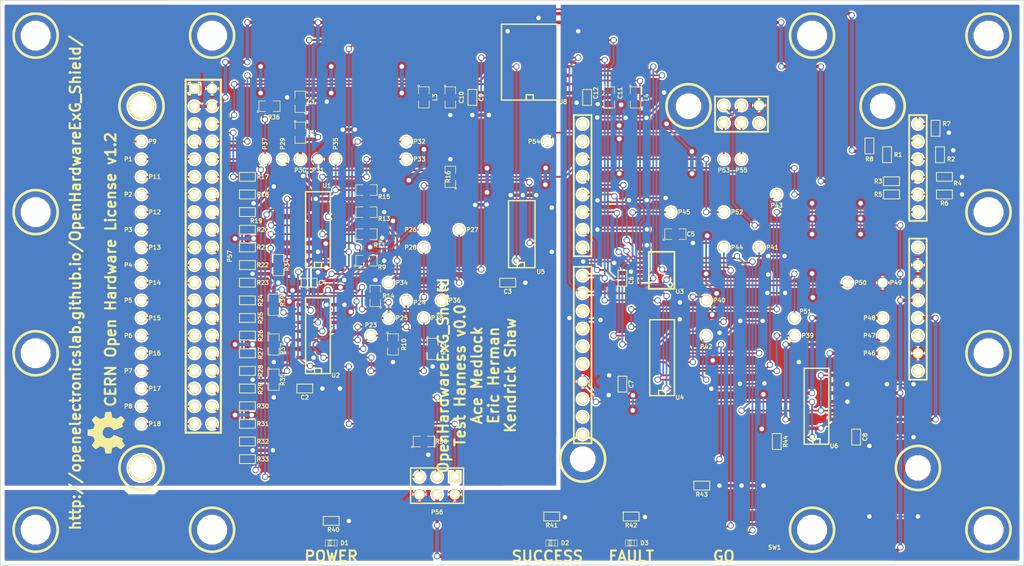
<source format=kicad_pcb>
(kicad_pcb (version 3) (host pcbnew "(2013-jul-07)-stable")
  (layers (15 F.Cu signal) (2 Inner2.Cu power) (1 Inner1.Cu power) (0 B.Cu signal) (18 B.Paste user) (19 F.Paste user) (20 B.SilkS user) (21 F.SilkS user) (22 B.Mask user) (23 F.Mask user) (28 Edge.Cuts user))
  (net 0 "")
  (net 1 +3.3V)
  (net 2 +5V)
  (net 3 /3.3V_BOGUS_ISO)
  (net 4 /3.3V_BOGUS_ISO_DATA)
  (net 5 /A1)
  (net 6 /A2)
  (net 7 /A3)
  (net 8 /A4)
  (net 9 /ADS129x_CLK_BOGUS_ISO)
  (net 10 /ADS129x_DAISY_IN_BOGUS_ISO)
  (net 11 /ADS129x_DOUT)
  (net 12 /ADS129x_DOUT_BOGUS_ISO)
  (net 13 /ADS129x_GPIO1_BOGUS_ISO)
  (net 14 /ADS129x_GPIO2_BOGUS_ISO)
  (net 15 /ADS129x_GPIO3_BOGUS_ISO)
  (net 16 /ADS129x_GPIO4_BOGUS_ISO)
  (net 17 /ADS129x_MOSI_BOGUS_ISO)
  (net 18 /ADS129x_SCLK_BOGUS_ISO)
  (net 19 /ADS129x_~CS~)
  (net 20 /ADS129x_~CS~_BOGUS_ISO)
  (net 21 /ADS129x_~DRDY~)
  (net 22 /ADS129x_~DRDY~_BOGUS_ISO)
  (net 23 /ARDUINO_VCC)
  (net 24 /BIASINV)
  (net 25 /BIASOUT_FILT)
  (net 26 /ENABLE_SHIELD)
  (net 27 /FAULT_LED)
  (net 28 /GO_BUTTON)
  (net 29 /IN1N)
  (net 30 /IN1N_LADDER)
  (net 31 /IN1P)
  (net 32 /IN1P_LADDER)
  (net 33 /IN2N)
  (net 34 /IN2N_LADDER)
  (net 35 /IN2P)
  (net 36 /IN2P_LADDER)
  (net 37 /IN3N)
  (net 38 /IN3N_LADDER)
  (net 39 /IN3P)
  (net 40 /IN3P_LADDER)
  (net 41 /IN4N)
  (net 42 /IN4N_LADDER)
  (net 43 /IN4P)
  (net 44 /IN4P_LADDER)
  (net 45 /IN5N)
  (net 46 /IN5N_LADDER)
  (net 47 /IN5P)
  (net 48 /IN5P_LADDER)
  (net 49 /IN6N)
  (net 50 /IN6N_LADDER)
  (net 51 /IN6P)
  (net 52 /IN6P_LADDER)
  (net 53 /IN7N)
  (net 54 /IN7N_LADDER)
  (net 55 /IN7P)
  (net 56 /IN7P_LADDER)
  (net 57 /IN8N)
  (net 58 /IN8N_LADDER)
  (net 59 /IN8P)
  (net 60 /IN8P_LADDER)
  (net 61 /LED1)
  (net 62 /LED2)
  (net 63 /LED3)
  (net 64 /MASTER)
  (net 65 /MASTER_AND_MASTER_CS)
  (net 66 /MASTER_BOGUS_ISO)
  (net 67 /MASTER_~CS~)
  (net 68 /MASTER_~DRDY~)
  (net 69 /MIDDLE_CARRY)
  (net 70 /MISO)
  (net 71 /MOSI)
  (net 72 /SCLK)
  (net 73 /SHIELD_3.3V)
  (net 74 /SHIELD_5V)
  (net 75 /SHIELD_VCC)
  (net 76 /SHIFT_CARRY)
  (net 77 /SHIFT_CARRY_BOGUS_ISO)
  (net 78 /SHIFT_CLK)
  (net 79 /SHIFT_CLK_BOGUS_ISO)
  (net 80 /SHIFT_EXT_CARRY_BOGUS_ISO)
  (net 81 /SHIFT_IN)
  (net 82 /SHIFT_OUT)
  (net 83 /SHIFT_OUT_RCLK)
  (net 84 /SHIFT_OUT_SRCLK)
  (net 85 /SHIFT_OUT_~SRCLR~)
  (net 86 /SHIFT_SH_~LD~)
  (net 87 /SHIFT_SH_~LD~_BOGUS_ISO)
  (net 88 /SIGNAL_A)
  (net 89 /SIGNAL_A_BOGUS_ISO)
  (net 90 /SIGNAL_A_LADDER)
  (net 91 /SIGNAL_B)
  (net 92 /SIGNAL_B_BOGUS_ISO)
  (net 93 /SIGNAL_B_LADDER)
  (net 94 /SLAVE_AND_SLAVE_CS)
  (net 95 /SLAVE_~CS~)
  (net 96 /SUCCESS_LED)
  (net 97 /VCC_DATA)
  (net 98 /VIN_BOGUS_ISO)
  (net 99 /~MASTER~)
  (net 100 /~SEND_TO_GND~_MASTER)
  (net 101 /~SEND_TO_GND~_MASTER_BOGUS_ISO)
  (net 102 /~SHIELD_SHORTED~)
  (net 103 GND)
  (net 104 GNDPWR)
  (net 105 VCC)
  (module LOGO (layer F.Cu) (at 124.46 84.455 90)
    (fp_text reference G*** hide)
    (fp_text value LOGO hide)
    (fp_poly (pts (xy -1.81864 2.69494) (xy -1.78562 2.67716) (xy -1.71704 2.63398) (xy -1.61544 2.56794) (xy -1.4986 2.4892) (xy -1.37922 2.40792) (xy -1.28016 2.34188) (xy -1.21158 2.2987) (xy -1.18364 2.28346) (xy -1.1684 2.28854) (xy -1.11252 2.31648) (xy -1.03124 2.35966) (xy -0.98298 2.38252) (xy -0.90678 2.41554) (xy -0.87122 2.42316) (xy -0.8636 2.413) (xy -0.83566 2.35458) (xy -0.79248 2.25552) (xy -0.7366 2.12598) (xy -0.67056 1.97358) (xy -0.60198 1.80848) (xy -0.5334 1.64084) (xy -0.46736 1.48336) (xy -0.4064 1.33858) (xy -0.36068 1.22174) (xy -0.3302 1.14046) (xy -0.3175 1.1049) (xy -0.32258 1.09728) (xy -0.35814 1.06172) (xy -0.42418 1.01346) (xy -0.56642 0.89662) (xy -0.70612 0.72136) (xy -0.79248 0.52324) (xy -0.82042 0.30226) (xy -0.79756 0.09906) (xy -0.71628 -0.09652) (xy -0.57912 -0.27432) (xy -0.41148 -0.4064) (xy -0.21844 -0.48768) (xy 0 -0.51562) (xy 0.20828 -0.49276) (xy 0.40894 -0.41402) (xy 0.58674 -0.2794) (xy 0.6604 -0.19304) (xy 0.76454 -0.0127) (xy 0.82296 0.1778) (xy 0.82804 0.22606) (xy 0.82042 0.43688) (xy 0.75692 0.64008) (xy 0.6477 0.82042) (xy 0.49276 0.96774) (xy 0.47244 0.98298) (xy 0.40132 1.03632) (xy 0.35306 1.07188) (xy 0.31496 1.10236) (xy 0.5842 1.75006) (xy 0.62738 1.85166) (xy 0.70104 2.02692) (xy 0.76454 2.17932) (xy 0.81788 2.30124) (xy 0.85344 2.38252) (xy 0.86868 2.41554) (xy 0.87122 2.41554) (xy 0.89408 2.42062) (xy 0.94234 2.40284) (xy 1.03378 2.35966) (xy 1.0922 2.32918) (xy 1.16078 2.29616) (xy 1.19126 2.28346) (xy 1.2192 2.29616) (xy 1.28524 2.33934) (xy 1.37922 2.40538) (xy 1.49606 2.48158) (xy 1.60528 2.55778) (xy 1.70688 2.62382) (xy 1.78054 2.67208) (xy 1.8161 2.68986) (xy 1.82118 2.68986) (xy 1.8542 2.67208) (xy 1.91262 2.62382) (xy 1.99898 2.54) (xy 2.12344 2.41808) (xy 2.14376 2.4003) (xy 2.24536 2.29616) (xy 2.32918 2.20726) (xy 2.38506 2.1463) (xy 2.40538 2.11836) (xy 2.40538 2.11836) (xy 2.38506 2.0828) (xy 2.33934 2.00914) (xy 2.2733 1.90754) (xy 2.19202 1.78562) (xy 1.97612 1.47574) (xy 2.0955 1.18364) (xy 2.13106 1.0922) (xy 2.17678 0.98298) (xy 2.2098 0.90678) (xy 2.22758 0.87122) (xy 2.2606 0.86106) (xy 2.33934 0.84074) (xy 2.45618 0.81788) (xy 2.59588 0.79248) (xy 2.72796 0.76708) (xy 2.84734 0.74422) (xy 2.9337 0.72898) (xy 2.9718 0.72136) (xy 2.98196 0.71374) (xy 2.98958 0.69596) (xy 2.99466 0.65532) (xy 2.9972 0.58166) (xy 2.99974 0.46736) (xy 2.99974 0.30226) (xy 2.99974 0.28448) (xy 2.9972 0.127) (xy 2.99466 0.00254) (xy 2.98958 -0.07874) (xy 2.9845 -0.11176) (xy 2.9845 -0.11176) (xy 2.9464 -0.12192) (xy 2.86258 -0.1397) (xy 2.7432 -0.16256) (xy 2.60096 -0.1905) (xy 2.5908 -0.1905) (xy 2.44856 -0.21844) (xy 2.33172 -0.24384) (xy 2.2479 -0.26162) (xy 2.21234 -0.27432) (xy 2.20472 -0.28448) (xy 2.17678 -0.34036) (xy 2.13614 -0.42672) (xy 2.08788 -0.5334) (xy 2.04216 -0.64516) (xy 2.00152 -0.74676) (xy 1.97612 -0.82042) (xy 1.9685 -0.85598) (xy 1.9685 -0.85598) (xy 1.98882 -0.889) (xy 2.03708 -0.96266) (xy 2.1082 -1.06426) (xy 2.18948 -1.18618) (xy 2.1971 -1.19634) (xy 2.27838 -1.31572) (xy 2.34442 -1.41732) (xy 2.3876 -1.48844) (xy 2.40538 -1.52146) (xy 2.40538 -1.524) (xy 2.37744 -1.55956) (xy 2.31648 -1.62814) (xy 2.22758 -1.71958) (xy 2.12344 -1.82372) (xy 2.09042 -1.85674) (xy 1.97358 -1.97104) (xy 1.8923 -2.0447) (xy 1.8415 -2.08534) (xy 1.81864 -2.0955) (xy 1.8161 -2.09296) (xy 1.78054 -2.07264) (xy 1.70434 -2.02184) (xy 1.60274 -1.95326) (xy 1.48082 -1.86944) (xy 1.4732 -1.86436) (xy 1.35128 -1.78308) (xy 1.25222 -1.7145) (xy 1.1811 -1.66878) (xy 1.15062 -1.651) (xy 1.14554 -1.651) (xy 1.09728 -1.6637) (xy 1.01092 -1.69418) (xy 0.90678 -1.73482) (xy 0.79502 -1.778) (xy 0.69342 -1.82118) (xy 0.61976 -1.85674) (xy 0.5842 -1.87706) (xy 0.58166 -1.87706) (xy 0.56896 -1.92024) (xy 0.54864 -2.01168) (xy 0.52324 -2.1336) (xy 0.4953 -2.28092) (xy 0.49022 -2.30378) (xy 0.46482 -2.44856) (xy 0.44196 -2.5654) (xy 0.42418 -2.64668) (xy 0.41656 -2.68224) (xy 0.39624 -2.68478) (xy 0.32512 -2.68986) (xy 0.21844 -2.69494) (xy 0.0889 -2.69494) (xy -0.04572 -2.69494) (xy -0.1778 -2.6924) (xy -0.28956 -2.68732) (xy -0.37084 -2.68224) (xy -0.4064 -2.67462) (xy -0.4064 -2.67208) (xy -0.4191 -2.6289) (xy -0.43942 -2.54) (xy -0.46482 -2.41554) (xy -0.49276 -2.26822) (xy -0.49784 -2.24028) (xy -0.52324 -2.09804) (xy -0.54864 -1.9812) (xy -0.56642 -1.90246) (xy -0.57404 -1.86944) (xy -0.58674 -1.86436) (xy -0.64516 -1.83642) (xy -0.74168 -1.79832) (xy -0.86106 -1.75006) (xy -1.13538 -1.6383) (xy -1.47066 -1.86944) (xy -1.50114 -1.88976) (xy -1.62306 -1.97358) (xy -1.72212 -2.03962) (xy -1.79324 -2.0828) (xy -1.82118 -2.10058) (xy -1.82372 -2.09804) (xy -1.85674 -2.0701) (xy -1.92278 -2.0066) (xy -2.01422 -1.9177) (xy -2.1209 -1.81356) (xy -2.19964 -1.73482) (xy -2.29108 -1.64084) (xy -2.3495 -1.57734) (xy -2.38252 -1.5367) (xy -2.39522 -1.5113) (xy -2.39014 -1.49352) (xy -2.36982 -1.4605) (xy -2.31902 -1.38684) (xy -2.25044 -1.2827) (xy -2.16916 -1.16586) (xy -2.10058 -1.06426) (xy -2.02692 -0.9525) (xy -1.9812 -0.87122) (xy -1.96342 -0.83312) (xy -1.9685 -0.81534) (xy -1.99136 -0.7493) (xy -2.032 -0.65024) (xy -2.0828 -0.53086) (xy -2.19964 -0.26416) (xy -2.3749 -0.23114) (xy -2.47904 -0.21082) (xy -2.6289 -0.18288) (xy -2.77114 -0.15494) (xy -2.99212 -0.11176) (xy -2.99974 0.6985) (xy -2.96418 0.71374) (xy -2.93116 0.7239) (xy -2.84988 0.74168) (xy -2.73304 0.76454) (xy -2.59588 0.78994) (xy -2.4765 0.8128) (xy -2.35966 0.83566) (xy -2.2733 0.8509) (xy -2.2352 0.85852) (xy -2.22758 0.87122) (xy -2.1971 0.92964) (xy -2.15392 1.02108) (xy -2.1082 1.1303) (xy -2.05994 1.2446) (xy -2.0193 1.34874) (xy -1.98882 1.43002) (xy -1.97866 1.47066) (xy -1.9939 1.50114) (xy -2.03962 1.57226) (xy -2.10566 1.67132) (xy -2.1844 1.78816) (xy -2.26568 1.90754) (xy -2.33426 2.0066) (xy -2.38252 2.08026) (xy -2.4003 2.11328) (xy -2.39014 2.13614) (xy -2.34442 2.19202) (xy -2.25552 2.28346) (xy -2.12344 2.41554) (xy -2.10058 2.43586) (xy -1.99644 2.53746) (xy -1.90754 2.61874) (xy -1.84658 2.67462) (xy -1.81864 2.69494)) (layer F.Cu) (width 0.00254))
  )
  (module LOGO (layer F.Cu) (at 63.5 80.01 90)
    (fp_text reference G*** hide)
    (fp_text value LOGO hide)
  )
  (module Hole_M3 (layer F.Cu) (at 68.58 33.02)
    (fp_text reference Hole_M3 hide)
    (fp_text value VAL** hide)
    (pad "" np_thru_hole circle (at 0 0) (size 3.7973 3.7973) (drill 3.175) (layers *.Cu *.Mask F.SilkS))
  )
  (module Hole_M3 (layer F.Cu) (at 68.58 85.09)
    (fp_text reference Hole_M3 hide)
    (fp_text value VAL** hide)
    (pad "" np_thru_hole circle (at 0 0) (size 3.7973 3.7973) (drill 3.175) (layers *.Cu *.Mask F.SilkS))
  )
  (module POGO_PIN_BASE (layer F.Cu) (at 68.58 71.12)
    (fp_text reference P7 (at -1.905 0) (layer F.SilkS) (effects (font (size 0.6 0.6) (thickness 0.127))))
    (fp_text value CONN_1 hide)
    (pad 1 thru_hole circle (at 0 0) (size 1.5 1.5) (drill 1.2) (layers *.Cu *.Mask F.SilkS) (net 33 /IN2N))
  )
  (module POGO_PIN_BASE (layer F.Cu) (at 68.58 76.2)
    (fp_text reference P8 (at -1.905 0) (layer F.SilkS) (effects (font (size 0.6 0.6) (thickness 0.127))))
    (fp_text value CONN_1 hide)
    (pad 1 thru_hole circle (at 0 0) (size 1.5 1.5) (drill 1.2) (layers *.Cu *.Mask F.SilkS) (net 29 /IN1N))
  )
  (module POGO_PIN_BASE (layer F.Cu) (at 68.58 63.5)
    (fp_text reference P15 (at 1.905 0) (layer F.SilkS) (effects (font (size 0.6 0.6) (thickness 0.127))))
    (fp_text value CONN_1 hide)
    (pad 1 thru_hole circle (at 0 0) (size 1.5 1.5) (drill 1.2) (layers *.Cu *.Mask F.SilkS) (net 43 /IN4P))
  )
  (module POGO_PIN_BASE (layer F.Cu) (at 68.58 43.18)
    (fp_text reference P11 (at 1.905 0) (layer F.SilkS) (effects (font (size 0.6 0.6) (thickness 0.127))))
    (fp_text value CONN_1 hide)
    (pad 1 thru_hole circle (at 0 0) (size 1.5 1.5) (drill 1.2) (layers *.Cu *.Mask F.SilkS) (net 59 /IN8P))
  )
  (module POGO_PIN_BASE (layer F.Cu) (at 68.58 48.26)
    (fp_text reference P12 (at 1.905 0) (layer F.SilkS) (effects (font (size 0.6 0.6) (thickness 0.127))))
    (fp_text value CONN_1 hide)
    (pad 1 thru_hole circle (at 0 0) (size 1.5 1.5) (drill 1.2) (layers *.Cu *.Mask F.SilkS) (net 55 /IN7P))
  )
  (module POGO_PIN_BASE (layer F.Cu) (at 68.58 53.34)
    (fp_text reference P13 (at 1.905 0) (layer F.SilkS) (effects (font (size 0.6 0.6) (thickness 0.127))))
    (fp_text value CONN_1 hide)
    (pad 1 thru_hole circle (at 0 0) (size 1.5 1.5) (drill 1.2) (layers *.Cu *.Mask F.SilkS) (net 51 /IN6P))
  )
  (module POGO_PIN_BASE (layer F.Cu) (at 68.58 58.42)
    (fp_text reference P14 (at 1.905 0) (layer F.SilkS) (effects (font (size 0.6 0.6) (thickness 0.127))))
    (fp_text value CONN_1 hide)
    (pad 1 thru_hole circle (at 0 0) (size 1.5 1.5) (drill 1.2) (layers *.Cu *.Mask F.SilkS) (net 47 /IN5P))
  )
  (module POGO_PIN_BASE (layer F.Cu) (at 170.18 58.42)
    (fp_text reference P50 (at 1.905 0) (layer F.SilkS) (effects (font (size 0.6 0.6) (thickness 0.127))))
    (fp_text value CONN_1 hide)
    (pad 1 thru_hole circle (at 0 0) (size 1.5 1.5) (drill 1.2) (layers *.Cu *.Mask F.SilkS) (net 67 /MASTER_~CS~))
  )
  (module POGO_PIN_BASE (layer F.Cu) (at 68.58 66.04)
    (fp_text reference P6 (at -1.905 0) (layer F.SilkS) (effects (font (size 0.6 0.6) (thickness 0.127))))
    (fp_text value CONN_1 hide)
    (pad 1 thru_hole circle (at 0 0) (size 1.5 1.5) (drill 1.2) (layers *.Cu *.Mask F.SilkS) (net 37 /IN3N))
  )
  (module POGO_PIN_BASE (layer F.Cu) (at 68.58 60.96)
    (fp_text reference P5 (at -1.905 0) (layer F.SilkS) (effects (font (size 0.6 0.6) (thickness 0.127))))
    (fp_text value CONN_1 hide)
    (pad 1 thru_hole circle (at 0 0) (size 1.5 1.5) (drill 1.2) (layers *.Cu *.Mask F.SilkS) (net 41 /IN4N))
  )
  (module POGO_PIN_BASE (layer F.Cu) (at 68.58 55.88)
    (fp_text reference P4 (at -1.905 0) (layer F.SilkS) (effects (font (size 0.6 0.6) (thickness 0.127))))
    (fp_text value CONN_1 hide)
    (pad 1 thru_hole circle (at 0 0) (size 1.5 1.5) (drill 1.2) (layers *.Cu *.Mask F.SilkS) (net 45 /IN5N))
  )
  (module POGO_PIN_BASE (layer F.Cu) (at 68.58 50.8)
    (fp_text reference P3 (at -1.905 0) (layer F.SilkS) (effects (font (size 0.6 0.6) (thickness 0.127))))
    (fp_text value CONN_1 hide)
    (pad 1 thru_hole circle (at 0 0) (size 1.5 1.5) (drill 1.2) (layers *.Cu *.Mask F.SilkS) (net 49 /IN6N))
  )
  (module POGO_PIN_BASE (layer F.Cu) (at 68.58 45.72)
    (fp_text reference P2 (at -1.905 0) (layer F.SilkS) (effects (font (size 0.6 0.6) (thickness 0.127))))
    (fp_text value CONN_1 hide)
    (pad 1 thru_hole circle (at 0 0) (size 1.5 1.5) (drill 1.2) (layers *.Cu *.Mask F.SilkS) (net 53 /IN7N))
  )
  (module POGO_PIN_BASE (layer F.Cu) (at 68.58 40.64)
    (fp_text reference P1 (at -1.905 0) (layer F.SilkS) (effects (font (size 0.6 0.6) (thickness 0.127))))
    (fp_text value CONN_1 hide)
    (pad 1 thru_hole circle (at 0 0) (size 1.5 1.5) (drill 1.2) (layers *.Cu *.Mask F.SilkS) (net 57 /IN8N))
  )
  (module POGO_PIN_BASE (layer F.Cu) (at 109.22 63.5)
    (fp_text reference P38 (at 1.905 0) (layer F.SilkS) (effects (font (size 0.6 0.6) (thickness 0.127))))
    (fp_text value CONN_1 hide)
    (pad 1 thru_hole circle (at 0 0) (size 1.5 1.5) (drill 1.2) (layers *.Cu *.Mask F.SilkS) (net 9 /ADS129x_CLK_BOGUS_ISO))
  )
  (module POGO_PIN_BASE (layer F.Cu) (at 68.58 68.58)
    (fp_text reference P16 (at 1.905 0) (layer F.SilkS) (effects (font (size 0.6 0.6) (thickness 0.127))))
    (fp_text value CONN_1 hide)
    (pad 1 thru_hole circle (at 0 0) (size 1.5 1.5) (drill 1.2) (layers *.Cu *.Mask F.SilkS) (net 39 /IN3P))
  )
  (module POGO_PIN_BASE (layer F.Cu) (at 68.58 73.66)
    (fp_text reference P17 (at 1.905 0) (layer F.SilkS) (effects (font (size 0.6 0.6) (thickness 0.127))))
    (fp_text value CONN_1 hide)
    (pad 1 thru_hole circle (at 0 0) (size 1.5 1.5) (drill 1.2) (layers *.Cu *.Mask F.SilkS) (net 35 /IN2P))
  )
  (module POGO_PIN_BASE (layer F.Cu) (at 68.58 78.74)
    (fp_text reference P18 (at 1.905 0) (layer F.SilkS) (effects (font (size 0.6 0.6) (thickness 0.127))))
    (fp_text value CONN_1 hide)
    (pad 1 thru_hole circle (at 0 0) (size 1.5 1.5) (drill 1.2) (layers *.Cu *.Mask F.SilkS) (net 31 /IN1P))
  )
  (module POGO_PIN_BASE (layer F.Cu) (at 68.58 38.1)
    (fp_text reference P9 (at 1.5875 0) (layer F.SilkS) (effects (font (size 0.6 0.6) (thickness 0.127))))
    (fp_text value CONN_1 hide)
    (pad 1 thru_hole circle (at 0 0) (size 1.5 1.5) (drill 1.2) (layers *.Cu *.Mask F.SilkS) (net 25 /BIASOUT_FILT))
  )
  (module POGO_PIN_BASE (layer F.Cu) (at 175.26 68.58)
    (fp_text reference P46 (at -1.905 0) (layer F.SilkS) (effects (font (size 0.6 0.6) (thickness 0.127))))
    (fp_text value CONN_1 hide)
    (pad 1 thru_hole circle (at 0 0) (size 1.5 1.5) (drill 1.2) (layers *.Cu *.Mask F.SilkS) (net 75 /SHIELD_VCC))
  )
  (module POGO_PIN_BASE (layer F.Cu) (at 175.26 66.04)
    (fp_text reference P47 (at -1.905 0) (layer F.SilkS) (effects (font (size 0.6 0.6) (thickness 0.127))))
    (fp_text value CONN_1 hide)
    (pad 1 thru_hole circle (at 0 0) (size 1.5 1.5) (drill 1.2) (layers *.Cu *.Mask F.SilkS) (net 73 /SHIELD_3.3V))
  )
  (module POGO_PIN_BASE (layer F.Cu) (at 175.26 63.5)
    (fp_text reference P48 (at -1.905 0) (layer F.SilkS) (effects (font (size 0.6 0.6) (thickness 0.127))))
    (fp_text value CONN_1 hide)
    (pad 1 thru_hole circle (at 0 0) (size 1.5 1.5) (drill 1.2) (layers *.Cu *.Mask F.SilkS) (net 74 /SHIELD_5V))
  )
  (module POGO_PIN_BASE (layer F.Cu) (at 175.26 58.42)
    (fp_text reference P49 (at 1.905 0) (layer F.SilkS) (effects (font (size 0.6 0.6) (thickness 0.127))))
    (fp_text value CONN_1 hide)
    (pad 1 thru_hole circle (at 0 0) (size 1.5 1.5) (drill 1.2) (layers *.Cu *.Mask F.SilkS) (net 104 GNDPWR))
  )
  (module POGO_PIN_BASE (layer F.Cu) (at 88.9 40.64)
    (fp_text reference P29 (at 0 -2.2225 90) (layer F.SilkS) (effects (font (size 0.6 0.6) (thickness 0.127))))
    (fp_text value CONN_1 hide)
    (pad 1 thru_hole circle (at 0 0) (size 1.5 1.5) (drill 1.2) (layers *.Cu *.Mask F.SilkS) (net 98 /VIN_BOGUS_ISO))
  )
  (module POGO_PIN_BASE (layer F.Cu) (at 162.56 63.5)
    (fp_text reference P51 (at 1.5875 -0.9525) (layer F.SilkS) (effects (font (size 0.6 0.6) (thickness 0.127))))
    (fp_text value CONN_1 hide)
    (pad 1 thru_hole circle (at 0 0) (size 1.5 1.5) (drill 1.2) (layers *.Cu *.Mask F.SilkS) (net 95 /SLAVE_~CS~))
  )
  (module POGO_PIN_BASE (layer F.Cu) (at 152.4 48.26)
    (fp_text reference P52 (at 1.905 0) (layer F.SilkS) (effects (font (size 0.6 0.6) (thickness 0.127))))
    (fp_text value CONN_1 hide)
    (pad 1 thru_hole circle (at 0 0) (size 1.5 1.5) (drill 1.2) (layers *.Cu *.Mask F.SilkS) (net 68 /MASTER_~DRDY~))
  )
  (module POGO_PIN_BASE (layer F.Cu) (at 152.4 40.64)
    (fp_text reference P53 (at 0 1.5875) (layer F.SilkS) (effects (font (size 0.6 0.6) (thickness 0.127))))
    (fp_text value CONN_1 hide)
    (pad 1 thru_hole circle (at 0 0) (size 1.5 1.5) (drill 1.2) (layers *.Cu *.Mask F.SilkS) (net 70 /MISO))
  )
  (module POGO_PIN_BASE (layer F.Cu) (at 127 38.1)
    (fp_text reference P54 (at -1.905 0) (layer F.SilkS) (effects (font (size 0.6 0.6) (thickness 0.127))))
    (fp_text value CONN_1 hide)
    (pad 1 thru_hole circle (at 0 0) (size 1.5 1.5) (drill 1.2) (layers *.Cu *.Mask F.SilkS) (net 71 /MOSI))
  )
  (module POGO_PIN_BASE (layer F.Cu) (at 154.94 40.64)
    (fp_text reference P55 (at 0 1.5875) (layer F.SilkS) (effects (font (size 0.6 0.6) (thickness 0.127))))
    (fp_text value CONN_1 hide)
    (pad 1 thru_hole circle (at 0 0) (size 1.5 1.5) (drill 1.2) (layers *.Cu *.Mask F.SilkS) (net 72 /SCLK))
  )
  (module POGO_PIN_BASE (layer F.Cu) (at 111.76 60.96)
    (fp_text reference P36 (at 1.905 0) (layer F.SilkS) (effects (font (size 0.6 0.6) (thickness 0.127))))
    (fp_text value CONN_1 hide)
    (pad 1 thru_hole circle (at 0 0) (size 1.5 1.5) (drill 1.2) (layers *.Cu *.Mask F.SilkS) (net 10 /ADS129x_DAISY_IN_BOGUS_ISO))
  )
  (module POGO_PIN_BASE (layer F.Cu) (at 162.56 66.04)
    (fp_text reference P39 (at 1.905 0) (layer F.SilkS) (effects (font (size 0.6 0.6) (thickness 0.127))))
    (fp_text value CONN_1 hide)
    (pad 1 thru_hole circle (at 0 0) (size 1.5 1.5) (drill 1.2) (layers *.Cu *.Mask F.SilkS) (net 94 /SLAVE_AND_SLAVE_CS))
  )
  (module POGO_PIN_BASE (layer F.Cu) (at 149.86 60.96)
    (fp_text reference P40 (at 1.905 0) (layer F.SilkS) (effects (font (size 0.6 0.6) (thickness 0.127))))
    (fp_text value CONN_1 hide)
    (pad 1 thru_hole circle (at 0 0) (size 1.5 1.5) (drill 1.2) (layers *.Cu *.Mask F.SilkS) (net 65 /MASTER_AND_MASTER_CS))
  )
  (module POGO_PIN_BASE (layer F.Cu) (at 157.48 53.34)
    (fp_text reference P41 (at 1.905 0) (layer F.SilkS) (effects (font (size 0.6 0.6) (thickness 0.127))))
    (fp_text value CONN_1 hide)
    (pad 1 thru_hole circle (at 0 0) (size 1.5 1.5) (drill 1.2) (layers *.Cu *.Mask F.SilkS) (net 99 /~MASTER~))
  )
  (module POGO_PIN_BASE (layer F.Cu) (at 149.86 66.04)
    (fp_text reference P42 (at 0 1.5875) (layer F.SilkS) (effects (font (size 0.6 0.6) (thickness 0.127))))
    (fp_text value CONN_1 hide)
    (pad 1 thru_hole circle (at 0 0) (size 1.5 1.5) (drill 1.2) (layers *.Cu *.Mask F.SilkS) (net 19 /ADS129x_~CS~))
  )
  (module POGO_PIN_BASE (layer F.Cu) (at 160.02 45.72)
    (fp_text reference P43 (at 0 1.5875) (layer F.SilkS) (effects (font (size 0.6 0.6) (thickness 0.127))))
    (fp_text value CONN_1 hide)
    (pad 1 thru_hole circle (at 0 0) (size 1.5 1.5) (drill 1.2) (layers *.Cu *.Mask F.SilkS) (net 64 /MASTER))
  )
  (module POGO_PIN_BASE (layer F.Cu) (at 152.4 53.34)
    (fp_text reference P44 (at 1.905 0) (layer F.SilkS) (effects (font (size 0.6 0.6) (thickness 0.127))))
    (fp_text value CONN_1 hide)
    (pad 1 thru_hole circle (at 0 0) (size 1.5 1.5) (drill 1.2) (layers *.Cu *.Mask F.SilkS) (net 11 /ADS129x_DOUT))
  )
  (module POGO_PIN_BASE (layer F.Cu) (at 144.78 48.26)
    (fp_text reference P45 (at 1.905 0) (layer F.SilkS) (effects (font (size 0.6 0.6) (thickness 0.127))))
    (fp_text value CONN_1 hide)
    (pad 1 thru_hole circle (at 0 0) (size 1.5 1.5) (drill 1.2) (layers *.Cu *.Mask F.SilkS) (net 21 /ADS129x_~DRDY~))
  )
  (module POGO_PIN_BASE (layer F.Cu) (at 101.6 66.04)
    (fp_text reference P23 (at 0 -1.524) (layer F.SilkS) (effects (font (size 0.6 0.6) (thickness 0.127))))
    (fp_text value CONN_1 hide)
    (pad 1 thru_hole circle (at 0 0) (size 1.5 1.5) (drill 1.2) (layers *.Cu *.Mask F.SilkS) (net 17 /ADS129x_MOSI_BOGUS_ISO))
  )
  (module POGO_PIN_BASE (layer F.Cu) (at 106.68 60.96)
    (fp_text reference P24 (at 1.905 0.3175) (layer F.SilkS) (effects (font (size 0.6 0.6) (thickness 0.127))))
    (fp_text value CONN_1 hide)
    (pad 1 thru_hole circle (at 0 0) (size 1.5 1.5) (drill 1.2) (layers *.Cu *.Mask F.SilkS) (net 18 /ADS129x_SCLK_BOGUS_ISO))
  )
  (module POGO_PIN_BASE (layer F.Cu) (at 104.14 63.5)
    (fp_text reference P25 (at 1.905 0) (layer F.SilkS) (effects (font (size 0.6 0.6) (thickness 0.127))))
    (fp_text value CONN_1 hide)
    (pad 1 thru_hole circle (at 0 0) (size 1.5 1.5) (drill 1.2) (layers *.Cu *.Mask F.SilkS) (net 20 /ADS129x_~CS~_BOGUS_ISO))
  )
  (module POGO_PIN_BASE (layer F.Cu) (at 109.22 50.8)
    (fp_text reference P26 (at -1.905 0) (layer F.SilkS) (effects (font (size 0.6 0.6) (thickness 0.127))))
    (fp_text value CONN_1 hide)
    (pad 1 thru_hole circle (at 0 0) (size 1.5 1.5) (drill 1.2) (layers *.Cu *.Mask F.SilkS) (net 66 /MASTER_BOGUS_ISO))
  )
  (module POGO_PIN_BASE (layer F.Cu) (at 114.3 50.8)
    (fp_text reference P27 (at 1.905 0) (layer F.SilkS) (effects (font (size 0.6 0.6) (thickness 0.127))))
    (fp_text value CONN_1 hide)
    (pad 1 thru_hole circle (at 0 0) (size 1.5 1.5) (drill 1.2) (layers *.Cu *.Mask F.SilkS) (net 12 /ADS129x_DOUT_BOGUS_ISO))
  )
  (module POGO_PIN_BASE (layer F.Cu) (at 109.22 53.34)
    (fp_text reference P28 (at -1.905 0) (layer F.SilkS) (effects (font (size 0.6 0.6) (thickness 0.127))))
    (fp_text value CONN_1 hide)
    (pad 1 thru_hole circle (at 0 0) (size 1.5 1.5) (drill 1.2) (layers *.Cu *.Mask F.SilkS) (net 22 /ADS129x_~DRDY~_BOGUS_ISO))
  )
  (module POGO_PIN_BASE (layer F.Cu) (at 91.44 40.64)
    (fp_text reference P30 (at 0 1.5875) (layer F.SilkS) (effects (font (size 0.6 0.6) (thickness 0.127))))
    (fp_text value CONN_1 hide)
    (pad 1 thru_hole circle (at 0 0) (size 1.5 1.5) (drill 1.2) (layers *.Cu *.Mask F.SilkS) (net 3 /3.3V_BOGUS_ISO))
  )
  (module POGO_PIN_BASE (layer F.Cu) (at 93.98 40.64)
    (fp_text reference P31 (at 0 1.5875) (layer F.SilkS) (effects (font (size 0.6 0.6) (thickness 0.127))))
    (fp_text value CONN_1 hide)
    (pad 1 thru_hole circle (at 0 0) (size 1.5 1.5) (drill 1.2) (layers *.Cu *.Mask F.SilkS) (net 103 GND))
  )
  (module POGO_PIN_BASE (layer F.Cu) (at 106.68 38.1)
    (fp_text reference P32 (at 1.905 0) (layer F.SilkS) (effects (font (size 0.6 0.6) (thickness 0.127))))
    (fp_text value CONN_1 hide)
    (pad 1 thru_hole circle (at 0 0) (size 1.5 1.5) (drill 1.2) (layers *.Cu *.Mask F.SilkS) (net 13 /ADS129x_GPIO1_BOGUS_ISO))
  )
  (module POGO_PIN_BASE (layer F.Cu) (at 106.68 40.64)
    (fp_text reference P33 (at 1.905 0) (layer F.SilkS) (effects (font (size 0.6 0.6) (thickness 0.127))))
    (fp_text value CONN_1 hide)
    (pad 1 thru_hole circle (at 0 0) (size 1.5 1.5) (drill 1.2) (layers *.Cu *.Mask F.SilkS) (net 14 /ADS129x_GPIO2_BOGUS_ISO))
  )
  (module POGO_PIN_BASE (layer F.Cu) (at 104.14 58.42)
    (fp_text reference P34 (at 1.905 0) (layer F.SilkS) (effects (font (size 0.6 0.6) (thickness 0.127))))
    (fp_text value CONN_1 hide)
    (pad 1 thru_hole circle (at 0 0) (size 1.5 1.5) (drill 1.2) (layers *.Cu *.Mask F.SilkS) (net 15 /ADS129x_GPIO3_BOGUS_ISO))
  )
  (module POGO_PIN_BASE (layer F.Cu) (at 96.52 40.64)
    (fp_text reference P35 (at 0 -2.2225 90) (layer F.SilkS) (effects (font (size 0.6 0.6) (thickness 0.127))))
    (fp_text value CONN_1 hide)
    (pad 1 thru_hole circle (at 0 0) (size 1.5 1.5) (drill 1.2) (layers *.Cu *.Mask F.SilkS) (net 16 /ADS129x_GPIO4_BOGUS_ISO))
  )
  (module POGO_PIN_BASE (layer F.Cu) (at 86.36 40.64)
    (fp_text reference P37 (at 0 -2.2225 90) (layer F.SilkS) (effects (font (size 0.6 0.6) (thickness 0.127))))
    (fp_text value CONN_1 hide)
    (pad 1 thru_hole circle (at 0 0) (size 1.5 1.5) (drill 1.2) (layers *.Cu *.Mask F.SilkS) (net 24 /BIASINV))
  )
  (module arduino_shield_with_holes (layer F.Cu) (at 154.94 54.61 90)
    (fp_text reference P19 hide)
    (fp_text value ARDUINO_SHIELD hide)
    (pad 90 thru_hole circle (at -16.51 25.4 90) (size 1.524 1.524) (drill 1.00076) (layers *.Cu *.Mask F.SilkS))
    (pad 91 thru_hole circle (at -13.97 25.4 90) (size 1.524 1.524) (drill 1.00076) (layers *.Cu *.Mask F.SilkS) (net 23 /ARDUINO_VCC))
    (pad 92 thru_hole circle (at -11.43 25.4 90) (size 1.524 1.524) (drill 1.00076) (layers *.Cu *.Mask F.SilkS))
    (pad 93 thru_hole circle (at -8.89 25.4 90) (size 1.524 1.524) (drill 1.00076) (layers *.Cu *.Mask F.SilkS) (net 1 +3.3V))
    (pad 94 thru_hole circle (at -6.35 25.4 90) (size 1.524 1.524) (drill 1.00076) (layers *.Cu *.Mask F.SilkS) (net 2 +5V))
    (pad 95 thru_hole circle (at -3.81 25.4 90) (size 1.524 1.524) (drill 1.00076) (layers *.Cu *.Mask F.SilkS) (net 104 GNDPWR))
    (pad 96 thru_hole circle (at -1.27 25.4 90) (size 1.524 1.524) (drill 1.00076) (layers *.Cu *.Mask F.SilkS) (net 104 GNDPWR))
    (pad 97 thru_hole circle (at 1.27 25.4 90) (size 1.524 1.524) (drill 1.00076) (layers *.Cu *.Mask F.SilkS))
    (pad 54 thru_hole circle (at 6.35 25.4 90) (size 1.524 1.524) (drill 1.00076) (layers *.Cu *.Mask F.SilkS) (net 81 /SHIFT_IN))
    (pad 55 thru_hole circle (at 8.89 25.4 90) (size 1.524 1.524) (drill 1.00076) (layers *.Cu *.Mask F.SilkS) (net 5 /A1))
    (pad 56 thru_hole circle (at 11.43 25.4 90) (size 1.524 1.524) (drill 1.00076) (layers *.Cu *.Mask F.SilkS) (net 6 /A2))
    (pad 57 thru_hole circle (at 13.97 25.4 90) (size 1.524 1.524) (drill 1.00076) (layers *.Cu *.Mask F.SilkS) (net 7 /A3))
    (pad 58 thru_hole circle (at 16.51 25.4 90) (size 1.524 1.524) (drill 1.00076) (layers *.Cu *.Mask F.SilkS) (net 8 /A4))
    (pad 59 thru_hole circle (at 19.05 25.4 90) (size 1.524 1.524) (drill 1.00076) (layers *.Cu *.Mask F.SilkS) (net 25 /BIASOUT_FILT))
    (pad 74 thru_hole circle (at 19.177 -2.54 90) (size 1.524 1.524) (drill 1.00076) (layers *.Cu *.Mask F.SilkS) (net 70 /MISO))
    (pad 76 thru_hole circle (at 19.177 0 90) (size 1.524 1.524) (drill 1.00076) (layers *.Cu *.Mask F.SilkS) (net 72 /SCLK))
    (pad 89 thru_hole circle (at 19.177 2.54 90) (size 1.524 1.524) (drill 1.00076) (layers *.Cu *.Mask F.SilkS))
    (pad 87 thru_hole circle (at 21.717 2.54 90) (size 1.524 1.524) (drill 1.00076) (layers *.Cu *.Mask F.SilkS) (net 104 GNDPWR))
    (pad 75 thru_hole circle (at 21.717 0 90) (size 1.524 1.524) (drill 1.00076) (layers *.Cu *.Mask F.SilkS) (net 71 /MOSI))
    (pad 88 thru_hole circle (at 21.717 -2.54 90) (size 1.524 1.524) (drill 1.00076) (layers *.Cu *.Mask F.SilkS) (net 2 +5V))
    (pad 0 thru_hole circle (at 19.05 -22.86 90) (size 1.524 1.524) (drill 1.00076) (layers *.Cu *.Mask F.SilkS))
    (pad 1 thru_hole circle (at 16.51 -22.86 90) (size 1.524 1.524) (drill 1.00076) (layers *.Cu *.Mask F.SilkS))
    (pad 2 thru_hole circle (at 13.97 -22.86 90) (size 1.524 1.524) (drill 1.00076) (layers *.Cu *.Mask F.SilkS) (net 68 /MASTER_~DRDY~))
    (pad 3 thru_hole circle (at 11.43 -22.86 90) (size 1.524 1.524) (drill 1.00076) (layers *.Cu *.Mask F.SilkS) (net 85 /SHIFT_OUT_~SRCLR~))
    (pad 4 thru_hole circle (at 8.89 -22.86 90) (size 1.524 1.524) (drill 1.00076) (layers *.Cu *.Mask F.SilkS) (net 84 /SHIFT_OUT_SRCLK))
    (pad 5 thru_hole circle (at 6.35 -22.86 90) (size 1.524 1.524) (drill 1.00076) (layers *.Cu *.Mask F.SilkS) (net 83 /SHIFT_OUT_RCLK))
    (pad 6 thru_hole circle (at 3.81 -22.86 90) (size 1.524 1.524) (drill 1.00076) (layers *.Cu *.Mask F.SilkS) (net 82 /SHIFT_OUT))
    (pad 7 thru_hole circle (at 1.27 -22.86 90) (size 1.524 1.524) (drill 1.00076) (layers *.Cu *.Mask F.SilkS) (net 102 /~SHIELD_SHORTED~))
    (pad 8 thru_hole circle (at -2.794 -22.86 90) (size 1.524 1.524) (drill 1.00076) (layers *.Cu *.Mask F.SilkS) (net 78 /SHIFT_CLK))
    (pad 9 thru_hole circle (at -5.334 -22.86 90) (size 1.524 1.524) (drill 1.00076) (layers *.Cu *.Mask F.SilkS) (net 86 /SHIFT_SH_~LD~))
    (pad 10 thru_hole circle (at -7.874 -22.86 90) (size 1.524 1.524) (drill 1.00076) (layers *.Cu *.Mask F.SilkS))
    (pad 11 thru_hole circle (at -10.414 -22.86 90) (size 1.524 1.524) (drill 1.00076) (layers *.Cu *.Mask F.SilkS))
    (pad 12 thru_hole circle (at -12.954 -22.86 90) (size 1.524 1.524) (drill 1.00076) (layers *.Cu *.Mask F.SilkS))
    (pad 13 thru_hole circle (at -15.494 -22.86 90) (size 1.524 1.524) (drill 1.00076) (layers *.Cu *.Mask F.SilkS))
    (pad 99 thru_hole circle (at -18.034 -22.86 90) (size 1.524 1.524) (drill 1.00076) (layers *.Cu *.Mask F.SilkS) (net 104 GNDPWR))
    (pad 98 thru_hole circle (at -20.574 -22.86 90) (size 1.524 1.524) (drill 1.00076) (layers *.Cu *.Mask F.SilkS))
    (pad 70 thru_hole circle (at -23.114 -22.86 90) (size 1.524 1.524) (drill 1.00076) (layers *.Cu *.Mask F.SilkS))
    (pad 71 thru_hole circle (at -25.654 -22.86 90) (size 1.524 1.524) (drill 1.00076) (layers *.Cu *.Mask F.SilkS))
    (pad "" np_thru_hole circle (at -29.21 -22.86 90) (size 3.175 3.175) (drill 3.175) (layers *.Cu *.Mask F.SilkS))
    (pad "" np_thru_hole circle (at 21.59 -7.62 90) (size 3.175 3.175) (drill 3.175) (layers *.Cu *.Mask F.SilkS))
    (pad "" np_thru_hole circle (at -30.48 25.4 90) (size 3.175 3.175) (drill 3.175) (layers *.Cu *.Mask F.SilkS))
    (pad "" np_thru_hole circle (at 21.59 20.32 90) (size 3.175 3.175) (drill 3.175) (layers *.Cu *.Mask F.SilkS))
  )
  (module TSSOP16 (layer F.Cu) (at 143.51 56.515 90)
    (fp_text reference U3 (at -3.175 2.54 180) (layer F.SilkS) (effects (font (size 0.6 0.6) (thickness 0.127))))
    (fp_text value 74HC595PWR hide)
    (pad 1 smd rect (at -2.27584 2.79908 90) (size 0.381 1.27) (layers F.Cu F.Paste F.Mask) (net 67 /MASTER_~CS~))
    (pad 2 smd rect (at -1.6256 2.79908 90) (size 0.381 1.27) (layers F.Cu F.Paste F.Mask) (net 95 /SLAVE_~CS~))
    (pad 3 smd rect (at -0.97536 2.79908 90) (size 0.381 1.27) (layers F.Cu F.Paste F.Mask) (net 88 /SIGNAL_A))
    (pad 4 smd rect (at -0.32512 2.79908 90) (size 0.381 1.27) (layers F.Cu F.Paste F.Mask) (net 91 /SIGNAL_B))
    (pad 5 smd rect (at 0.32512 2.79908 90) (size 0.381 1.27) (layers F.Cu F.Paste F.Mask) (net 96 /SUCCESS_LED))
    (pad 6 smd rect (at 0.97536 2.79908 90) (size 0.381 1.27) (layers F.Cu F.Paste F.Mask) (net 27 /FAULT_LED))
    (pad 7 smd rect (at 1.6256 2.79908 90) (size 0.381 1.27) (layers F.Cu F.Paste F.Mask) (net 26 /ENABLE_SHIELD))
    (pad 8 smd rect (at 2.27584 2.79908 90) (size 0.381 1.27) (layers F.Cu F.Paste F.Mask) (net 104 GNDPWR))
    (pad 9 smd rect (at 2.27584 -2.79908 90) (size 0.381 1.27) (layers F.Cu F.Paste F.Mask))
    (pad 10 smd rect (at 1.6256 -2.79908 90) (size 0.381 1.27) (layers F.Cu F.Paste F.Mask) (net 85 /SHIFT_OUT_~SRCLR~))
    (pad 11 smd rect (at 0.97536 -2.79908 90) (size 0.381 1.27) (layers F.Cu F.Paste F.Mask) (net 84 /SHIFT_OUT_SRCLK))
    (pad 12 smd rect (at 0.32512 -2.79908 90) (size 0.381 1.27) (layers F.Cu F.Paste F.Mask) (net 83 /SHIFT_OUT_RCLK))
    (pad 13 smd rect (at -0.32512 -2.79908 90) (size 0.381 1.27) (layers F.Cu F.Paste F.Mask) (net 104 GNDPWR))
    (pad 14 smd rect (at -0.97536 -2.79908 90) (size 0.381 1.27) (layers F.Cu F.Paste F.Mask) (net 82 /SHIFT_OUT))
    (pad 15 smd rect (at -1.6256 -2.79908 90) (size 0.381 1.27) (layers F.Cu F.Paste F.Mask) (net 100 /~SEND_TO_GND~_MASTER))
    (pad 16 smd rect (at -2.27584 -2.79908 90) (size 0.381 1.27) (layers F.Cu F.Paste F.Mask) (net 23 /ARDUINO_VCC))
  )
  (module SO16W (layer F.Cu) (at 124.46 26.67 90)
    (fp_text reference U8 (at -5.715 4.7625 180) (layer F.SilkS) (effects (font (size 0.6 0.6) (thickness 0.127))))
    (fp_text value SI8661 hide)
    (pad 1 smd rect (at -4.445 5.08 90) (size 0.508 1.143) (layers F.Cu F.Paste F.Mask) (net 97 /VCC_DATA))
    (pad 2 smd rect (at -3.175 5.08 90) (size 0.508 1.143) (layers F.Cu F.Paste F.Mask) (net 88 /SIGNAL_A))
    (pad 3 smd rect (at -1.905 5.08 90) (size 0.508 1.143) (layers F.Cu F.Paste F.Mask) (net 91 /SIGNAL_B))
    (pad 4 smd rect (at -0.635 5.08 90) (size 0.508 1.143) (layers F.Cu F.Paste F.Mask) (net 100 /~SEND_TO_GND~_MASTER))
    (pad 5 smd rect (at 0.635 5.08 90) (size 0.508 1.143) (layers F.Cu F.Paste F.Mask) (net 86 /SHIFT_SH_~LD~))
    (pad 6 smd rect (at 1.905 5.08 90) (size 0.508 1.143) (layers F.Cu F.Paste F.Mask) (net 78 /SHIFT_CLK))
    (pad 7 smd rect (at 3.175 5.08 90) (size 0.508 1.143) (layers F.Cu F.Paste F.Mask) (net 76 /SHIFT_CARRY))
    (pad 8 smd rect (at 4.445 5.08 90) (size 0.508 1.143) (layers F.Cu F.Paste F.Mask) (net 104 GNDPWR))
    (pad 9 smd rect (at 4.445 -5.08 90) (size 0.508 1.143) (layers F.Cu F.Paste F.Mask) (net 103 GND))
    (pad 10 smd rect (at 3.175 -5.08 90) (size 0.508 1.143) (layers F.Cu F.Paste F.Mask) (net 77 /SHIFT_CARRY_BOGUS_ISO))
    (pad 11 smd rect (at 1.905 -5.08 90) (size 0.508 1.143) (layers F.Cu F.Paste F.Mask) (net 79 /SHIFT_CLK_BOGUS_ISO))
    (pad 12 smd rect (at 0.635 -5.08 90) (size 0.508 1.143) (layers F.Cu F.Paste F.Mask) (net 87 /SHIFT_SH_~LD~_BOGUS_ISO))
    (pad 13 smd rect (at -0.635 -5.08 90) (size 0.508 1.143) (layers F.Cu F.Paste F.Mask) (net 101 /~SEND_TO_GND~_MASTER_BOGUS_ISO))
    (pad 14 smd rect (at -1.905 -5.08 90) (size 0.508 1.143) (layers F.Cu F.Paste F.Mask) (net 92 /SIGNAL_B_BOGUS_ISO))
    (pad 15 smd rect (at -3.175 -5.08 90) (size 0.508 1.143) (layers F.Cu F.Paste F.Mask) (net 89 /SIGNAL_A_BOGUS_ISO))
    (pad 16 smd rect (at -4.445 -5.08 90) (size 0.508 1.143) (layers F.Cu F.Paste F.Mask) (net 4 /3.3V_BOGUS_ISO_DATA))
  )
  (module SO16E (layer F.Cu) (at 165.735 76.2 90)
    (fp_text reference U6 (at -5.715 2.54 180) (layer F.SilkS) (effects (font (size 0.6 0.6) (thickness 0.127))))
    (fp_text value TPS2095D hide)
    (pad 1 smd rect (at -4.445 2.54 90) (size 0.508 1.143) (layers F.Cu F.Paste F.Mask) (net 104 GNDPWR))
    (pad 2 smd rect (at -3.175 2.54 90) (size 0.508 1.143) (layers F.Cu F.Paste F.Mask) (net 23 /ARDUINO_VCC))
    (pad 3 smd rect (at -1.905 2.54 90) (size 0.508 1.143) (layers F.Cu F.Paste F.Mask) (net 1 +3.3V))
    (pad 4 smd rect (at -0.635 2.54 90) (size 0.508 1.143) (layers F.Cu F.Paste F.Mask) (net 26 /ENABLE_SHIELD))
    (pad 5 smd rect (at 0.635 2.54 90) (size 0.508 1.143) (layers F.Cu F.Paste F.Mask) (net 104 GNDPWR))
    (pad 6 smd rect (at 1.905 2.54 90) (size 0.508 1.143) (layers F.Cu F.Paste F.Mask) (net 2 +5V))
    (pad 7 smd rect (at 3.175 2.54 90) (size 0.508 1.143) (layers F.Cu F.Paste F.Mask) (net 104 GNDPWR))
    (pad 8 smd rect (at 4.445 2.54 90) (size 0.508 1.143) (layers F.Cu F.Paste F.Mask) (net 26 /ENABLE_SHIELD))
    (pad 9 smd rect (at 4.445 -2.54 90) (size 0.508 1.143) (layers F.Cu F.Paste F.Mask) (net 104 GNDPWR))
    (pad 10 smd rect (at 3.175 -2.54 90) (size 0.508 1.143) (layers F.Cu F.Paste F.Mask))
    (pad 11 smd rect (at 1.905 -2.54 90) (size 0.508 1.143) (layers F.Cu F.Paste F.Mask) (net 74 /SHIELD_5V))
    (pad 12 smd rect (at 0.635 -2.54 90) (size 0.508 1.143) (layers F.Cu F.Paste F.Mask) (net 102 /~SHIELD_SHORTED~))
    (pad 13 smd rect (at -0.635 -2.54 90) (size 0.508 1.143) (layers F.Cu F.Paste F.Mask) (net 26 /ENABLE_SHIELD))
    (pad 14 smd rect (at -1.905 -2.54 90) (size 0.508 1.143) (layers F.Cu F.Paste F.Mask) (net 73 /SHIELD_3.3V))
    (pad 15 smd rect (at -3.175 -2.54 90) (size 0.508 1.143) (layers F.Cu F.Paste F.Mask) (net 75 /SHIELD_VCC))
    (pad 16 smd rect (at -4.445 -2.54 90) (size 0.508 1.143) (layers F.Cu F.Paste F.Mask) (net 102 /~SHIELD_SHORTED~))
  )
  (module SO16E (layer F.Cu) (at 143.51 69.215 90)
    (fp_text reference U4 (at -5.715 2.54 180) (layer F.SilkS) (effects (font (size 0.6 0.6) (thickness 0.127))))
    (fp_text value 74HC165 hide)
    (pad 1 smd rect (at -4.445 2.54 90) (size 0.508 1.143) (layers F.Cu F.Paste F.Mask) (net 86 /SHIFT_SH_~LD~))
    (pad 2 smd rect (at -3.175 2.54 90) (size 0.508 1.143) (layers F.Cu F.Paste F.Mask) (net 78 /SHIFT_CLK))
    (pad 3 smd rect (at -1.905 2.54 90) (size 0.508 1.143) (layers F.Cu F.Paste F.Mask) (net 94 /SLAVE_AND_SLAVE_CS))
    (pad 4 smd rect (at -0.635 2.54 90) (size 0.508 1.143) (layers F.Cu F.Paste F.Mask) (net 65 /MASTER_AND_MASTER_CS))
    (pad 5 smd rect (at 0.635 2.54 90) (size 0.508 1.143) (layers F.Cu F.Paste F.Mask) (net 99 /~MASTER~))
    (pad 6 smd rect (at 1.905 2.54 90) (size 0.508 1.143) (layers F.Cu F.Paste F.Mask) (net 28 /GO_BUTTON))
    (pad 7 smd rect (at 3.175 2.54 90) (size 0.508 1.143) (layers F.Cu F.Paste F.Mask))
    (pad 8 smd rect (at 4.445 2.54 90) (size 0.508 1.143) (layers F.Cu F.Paste F.Mask) (net 104 GNDPWR))
    (pad 9 smd rect (at 4.445 -2.54 90) (size 0.508 1.143) (layers F.Cu F.Paste F.Mask) (net 81 /SHIFT_IN))
    (pad 10 smd rect (at 3.175 -2.54 90) (size 0.508 1.143) (layers F.Cu F.Paste F.Mask) (net 76 /SHIFT_CARRY))
    (pad 11 smd rect (at 1.905 -2.54 90) (size 0.508 1.143) (layers F.Cu F.Paste F.Mask) (net 21 /ADS129x_~DRDY~))
    (pad 12 smd rect (at 0.635 -2.54 90) (size 0.508 1.143) (layers F.Cu F.Paste F.Mask) (net 11 /ADS129x_DOUT))
    (pad 13 smd rect (at -0.635 -2.54 90) (size 0.508 1.143) (layers F.Cu F.Paste F.Mask) (net 64 /MASTER))
    (pad 14 smd rect (at -1.905 -2.54 90) (size 0.508 1.143) (layers F.Cu F.Paste F.Mask) (net 19 /ADS129x_~CS~))
    (pad 15 smd rect (at -3.175 -2.54 90) (size 0.508 1.143) (layers F.Cu F.Paste F.Mask) (net 104 GNDPWR))
    (pad 16 smd rect (at -4.445 -2.54 90) (size 0.508 1.143) (layers F.Cu F.Paste F.Mask) (net 23 /ARDUINO_VCC))
  )
  (module SO16E (layer F.Cu) (at 93.98 66.04 90)
    (fp_text reference U2 (at -5.715 2.54 180) (layer F.SilkS) (effects (font (size 0.6 0.6) (thickness 0.127))))
    (fp_text value 74HC165 hide)
    (pad 1 smd rect (at -4.445 2.54 90) (size 0.508 1.143) (layers F.Cu F.Paste F.Mask) (net 87 /SHIFT_SH_~LD~_BOGUS_ISO))
    (pad 2 smd rect (at -3.175 2.54 90) (size 0.508 1.143) (layers F.Cu F.Paste F.Mask) (net 79 /SHIFT_CLK_BOGUS_ISO))
    (pad 3 smd rect (at -1.905 2.54 90) (size 0.508 1.143) (layers F.Cu F.Paste F.Mask) (net 17 /ADS129x_MOSI_BOGUS_ISO))
    (pad 4 smd rect (at -0.635 2.54 90) (size 0.508 1.143) (layers F.Cu F.Paste F.Mask) (net 18 /ADS129x_SCLK_BOGUS_ISO))
    (pad 5 smd rect (at 0.635 2.54 90) (size 0.508 1.143) (layers F.Cu F.Paste F.Mask) (net 20 /ADS129x_~CS~_BOGUS_ISO))
    (pad 6 smd rect (at 1.905 2.54 90) (size 0.508 1.143) (layers F.Cu F.Paste F.Mask) (net 66 /MASTER_BOGUS_ISO))
    (pad 7 smd rect (at 3.175 2.54 90) (size 0.508 1.143) (layers F.Cu F.Paste F.Mask))
    (pad 8 smd rect (at 4.445 2.54 90) (size 0.508 1.143) (layers F.Cu F.Paste F.Mask) (net 103 GND))
    (pad 9 smd rect (at 4.445 -2.54 90) (size 0.508 1.143) (layers F.Cu F.Paste F.Mask) (net 77 /SHIFT_CARRY_BOGUS_ISO))
    (pad 10 smd rect (at 3.175 -2.54 90) (size 0.508 1.143) (layers F.Cu F.Paste F.Mask) (net 69 /MIDDLE_CARRY))
    (pad 11 smd rect (at 1.905 -2.54 90) (size 0.508 1.143) (layers F.Cu F.Paste F.Mask) (net 12 /ADS129x_DOUT_BOGUS_ISO))
    (pad 12 smd rect (at 0.635 -2.54 90) (size 0.508 1.143) (layers F.Cu F.Paste F.Mask) (net 22 /ADS129x_~DRDY~_BOGUS_ISO))
    (pad 13 smd rect (at -0.635 -2.54 90) (size 0.508 1.143) (layers F.Cu F.Paste F.Mask) (net 9 /ADS129x_CLK_BOGUS_ISO))
    (pad 14 smd rect (at -1.905 -2.54 90) (size 0.508 1.143) (layers F.Cu F.Paste F.Mask) (net 105 VCC))
    (pad 15 smd rect (at -3.175 -2.54 90) (size 0.508 1.143) (layers F.Cu F.Paste F.Mask) (net 103 GND))
    (pad 16 smd rect (at -4.445 -2.54 90) (size 0.508 1.143) (layers F.Cu F.Paste F.Mask) (net 105 VCC))
  )
  (module SO16E (layer F.Cu) (at 93.98 50.8 90)
    (fp_text reference U1 (at 6.35 1.27 180) (layer F.SilkS) (effects (font (size 0.6 0.6) (thickness 0.127))))
    (fp_text value 74HC165 hide)
    (pad 1 smd rect (at -4.445 2.54 90) (size 0.508 1.143) (layers F.Cu F.Paste F.Mask) (net 87 /SHIFT_SH_~LD~_BOGUS_ISO))
    (pad 2 smd rect (at -3.175 2.54 90) (size 0.508 1.143) (layers F.Cu F.Paste F.Mask) (net 79 /SHIFT_CLK_BOGUS_ISO))
    (pad 3 smd rect (at -1.905 2.54 90) (size 0.508 1.143) (layers F.Cu F.Paste F.Mask) (net 13 /ADS129x_GPIO1_BOGUS_ISO))
    (pad 4 smd rect (at -0.635 2.54 90) (size 0.508 1.143) (layers F.Cu F.Paste F.Mask) (net 14 /ADS129x_GPIO2_BOGUS_ISO))
    (pad 5 smd rect (at 0.635 2.54 90) (size 0.508 1.143) (layers F.Cu F.Paste F.Mask) (net 15 /ADS129x_GPIO3_BOGUS_ISO))
    (pad 6 smd rect (at 1.905 2.54 90) (size 0.508 1.143) (layers F.Cu F.Paste F.Mask) (net 16 /ADS129x_GPIO4_BOGUS_ISO))
    (pad 7 smd rect (at 3.175 2.54 90) (size 0.508 1.143) (layers F.Cu F.Paste F.Mask))
    (pad 8 smd rect (at 4.445 2.54 90) (size 0.508 1.143) (layers F.Cu F.Paste F.Mask) (net 103 GND))
    (pad 9 smd rect (at 4.445 -2.54 90) (size 0.508 1.143) (layers F.Cu F.Paste F.Mask) (net 69 /MIDDLE_CARRY))
    (pad 10 smd rect (at 3.175 -2.54 90) (size 0.508 1.143) (layers F.Cu F.Paste F.Mask) (net 80 /SHIFT_EXT_CARRY_BOGUS_ISO))
    (pad 11 smd rect (at 1.905 -2.54 90) (size 0.508 1.143) (layers F.Cu F.Paste F.Mask) (net 105 VCC))
    (pad 12 smd rect (at 0.635 -2.54 90) (size 0.508 1.143) (layers F.Cu F.Paste F.Mask) (net 24 /BIASINV))
    (pad 13 smd rect (at -0.635 -2.54 90) (size 0.508 1.143) (layers F.Cu F.Paste F.Mask) (net 10 /ADS129x_DAISY_IN_BOGUS_ISO))
    (pad 14 smd rect (at -1.905 -2.54 90) (size 0.508 1.143) (layers F.Cu F.Paste F.Mask) (net 105 VCC))
    (pad 15 smd rect (at -3.175 -2.54 90) (size 0.508 1.143) (layers F.Cu F.Paste F.Mask) (net 103 GND))
    (pad 16 smd rect (at -4.445 -2.54 90) (size 0.508 1.143) (layers F.Cu F.Paste F.Mask) (net 105 VCC))
  )
  (module SO14E (layer F.Cu) (at 123.19 51.435 90)
    (fp_text reference U5 (at -5.3975 2.8575 180) (layer F.SilkS) (effects (font (size 0.6 0.6) (thickness 0.127))))
    (fp_text value 74LS125 hide)
    (pad 1 smd rect (at -3.81 2.794 90) (size 0.508 1.143) (layers F.Cu F.Paste F.Mask) (net 101 /~SEND_TO_GND~_MASTER_BOGUS_ISO))
    (pad 2 smd rect (at -2.54 2.794 90) (size 0.508 1.143) (layers F.Cu F.Paste F.Mask) (net 103 GND))
    (pad 3 smd rect (at -1.27 2.794 90) (size 0.508 1.143) (layers F.Cu F.Paste F.Mask) (net 66 /MASTER_BOGUS_ISO))
    (pad 4 smd rect (at 0 2.794 90) (size 0.508 1.143) (layers F.Cu F.Paste F.Mask))
    (pad 5 smd rect (at 1.27 2.794 90) (size 0.508 1.143) (layers F.Cu F.Paste F.Mask))
    (pad 6 smd rect (at 2.54 2.794 90) (size 0.508 1.143) (layers F.Cu F.Paste F.Mask))
    (pad 7 smd rect (at 3.81 2.794 90) (size 0.508 1.143) (layers F.Cu F.Paste F.Mask) (net 103 GND))
    (pad 8 smd rect (at 3.81 -2.54 90) (size 0.508 1.143) (layers F.Cu F.Paste F.Mask))
    (pad 9 smd rect (at 2.54 -2.54 90) (size 0.508 1.143) (layers F.Cu F.Paste F.Mask))
    (pad 10 smd rect (at 1.27 -2.54 90) (size 0.508 1.143) (layers F.Cu F.Paste F.Mask))
    (pad 11 smd rect (at 0 -2.54 90) (size 0.508 1.143) (layers F.Cu F.Paste F.Mask))
    (pad 12 smd rect (at -1.27 -2.54 90) (size 0.508 1.143) (layers F.Cu F.Paste F.Mask))
    (pad 13 smd rect (at -2.54 -2.54 90) (size 0.508 1.143) (layers F.Cu F.Paste F.Mask))
    (pad 14 smd rect (at -3.81 -2.54 90) (size 0.508 1.143) (layers F.Cu F.Paste F.Mask) (net 105 VCC))
  )
  (module smt-tactile-button (layer F.Cu) (at 152.4 93.98)
    (fp_text reference SW1 (at 7.3025 2.54) (layer F.SilkS) (effects (font (size 0.6 0.6) (thickness 0.127))))
    (fp_text value SW_PUSH hide)
    (pad 1 smd rect (at -4.0005 -1.99898) (size 4.0005 1.524) (layers F.Cu F.Paste F.Mask) (net 28 /GO_BUTTON))
    (pad 2 smd rect (at -4.0005 1.99898) (size 4.0005 1.524) (layers F.Cu F.Paste F.Mask) (net 23 /ARDUINO_VCC))
    (pad 1a smd rect (at 4.0005 -1.99898) (size 4.0005 1.524) (layers F.Cu F.Paste F.Mask))
    (pad 2a smd rect (at 4.0005 1.99898) (size 4.0005 1.524) (layers F.Cu F.Paste F.Mask))
  )
  (module SM0805 (layer F.Cu) (at 113.03 43.18 90)
    (fp_text reference R16 (at 0 -0.3175 90) (layer F.SilkS) (effects (font (size 0.6 0.6) (thickness 0.127))))
    (fp_text value 1M hide)
    (pad 1 smd rect (at -0.9525 0 90) (size 0.889 1.397) (layers F.Cu F.Paste F.Mask) (net 66 /MASTER_BOGUS_ISO))
    (pad 2 smd rect (at 0.9525 0 90) (size 0.889 1.397) (layers F.Cu F.Paste F.Mask) (net 103 GND))
  )
  (module SM0805 (layer F.Cu) (at 109.22 81.28)
    (fp_text reference R38 (at 2.54 0) (layer F.SilkS) (effects (font (size 0.6 0.6) (thickness 0.127))))
    (fp_text value 1M hide)
    (pad 1 smd rect (at -0.9525 0) (size 0.889 1.397) (layers F.Cu F.Paste F.Mask) (net 80 /SHIFT_EXT_CARRY_BOGUS_ISO))
    (pad 2 smd rect (at 0.9525 0) (size 0.889 1.397) (layers F.Cu F.Paste F.Mask) (net 103 GND))
  )
  (module SM0805 (layer F.Cu) (at 100.965 55.245)
    (fp_text reference R9 (at 2.2225 0.9525) (layer F.SilkS) (effects (font (size 0.6 0.6) (thickness 0.127))))
    (fp_text value 1M hide)
    (pad 1 smd rect (at -0.9525 0) (size 0.889 1.397) (layers F.Cu F.Paste F.Mask) (net 13 /ADS129x_GPIO1_BOGUS_ISO))
    (pad 2 smd rect (at 0.9525 0) (size 0.889 1.397) (layers F.Cu F.Paste F.Mask) (net 103 GND))
  )
  (module SM0805 (layer F.Cu) (at 100.965 51.435)
    (fp_text reference R11 (at 1.905 1.5875) (layer F.SilkS) (effects (font (size 0.6 0.6) (thickness 0.127))))
    (fp_text value 1M hide)
    (pad 1 smd rect (at -0.9525 0) (size 0.889 1.397) (layers F.Cu F.Paste F.Mask) (net 14 /ADS129x_GPIO2_BOGUS_ISO))
    (pad 2 smd rect (at 0.9525 0) (size 0.889 1.397) (layers F.Cu F.Paste F.Mask) (net 103 GND))
  )
  (module SM0805 (layer F.Cu) (at 100.965 48.26)
    (fp_text reference R13 (at 2.54 0.9525) (layer F.SilkS) (effects (font (size 0.6 0.6) (thickness 0.127))))
    (fp_text value 1M hide)
    (pad 1 smd rect (at -0.9525 0) (size 0.889 1.397) (layers F.Cu F.Paste F.Mask) (net 15 /ADS129x_GPIO3_BOGUS_ISO))
    (pad 2 smd rect (at 0.9525 0) (size 0.889 1.397) (layers F.Cu F.Paste F.Mask) (net 103 GND))
  )
  (module SM0805 (layer F.Cu) (at 100.965 45.085)
    (fp_text reference R15 (at 2.54 0.9525) (layer F.SilkS) (effects (font (size 0.6 0.6) (thickness 0.127))))
    (fp_text value 1M hide)
    (pad 1 smd rect (at -0.9525 0) (size 0.889 1.397) (layers F.Cu F.Paste F.Mask) (net 16 /ADS129x_GPIO4_BOGUS_ISO))
    (pad 2 smd rect (at 0.9525 0) (size 0.889 1.397) (layers F.Cu F.Paste F.Mask) (net 103 GND))
  )
  (module SM0805 (layer F.Cu) (at 91.44 32.385 90)
    (fp_text reference C1 (at 0 1.5875 180) (layer F.SilkS) (effects (font (size 0.6 0.6) (thickness 0.127))))
    (fp_text value 10uF hide)
    (pad 1 smd rect (at -0.9525 0 90) (size 0.889 1.397) (layers F.Cu F.Paste F.Mask) (net 105 VCC))
    (pad 2 smd rect (at 0.9525 0 90) (size 0.889 1.397) (layers F.Cu F.Paste F.Mask) (net 103 GND))
  )
  (module SM0805 (layer F.Cu) (at 91.44 36.83 270)
    (fp_text reference L1 (at 0 -1.5875 360) (layer F.SilkS) (effects (font (size 0.6 0.6) (thickness 0.127))))
    (fp_text value MH2029-221Y hide)
    (pad 1 smd rect (at -0.9525 0 270) (size 0.889 1.397) (layers F.Cu F.Paste F.Mask) (net 105 VCC))
    (pad 2 smd rect (at 0.9525 0 270) (size 0.889 1.397) (layers F.Cu F.Paste F.Mask) (net 3 /3.3V_BOGUS_ISO))
  )
  (module SM0805 (layer F.Cu) (at 86.995 33.02)
    (fp_text reference R36 (at 0.635 1.5875) (layer F.SilkS) (effects (font (size 0.6 0.6) (thickness 0.127))))
    (fp_text value 1M hide)
    (pad 1 smd rect (at -0.9525 0) (size 0.889 1.397) (layers F.Cu F.Paste F.Mask) (net 24 /BIASINV))
    (pad 2 smd rect (at 0.9525 0) (size 0.889 1.397) (layers F.Cu F.Paste F.Mask) (net 103 GND))
  )
  (module SM0805 (layer F.Cu) (at 87.63 72.39 270)
    (fp_text reference R35 (at 0 -1.27 270) (layer F.SilkS) (effects (font (size 0.6 0.6) (thickness 0.127))))
    (fp_text value 1M hide)
    (pad 1 smd rect (at -0.9525 0 270) (size 0.889 1.397) (layers F.Cu F.Paste F.Mask) (net 9 /ADS129x_CLK_BOGUS_ISO))
    (pad 2 smd rect (at 0.9525 0 270) (size 0.889 1.397) (layers F.Cu F.Paste F.Mask) (net 103 GND))
  )
  (module SM0805 (layer F.Cu) (at 109.22 31.75 270)
    (fp_text reference L3 (at 0 -1.5875 270) (layer F.SilkS) (effects (font (size 0.6 0.6) (thickness 0.127))))
    (fp_text value MH2029-221Y hide)
    (pad 1 smd rect (at -0.9525 0 270) (size 0.889 1.397) (layers F.Cu F.Paste F.Mask) (net 4 /3.3V_BOGUS_ISO_DATA))
    (pad 2 smd rect (at 0.9525 0 270) (size 0.889 1.397) (layers F.Cu F.Paste F.Mask) (net 105 VCC))
  )
  (module SM0805 (layer F.Cu) (at 113.03 31.75 270)
    (fp_text reference C10 (at 0 -1.5875 270) (layer F.SilkS) (effects (font (size 0.6 0.6) (thickness 0.127))))
    (fp_text value 10uF hide)
    (pad 1 smd rect (at -0.9525 0 270) (size 0.889 1.397) (layers F.Cu F.Paste F.Mask) (net 4 /3.3V_BOGUS_ISO_DATA))
    (pad 2 smd rect (at 0.9525 0 270) (size 0.889 1.397) (layers F.Cu F.Paste F.Mask) (net 103 GND))
  )
  (module SM0805 (layer F.Cu) (at 87.63 67.31 270)
    (fp_text reference R37 (at 0.635 -1.27 270) (layer F.SilkS) (effects (font (size 0.6 0.6) (thickness 0.127))))
    (fp_text value 1M hide)
    (pad 1 smd rect (at -0.9525 0 270) (size 0.889 1.397) (layers F.Cu F.Paste F.Mask) (net 22 /ADS129x_~DRDY~_BOGUS_ISO))
    (pad 2 smd rect (at 0.9525 0 270) (size 0.889 1.397) (layers F.Cu F.Paste F.Mask) (net 103 GND))
  )
  (module SM0805 (layer F.Cu) (at 87.63 61.595 90)
    (fp_text reference R39 (at 0.635 1.27 90) (layer F.SilkS) (effects (font (size 0.6 0.6) (thickness 0.127))))
    (fp_text value 1M hide)
    (pad 1 smd rect (at -0.9525 0 90) (size 0.889 1.397) (layers F.Cu F.Paste F.Mask) (net 12 /ADS129x_DOUT_BOGUS_ISO))
    (pad 2 smd rect (at 0.9525 0 90) (size 0.889 1.397) (layers F.Cu F.Paste F.Mask) (net 103 GND))
  )
  (module SM0805 (layer F.Cu) (at 135.89 31.75 270)
    (fp_text reference C11 (at -0.635 -1.5875 270) (layer F.SilkS) (effects (font (size 0.6 0.6) (thickness 0.127))))
    (fp_text value 10uF hide)
    (pad 1 smd rect (at -0.9525 0 270) (size 0.889 1.397) (layers F.Cu F.Paste F.Mask) (net 97 /VCC_DATA))
    (pad 2 smd rect (at 0.9525 0 270) (size 0.889 1.397) (layers F.Cu F.Paste F.Mask) (net 104 GNDPWR))
  )
  (module SM0805 (layer F.Cu) (at 88.265 55.88 270)
    (fp_text reference R34 (at 0 -1.27 270) (layer F.SilkS) (effects (font (size 0.6 0.6) (thickness 0.127))))
    (fp_text value 1M hide)
    (pad 1 smd rect (at -0.9525 0 270) (size 0.889 1.397) (layers F.Cu F.Paste F.Mask) (net 10 /ADS129x_DAISY_IN_BOGUS_ISO))
    (pad 2 smd rect (at 0.9525 0 270) (size 0.889 1.397) (layers F.Cu F.Paste F.Mask) (net 103 GND))
  )
  (module SM0805 (layer F.Cu) (at 139.7 31.75 270)
    (fp_text reference L4 (at 0 -1.5875 270) (layer F.SilkS) (effects (font (size 0.6 0.6) (thickness 0.127))))
    (fp_text value MH2029-221Y hide)
    (pad 1 smd rect (at -0.9525 0 270) (size 0.889 1.397) (layers F.Cu F.Paste F.Mask) (net 97 /VCC_DATA))
    (pad 2 smd rect (at 0.9525 0 270) (size 0.889 1.397) (layers F.Cu F.Paste F.Mask) (net 23 /ARDUINO_VCC))
  )
  (module SM0805 (layer F.Cu) (at 104.775 67.31 270)
    (fp_text reference R10 (at 0 -1.5875 270) (layer F.SilkS) (effects (font (size 0.6 0.6) (thickness 0.127))))
    (fp_text value 1M hide)
    (pad 1 smd rect (at -0.9525 0 270) (size 0.889 1.397) (layers F.Cu F.Paste F.Mask) (net 17 /ADS129x_MOSI_BOGUS_ISO))
    (pad 2 smd rect (at 0.9525 0 270) (size 0.889 1.397) (layers F.Cu F.Paste F.Mask) (net 103 GND))
  )
  (module SM0805 (layer F.Cu) (at 110.49 67.945 270)
    (fp_text reference R12 (at 0 -1.5875 270) (layer F.SilkS) (effects (font (size 0.6 0.6) (thickness 0.127))))
    (fp_text value 1M hide)
    (pad 1 smd rect (at -0.9525 0 270) (size 0.889 1.397) (layers F.Cu F.Paste F.Mask) (net 18 /ADS129x_SCLK_BOGUS_ISO))
    (pad 2 smd rect (at 0.9525 0 270) (size 0.889 1.397) (layers F.Cu F.Paste F.Mask) (net 103 GND))
  )
  (module SM0805 (layer F.Cu) (at 102.235 60.325 90)
    (fp_text reference R14 (at 0 1.905 180) (layer F.SilkS) (effects (font (size 0.6 0.6) (thickness 0.127))))
    (fp_text value 1M hide)
    (pad 1 smd rect (at -0.9525 0 90) (size 0.889 1.397) (layers F.Cu F.Paste F.Mask) (net 20 /ADS129x_~CS~_BOGUS_ISO))
    (pad 2 smd rect (at 0.9525 0 90) (size 0.889 1.397) (layers F.Cu F.Paste F.Mask) (net 103 GND))
  )
  (module SM0603 (layer F.Cu) (at 176.53 43.815)
    (fp_text reference R3 (at -1.905 0) (layer F.SilkS) (effects (font (size 0.6 0.6) (thickness 0.127))))
    (fp_text value 10k hide)
    (pad 1 smd rect (at -0.762 0) (size 0.635 1.143) (layers F.Cu F.Paste F.Mask) (net 3 /3.3V_BOGUS_ISO))
    (pad 2 smd rect (at 0.762 0) (size 0.635 1.143) (layers F.Cu F.Paste F.Mask) (net 6 /A2))
  )
  (module SM0603 (layer F.Cu) (at 184.15 43.18)
    (fp_text reference R4 (at 1.905 0.9525) (layer F.SilkS) (effects (font (size 0.6 0.6) (thickness 0.127))))
    (fp_text value 1k hide)
    (pad 1 smd rect (at -0.762 0) (size 0.635 1.143) (layers F.Cu F.Paste F.Mask) (net 6 /A2))
    (pad 2 smd rect (at 0.762 0) (size 0.635 1.143) (layers F.Cu F.Paste F.Mask) (net 104 GNDPWR))
  )
  (module SM0603 (layer F.Cu) (at 176.53 45.72)
    (fp_text reference R5 (at -1.905 0) (layer F.SilkS) (effects (font (size 0.6 0.6) (thickness 0.127))))
    (fp_text value 10k hide)
    (pad 1 smd rect (at -0.762 0) (size 0.635 1.143) (layers F.Cu F.Paste F.Mask) (net 98 /VIN_BOGUS_ISO))
    (pad 2 smd rect (at 0.762 0) (size 0.635 1.143) (layers F.Cu F.Paste F.Mask) (net 5 /A1))
  )
  (module SM0603 (layer F.Cu) (at 184.15 45.72)
    (fp_text reference R6 (at 0 1.27) (layer F.SilkS) (effects (font (size 0.6 0.6) (thickness 0.127))))
    (fp_text value 1k hide)
    (pad 1 smd rect (at -0.762 0) (size 0.635 1.143) (layers F.Cu F.Paste F.Mask) (net 5 /A1))
    (pad 2 smd rect (at 0.762 0) (size 0.635 1.143) (layers F.Cu F.Paste F.Mask) (net 104 GNDPWR))
  )
  (module SM0603 (layer F.Cu) (at 173.355 38.735 90)
    (fp_text reference R8 (at -1.905 0 180) (layer F.SilkS) (effects (font (size 0.6 0.6) (thickness 0.127))))
    (fp_text value 100 hide)
    (pad 1 smd rect (at -0.762 0 90) (size 0.635 1.143) (layers F.Cu F.Paste F.Mask) (net 103 GND))
    (pad 2 smd rect (at 0.762 0 90) (size 0.635 1.143) (layers F.Cu F.Paste F.Mask) (net 8 /A4))
  )
  (module SM0603 (layer F.Cu) (at 92.71 58.42)
    (fp_text reference C4 (at 1.905 0) (layer F.SilkS) (effects (font (size 0.6 0.6) (thickness 0.127))))
    (fp_text value 100nF hide)
    (pad 1 smd rect (at -0.762 0) (size 0.635 1.143) (layers F.Cu F.Paste F.Mask) (net 105 VCC))
    (pad 2 smd rect (at 0.762 0) (size 0.635 1.143) (layers F.Cu F.Paste F.Mask) (net 103 GND))
  )
  (module SM0603 (layer F.Cu) (at 121.285 58.42)
    (fp_text reference C3 (at 0 1.27) (layer F.SilkS) (effects (font (size 0.6 0.6) (thickness 0.127))))
    (fp_text value 100nF hide)
    (pad 1 smd rect (at -0.762 0) (size 0.635 1.143) (layers F.Cu F.Paste F.Mask) (net 105 VCC))
    (pad 2 smd rect (at 0.762 0) (size 0.635 1.143) (layers F.Cu F.Paste F.Mask) (net 103 GND))
  )
  (module SM0603 (layer F.Cu) (at 92.075 73.66)
    (fp_text reference C2 (at 0 1.27) (layer F.SilkS) (effects (font (size 0.6 0.6) (thickness 0.127))))
    (fp_text value 100nF hide)
    (pad 1 smd rect (at -0.762 0) (size 0.635 1.143) (layers F.Cu F.Paste F.Mask) (net 105 VCC))
    (pad 2 smd rect (at 0.762 0) (size 0.635 1.143) (layers F.Cu F.Paste F.Mask) (net 103 GND))
  )
  (module SM0603 (layer F.Cu) (at 127.635 92.075)
    (fp_text reference R41 (at 0 1.27) (layer F.SilkS) (effects (font (size 0.6 0.6) (thickness 0.127))))
    (fp_text value 560 hide)
    (pad 1 smd rect (at -0.762 0) (size 0.635 1.143) (layers F.Cu F.Paste F.Mask) (net 62 /LED2))
    (pad 2 smd rect (at 0.762 0) (size 0.635 1.143) (layers F.Cu F.Paste F.Mask) (net 104 GNDPWR))
  )
  (module SM0603 (layer F.Cu) (at 139.065 92.075)
    (fp_text reference R42 (at 0 1.27) (layer F.SilkS) (effects (font (size 0.6 0.6) (thickness 0.127))))
    (fp_text value 560 hide)
    (pad 1 smd rect (at -0.762 0) (size 0.635 1.143) (layers F.Cu F.Paste F.Mask) (net 63 /LED3))
    (pad 2 smd rect (at 0.762 0) (size 0.635 1.143) (layers F.Cu F.Paste F.Mask) (net 104 GNDPWR))
  )
  (module SM0603 (layer F.Cu) (at 160.02 81.28 270)
    (fp_text reference R44 (at 0 -1.27 270) (layer F.SilkS) (effects (font (size 0.6 0.6) (thickness 0.127))))
    (fp_text value 10k hide)
    (pad 1 smd rect (at -0.762 0 270) (size 0.635 1.143) (layers F.Cu F.Paste F.Mask) (net 102 /~SHIELD_SHORTED~))
    (pad 2 smd rect (at 0.762 0 270) (size 0.635 1.143) (layers F.Cu F.Paste F.Mask) (net 23 /ARDUINO_VCC))
  )
  (module SM0603 (layer F.Cu) (at 149.225 87.63)
    (fp_text reference R43 (at 0 1.27) (layer F.SilkS) (effects (font (size 0.6 0.6) (thickness 0.127))))
    (fp_text value 10k hide)
    (pad 1 smd rect (at -0.762 0) (size 0.635 1.143) (layers F.Cu F.Paste F.Mask) (net 28 /GO_BUTTON))
    (pad 2 smd rect (at 0.762 0) (size 0.635 1.143) (layers F.Cu F.Paste F.Mask) (net 104 GNDPWR))
  )
  (module SM0603 (layer F.Cu) (at 83.82 58.42)
    (fp_text reference R23 (at 2.2225 0) (layer F.SilkS) (effects (font (size 0.6 0.6) (thickness 0.127))))
    (fp_text value 100 hide)
    (pad 1 smd rect (at -0.762 0) (size 0.635 1.143) (layers F.Cu F.Paste F.Mask) (net 52 /IN6P_LADDER))
    (pad 2 smd rect (at 0.762 0) (size 0.635 1.143) (layers F.Cu F.Paste F.Mask) (net 46 /IN5N_LADDER))
  )
  (module SM0603 (layer F.Cu) (at 183.515 40.005 90)
    (fp_text reference R2 (at -0.635 1.5875 180) (layer F.SilkS) (effects (font (size 0.6 0.6) (thickness 0.127))))
    (fp_text value 1k hide)
    (pad 1 smd rect (at -0.762 0 90) (size 0.635 1.143) (layers F.Cu F.Paste F.Mask) (net 7 /A3))
    (pad 2 smd rect (at 0.762 0 90) (size 0.635 1.143) (layers F.Cu F.Paste F.Mask) (net 104 GNDPWR))
  )
  (module SM0603 (layer F.Cu) (at 83.82 53.34)
    (fp_text reference R21 (at 2.2225 0) (layer F.SilkS) (effects (font (size 0.6 0.6) (thickness 0.127))))
    (fp_text value 100 hide)
    (pad 1 smd rect (at -0.762 0) (size 0.635 1.143) (layers F.Cu F.Paste F.Mask) (net 56 /IN7P_LADDER))
    (pad 2 smd rect (at 0.762 0) (size 0.635 1.143) (layers F.Cu F.Paste F.Mask) (net 50 /IN6N_LADDER))
  )
  (module SM0603 (layer F.Cu) (at 83.82 50.8)
    (fp_text reference R20 (at 2.2225 0) (layer F.SilkS) (effects (font (size 0.6 0.6) (thickness 0.127))))
    (fp_text value 100 hide)
    (pad 1 smd rect (at -0.762 0) (size 0.635 1.143) (layers F.Cu F.Paste F.Mask) (net 56 /IN7P_LADDER))
    (pad 2 smd rect (at 0.762 0) (size 0.635 1.143) (layers F.Cu F.Paste F.Mask) (net 54 /IN7N_LADDER))
  )
  (module SM0603 (layer F.Cu) (at 83.82 48.26)
    (fp_text reference R19 (at 1.27 1.27) (layer F.SilkS) (effects (font (size 0.6 0.6) (thickness 0.127))))
    (fp_text value 100 hide)
    (pad 1 smd rect (at -0.762 0) (size 0.635 1.143) (layers F.Cu F.Paste F.Mask) (net 60 /IN8P_LADDER))
    (pad 2 smd rect (at 0.762 0) (size 0.635 1.143) (layers F.Cu F.Paste F.Mask) (net 54 /IN7N_LADDER))
  )
  (module SM0603 (layer F.Cu) (at 83.82 45.72)
    (fp_text reference R18 (at 2.2225 0) (layer F.SilkS) (effects (font (size 0.6 0.6) (thickness 0.127))))
    (fp_text value 100 hide)
    (pad 1 smd rect (at -0.762 0) (size 0.635 1.143) (layers F.Cu F.Paste F.Mask) (net 60 /IN8P_LADDER))
    (pad 2 smd rect (at 0.762 0) (size 0.635 1.143) (layers F.Cu F.Paste F.Mask) (net 58 /IN8N_LADDER))
  )
  (module SM0603 (layer F.Cu) (at 83.82 43.18)
    (fp_text reference R17 (at 2.2225 0) (layer F.SilkS) (effects (font (size 0.6 0.6) (thickness 0.127))))
    (fp_text value 15k hide)
    (pad 1 smd rect (at -0.762 0) (size 0.635 1.143) (layers F.Cu F.Paste F.Mask) (net 90 /SIGNAL_A_LADDER))
    (pad 2 smd rect (at 0.762 0) (size 0.635 1.143) (layers F.Cu F.Paste F.Mask) (net 58 /IN8N_LADDER))
  )
  (module SM0603 (layer F.Cu) (at 83.82 55.88)
    (fp_text reference R22 (at 2.2225 0) (layer F.SilkS) (effects (font (size 0.6 0.6) (thickness 0.127))))
    (fp_text value 100 hide)
    (pad 1 smd rect (at -0.762 0) (size 0.635 1.143) (layers F.Cu F.Paste F.Mask) (net 52 /IN6P_LADDER))
    (pad 2 smd rect (at 0.762 0) (size 0.635 1.143) (layers F.Cu F.Paste F.Mask) (net 50 /IN6N_LADDER))
  )
  (module SM0603 (layer F.Cu) (at 95.885 92.71)
    (fp_text reference R40 (at 0.3175 1.27) (layer F.SilkS) (effects (font (size 0.6 0.6) (thickness 0.127))))
    (fp_text value 560 hide)
    (pad 1 smd rect (at -0.762 0) (size 0.635 1.143) (layers F.Cu F.Paste F.Mask) (net 61 /LED1))
    (pad 2 smd rect (at 0.762 0) (size 0.635 1.143) (layers F.Cu F.Paste F.Mask) (net 104 GNDPWR))
  )
  (module SM0603 (layer F.Cu) (at 132.715 31.75 270)
    (fp_text reference C12 (at -0.635 -1.27 270) (layer F.SilkS) (effects (font (size 0.6 0.6) (thickness 0.127))))
    (fp_text value 100nF hide)
    (pad 1 smd rect (at -0.762 0 270) (size 0.635 1.143) (layers F.Cu F.Paste F.Mask) (net 97 /VCC_DATA))
    (pad 2 smd rect (at 0.762 0 270) (size 0.635 1.143) (layers F.Cu F.Paste F.Mask) (net 104 GNDPWR))
  )
  (module SM0603 (layer F.Cu) (at 116.205 31.75 270)
    (fp_text reference C9 (at 0 -1.27 270) (layer F.SilkS) (effects (font (size 0.6 0.6) (thickness 0.127))))
    (fp_text value 100nF hide)
    (pad 1 smd rect (at -0.762 0 270) (size 0.635 1.143) (layers F.Cu F.Paste F.Mask) (net 4 /3.3V_BOGUS_ISO_DATA))
    (pad 2 smd rect (at 0.762 0 270) (size 0.635 1.143) (layers F.Cu F.Paste F.Mask) (net 103 GND))
  )
  (module SM0603 (layer F.Cu) (at 83.82 81.28)
    (fp_text reference R32 (at 2.2225 0) (layer F.SilkS) (effects (font (size 0.6 0.6) (thickness 0.127))))
    (fp_text value 100 hide)
    (pad 1 smd rect (at -0.762 0) (size 0.635 1.143) (layers F.Cu F.Paste F.Mask) (net 32 /IN1P_LADDER))
    (pad 2 smd rect (at 0.762 0) (size 0.635 1.143) (layers F.Cu F.Paste F.Mask) (net 30 /IN1N_LADDER))
  )
  (module SM0603 (layer F.Cu) (at 175.895 40.005 270)
    (fp_text reference R1 (at 0 -1.5875 360) (layer F.SilkS) (effects (font (size 0.6 0.6) (thickness 0.127))))
    (fp_text value 10k hide)
    (pad 1 smd rect (at -0.762 0 270) (size 0.635 1.143) (layers F.Cu F.Paste F.Mask) (net 103 GND))
    (pad 2 smd rect (at 0.762 0 270) (size 0.635 1.143) (layers F.Cu F.Paste F.Mask) (net 7 /A3))
  )
  (module SM0603 (layer F.Cu) (at 182.88 36.195 270)
    (fp_text reference R7 (at -0.635 -1.5875 360) (layer F.SilkS) (effects (font (size 0.6 0.6) (thickness 0.127))))
    (fp_text value 5.1K hide)
    (pad 1 smd rect (at -0.762 0 270) (size 0.635 1.143) (layers F.Cu F.Paste F.Mask) (net 25 /BIASOUT_FILT))
    (pad 2 smd rect (at 0.762 0 270) (size 0.635 1.143) (layers F.Cu F.Paste F.Mask) (net 104 GNDPWR))
  )
  (module SM0603 (layer F.Cu) (at 83.82 83.82)
    (fp_text reference R33 (at 2.2225 0) (layer F.SilkS) (effects (font (size 0.6 0.6) (thickness 0.127))))
    (fp_text value 15k hide)
    (pad 1 smd rect (at -0.762 0) (size 0.635 1.143) (layers F.Cu F.Paste F.Mask) (net 32 /IN1P_LADDER))
    (pad 2 smd rect (at 0.762 0) (size 0.635 1.143) (layers F.Cu F.Paste F.Mask) (net 93 /SIGNAL_B_LADDER))
  )
  (module SM0603 (layer F.Cu) (at 83.82 60.96)
    (fp_text reference R24 (at 1.905 0 90) (layer F.SilkS) (effects (font (size 0.6 0.6) (thickness 0.127))))
    (fp_text value 100 hide)
    (pad 1 smd rect (at -0.762 0) (size 0.635 1.143) (layers F.Cu F.Paste F.Mask) (net 48 /IN5P_LADDER))
    (pad 2 smd rect (at 0.762 0) (size 0.635 1.143) (layers F.Cu F.Paste F.Mask) (net 46 /IN5N_LADDER))
  )
  (module SM0603 (layer F.Cu) (at 83.82 78.74)
    (fp_text reference R31 (at 2.2225 0) (layer F.SilkS) (effects (font (size 0.6 0.6) (thickness 0.127))))
    (fp_text value 100 hide)
    (pad 1 smd rect (at -0.762 0) (size 0.635 1.143) (layers F.Cu F.Paste F.Mask) (net 36 /IN2P_LADDER))
    (pad 2 smd rect (at 0.762 0) (size 0.635 1.143) (layers F.Cu F.Paste F.Mask) (net 30 /IN1N_LADDER))
  )
  (module SM0603 (layer F.Cu) (at 83.82 76.2)
    (fp_text reference R30 (at 2.2225 0) (layer F.SilkS) (effects (font (size 0.6 0.6) (thickness 0.127))))
    (fp_text value 100 hide)
    (pad 1 smd rect (at -0.762 0) (size 0.635 1.143) (layers F.Cu F.Paste F.Mask) (net 36 /IN2P_LADDER))
    (pad 2 smd rect (at 0.762 0) (size 0.635 1.143) (layers F.Cu F.Paste F.Mask) (net 34 /IN2N_LADDER))
  )
  (module SM0603 (layer F.Cu) (at 83.82 73.66)
    (fp_text reference R29 (at 1.905 0 90) (layer F.SilkS) (effects (font (size 0.6 0.6) (thickness 0.127))))
    (fp_text value 100 hide)
    (pad 1 smd rect (at -0.762 0) (size 0.635 1.143) (layers F.Cu F.Paste F.Mask) (net 40 /IN3P_LADDER))
    (pad 2 smd rect (at 0.762 0) (size 0.635 1.143) (layers F.Cu F.Paste F.Mask) (net 34 /IN2N_LADDER))
  )
  (module SM0603 (layer F.Cu) (at 83.82 71.12)
    (fp_text reference R28 (at 1.905 0 90) (layer F.SilkS) (effects (font (size 0.6 0.6) (thickness 0.127))))
    (fp_text value 100 hide)
    (pad 1 smd rect (at -0.762 0) (size 0.635 1.143) (layers F.Cu F.Paste F.Mask) (net 40 /IN3P_LADDER))
    (pad 2 smd rect (at 0.762 0) (size 0.635 1.143) (layers F.Cu F.Paste F.Mask) (net 38 /IN3N_LADDER))
  )
  (module SM0603 (layer F.Cu) (at 83.82 68.58)
    (fp_text reference R27 (at 1.905 0 90) (layer F.SilkS) (effects (font (size 0.6 0.6) (thickness 0.127))))
    (fp_text value 100 hide)
    (pad 1 smd rect (at -0.762 0) (size 0.635 1.143) (layers F.Cu F.Paste F.Mask) (net 44 /IN4P_LADDER))
    (pad 2 smd rect (at 0.762 0) (size 0.635 1.143) (layers F.Cu F.Paste F.Mask) (net 38 /IN3N_LADDER))
  )
  (module SM0603 (layer F.Cu) (at 83.82 66.04)
    (fp_text reference R26 (at 1.905 0 90) (layer F.SilkS) (effects (font (size 0.6 0.6) (thickness 0.127))))
    (fp_text value 100 hide)
    (pad 1 smd rect (at -0.762 0) (size 0.635 1.143) (layers F.Cu F.Paste F.Mask) (net 44 /IN4P_LADDER))
    (pad 2 smd rect (at 0.762 0) (size 0.635 1.143) (layers F.Cu F.Paste F.Mask) (net 42 /IN4N_LADDER))
  )
  (module SM0603 (layer F.Cu) (at 83.82 63.5)
    (fp_text reference R25 (at 1.905 0 90) (layer F.SilkS) (effects (font (size 0.6 0.6) (thickness 0.127))))
    (fp_text value 100 hide)
    (pad 1 smd rect (at -0.762 0) (size 0.635 1.143) (layers F.Cu F.Paste F.Mask) (net 48 /IN5P_LADDER))
    (pad 2 smd rect (at 0.762 0) (size 0.635 1.143) (layers F.Cu F.Paste F.Mask) (net 42 /IN4N_LADDER))
  )
  (module pin_array_3x2 (layer F.Cu) (at 111.125 87.63 180)
    (fp_text reference P56 (at 0 -3.81 180) (layer F.SilkS) (effects (font (size 0.6 0.6) (thickness 0.127))))
    (fp_text value CONN_3X2 hide)
    (pad 1 thru_hole rect (at -2.54 1.27 180) (size 1.524 1.524) (drill 1.016) (layers *.Cu *.Mask F.SilkS) (net 87 /SHIFT_SH_~LD~_BOGUS_ISO))
    (pad 2 thru_hole circle (at -2.54 -1.27 180) (size 1.524 1.524) (drill 1.016) (layers *.Cu *.Mask F.SilkS) (net 23 /ARDUINO_VCC))
    (pad 3 thru_hole circle (at 0 1.27 180) (size 1.524 1.524) (drill 1.016) (layers *.Cu *.Mask F.SilkS) (net 79 /SHIFT_CLK_BOGUS_ISO))
    (pad 4 thru_hole circle (at 0 -1.27 180) (size 1.524 1.524) (drill 1.016) (layers *.Cu *.Mask F.SilkS) (net 2 +5V))
    (pad 5 thru_hole circle (at 2.54 1.27 180) (size 1.524 1.524) (drill 1.016) (layers *.Cu *.Mask F.SilkS) (net 80 /SHIFT_EXT_CARRY_BOGUS_ISO))
    (pad 6 thru_hole circle (at 2.54 -1.27 180) (size 1.524 1.524) (drill 1.016) (layers *.Cu *.Mask F.SilkS) (net 104 GNDPWR))
  )
  (module PIN_ARRAY_20X2 (layer F.Cu) (at 77.47 54.61 270)
    (fp_text reference P57 (at 0 -3.81 270) (layer F.SilkS) (effects (font (size 0.6 0.6) (thickness 0.127))))
    (fp_text value CONN_20X2 hide)
    (pad 1 thru_hole rect (at -24.13 1.27 270) (size 1.524 1.524) (drill 1.016) (layers *.Cu *.Mask F.SilkS) (net 103 GND))
    (pad 2 thru_hole circle (at -24.13 -1.27 270) (size 1.524 1.524) (drill 1.016) (layers *.Cu *.Mask F.SilkS) (net 103 GND))
    (pad 11 thru_hole circle (at -11.43 1.27 270) (size 1.524 1.524) (drill 1.016) (layers *.Cu *.Mask F.SilkS) (net 59 /IN8P))
    (pad 4 thru_hole circle (at -21.59 -1.27 270) (size 1.524 1.524) (drill 1.016) (layers *.Cu *.Mask F.SilkS) (net 3 /3.3V_BOGUS_ISO))
    (pad 13 thru_hole circle (at -8.89 1.27 270) (size 1.524 1.524) (drill 1.016) (layers *.Cu *.Mask F.SilkS) (net 53 /IN7N))
    (pad 6 thru_hole circle (at -19.05 -1.27 270) (size 1.524 1.524) (drill 1.016) (layers *.Cu *.Mask F.SilkS) (net 89 /SIGNAL_A_BOGUS_ISO))
    (pad 15 thru_hole circle (at -6.35 1.27 270) (size 1.524 1.524) (drill 1.016) (layers *.Cu *.Mask F.SilkS) (net 55 /IN7P))
    (pad 8 thru_hole circle (at -16.51 -1.27 270) (size 1.524 1.524) (drill 1.016) (layers *.Cu *.Mask F.SilkS) (net 92 /SIGNAL_B_BOGUS_ISO))
    (pad 17 thru_hole circle (at -3.81 1.27 270) (size 1.524 1.524) (drill 1.016) (layers *.Cu *.Mask F.SilkS) (net 49 /IN6N))
    (pad 10 thru_hole circle (at -13.97 -1.27 270) (size 1.524 1.524) (drill 1.016) (layers *.Cu *.Mask F.SilkS) (net 58 /IN8N_LADDER))
    (pad 19 thru_hole circle (at -1.27 1.27 270) (size 1.524 1.524) (drill 1.016) (layers *.Cu *.Mask F.SilkS) (net 51 /IN6P))
    (pad 12 thru_hole circle (at -11.43 -1.27 270) (size 1.524 1.524) (drill 1.016) (layers *.Cu *.Mask F.SilkS) (net 60 /IN8P_LADDER))
    (pad 21 thru_hole circle (at 1.27 1.27 270) (size 1.524 1.524) (drill 1.016) (layers *.Cu *.Mask F.SilkS) (net 45 /IN5N))
    (pad 14 thru_hole circle (at -8.89 -1.27 270) (size 1.524 1.524) (drill 1.016) (layers *.Cu *.Mask F.SilkS) (net 54 /IN7N_LADDER))
    (pad 23 thru_hole circle (at 3.81 1.27 270) (size 1.524 1.524) (drill 1.016) (layers *.Cu *.Mask F.SilkS) (net 47 /IN5P))
    (pad 16 thru_hole circle (at -6.35 -1.27 270) (size 1.524 1.524) (drill 1.016) (layers *.Cu *.Mask F.SilkS) (net 56 /IN7P_LADDER))
    (pad 25 thru_hole circle (at 6.35 1.27 270) (size 1.524 1.524) (drill 1.016) (layers *.Cu *.Mask F.SilkS) (net 41 /IN4N))
    (pad 18 thru_hole circle (at -3.81 -1.27 270) (size 1.524 1.524) (drill 1.016) (layers *.Cu *.Mask F.SilkS) (net 50 /IN6N_LADDER))
    (pad 27 thru_hole circle (at 8.89 1.27 270) (size 1.524 1.524) (drill 1.016) (layers *.Cu *.Mask F.SilkS) (net 43 /IN4P))
    (pad 20 thru_hole circle (at -1.27 -1.27 270) (size 1.524 1.524) (drill 1.016) (layers *.Cu *.Mask F.SilkS) (net 52 /IN6P_LADDER))
    (pad 29 thru_hole circle (at 11.43 1.27 270) (size 1.524 1.524) (drill 1.016) (layers *.Cu *.Mask F.SilkS) (net 37 /IN3N))
    (pad 22 thru_hole circle (at 1.27 -1.27 270) (size 1.524 1.524) (drill 1.016) (layers *.Cu *.Mask F.SilkS) (net 46 /IN5N_LADDER))
    (pad 31 thru_hole circle (at 13.97 1.27 270) (size 1.524 1.524) (drill 1.016) (layers *.Cu *.Mask F.SilkS) (net 39 /IN3P))
    (pad 24 thru_hole circle (at 3.81 -1.27 270) (size 1.524 1.524) (drill 1.016) (layers *.Cu *.Mask F.SilkS) (net 48 /IN5P_LADDER))
    (pad 26 thru_hole circle (at 6.35 -1.27 270) (size 1.524 1.524) (drill 1.016) (layers *.Cu *.Mask F.SilkS) (net 42 /IN4N_LADDER))
    (pad 33 thru_hole circle (at 16.51 1.27 270) (size 1.524 1.524) (drill 1.016) (layers *.Cu *.Mask F.SilkS) (net 33 /IN2N))
    (pad 28 thru_hole circle (at 8.89 -1.27 270) (size 1.524 1.524) (drill 1.016) (layers *.Cu *.Mask F.SilkS) (net 44 /IN4P_LADDER))
    (pad 32 thru_hole circle (at 13.97 -1.27 270) (size 1.524 1.524) (drill 1.016) (layers *.Cu *.Mask F.SilkS) (net 40 /IN3P_LADDER))
    (pad 34 thru_hole circle (at 16.51 -1.27 270) (size 1.524 1.524) (drill 1.016) (layers *.Cu *.Mask F.SilkS) (net 34 /IN2N_LADDER))
    (pad 36 thru_hole circle (at 19.05 -1.27 270) (size 1.524 1.524) (drill 1.016) (layers *.Cu *.Mask F.SilkS) (net 36 /IN2P_LADDER))
    (pad 38 thru_hole circle (at 21.59 -1.27 270) (size 1.524 1.524) (drill 1.016) (layers *.Cu *.Mask F.SilkS) (net 30 /IN1N_LADDER))
    (pad 35 thru_hole circle (at 19.05 1.27 270) (size 1.524 1.524) (drill 1.016) (layers *.Cu *.Mask F.SilkS) (net 35 /IN2P))
    (pad 37 thru_hole circle (at 21.59 1.27 270) (size 1.524 1.524) (drill 1.016) (layers *.Cu *.Mask F.SilkS) (net 29 /IN1N))
    (pad 3 thru_hole circle (at -21.59 1.27 270) (size 1.524 1.524) (drill 1.016) (layers *.Cu *.Mask F.SilkS) (net 3 /3.3V_BOGUS_ISO))
    (pad 5 thru_hole circle (at -19.05 1.27 270) (size 1.524 1.524) (drill 1.016) (layers *.Cu *.Mask F.SilkS) (net 90 /SIGNAL_A_LADDER))
    (pad 7 thru_hole circle (at -16.51 1.27 270) (size 1.524 1.524) (drill 1.016) (layers *.Cu *.Mask F.SilkS) (net 93 /SIGNAL_B_LADDER))
    (pad 9 thru_hole circle (at -13.97 1.27 270) (size 1.524 1.524) (drill 1.016) (layers *.Cu *.Mask F.SilkS) (net 57 /IN8N))
    (pad 39 thru_hole circle (at 24.13 1.27 270) (size 1.524 1.524) (drill 1.016) (layers *.Cu *.Mask F.SilkS) (net 31 /IN1P))
    (pad 40 thru_hole circle (at 24.13 -1.27 270) (size 1.524 1.524) (drill 1.016) (layers *.Cu *.Mask F.SilkS) (net 32 /IN1P_LADDER))
    (pad 30 thru_hole circle (at 11.43 -1.27 270) (size 1.524 1.524) (drill 1.016) (layers *.Cu *.Mask F.SilkS) (net 38 /IN3N_LADDER))
  )
  (module LED-0603 (layer F.Cu) (at 95.885 95.885 180)
    (fp_text reference D1 (at -1.905 0 180) (layer F.SilkS) (effects (font (size 0.6 0.6) (thickness 0.127))))
    (fp_text value LED hide)
    (pad 1 smd rect (at -0.7493 0 180) (size 0.79756 0.79756) (layers F.Cu F.Paste F.Mask) (net 23 /ARDUINO_VCC))
    (pad 2 smd rect (at 0.7493 0 180) (size 0.79756 0.79756) (layers F.Cu F.Paste F.Mask) (net 61 /LED1))
  )
  (module LED-0603 (layer F.Cu) (at 127.635 95.885 180)
    (fp_text reference D2 (at -1.905 0 180) (layer F.SilkS) (effects (font (size 0.6 0.6) (thickness 0.127))))
    (fp_text value LED hide)
    (pad 1 smd rect (at -0.7493 0 180) (size 0.79756 0.79756) (layers F.Cu F.Paste F.Mask) (net 96 /SUCCESS_LED))
    (pad 2 smd rect (at 0.7493 0 180) (size 0.79756 0.79756) (layers F.Cu F.Paste F.Mask) (net 62 /LED2))
  )
  (module LED-0603 (layer F.Cu) (at 139.065 95.885 180)
    (fp_text reference D3 (at -1.905 0 180) (layer F.SilkS) (effects (font (size 0.6 0.6) (thickness 0.127))))
    (fp_text value LED hide)
    (pad 1 smd rect (at -0.7493 0 180) (size 0.79756 0.79756) (layers F.Cu F.Paste F.Mask) (net 27 /FAULT_LED))
    (pad 2 smd rect (at 0.7493 0 180) (size 0.79756 0.79756) (layers F.Cu F.Paste F.Mask) (net 63 /LED3))
  )
  (module Hole_M3 (layer F.Cu) (at 190.5 22.86)
    (fp_text reference Hole_M3 hide)
    (fp_text value VAL** hide)
    (pad "" np_thru_hole circle (at 0 0) (size 3.7973 3.7973) (drill 3.7973) (layers *.Cu *.Mask F.SilkS))
  )
  (module Hole_M3 (layer F.Cu) (at 165.1 22.86)
    (fp_text reference Hole_M3 hide)
    (fp_text value VAL** hide)
    (pad "" np_thru_hole circle (at 0 0) (size 3.7973 3.7973) (drill 3.7973) (layers *.Cu *.Mask F.SilkS))
  )
  (module Hole_M3 (layer F.Cu) (at 78.74 22.86)
    (fp_text reference Hole_M3 hide)
    (fp_text value VAL** hide)
    (pad "" np_thru_hole circle (at 0 0) (size 3.7973 3.7973) (drill 3.7973) (layers *.Cu *.Mask F.SilkS))
  )
  (module Hole_M3 (layer F.Cu) (at 53.34 22.86)
    (fp_text reference Hole_M3 hide)
    (fp_text value VAL** hide)
    (pad "" np_thru_hole circle (at 0 0) (size 3.7973 3.7973) (drill 3.7973) (layers *.Cu *.Mask F.SilkS))
  )
  (module Hole_M3 (layer F.Cu) (at 53.34 93.98)
    (fp_text reference Hole_M3 hide)
    (fp_text value VAL** hide)
    (pad "" np_thru_hole circle (at 0 0) (size 3.7973 3.7973) (drill 3.7973) (layers *.Cu *.Mask F.SilkS))
  )
  (module Hole_M3 (layer F.Cu) (at 78.74 93.98)
    (fp_text reference Hole_M3 hide)
    (fp_text value VAL** hide)
    (pad "" np_thru_hole circle (at 0 0) (size 3.7973 3.7973) (drill 3.7973) (layers *.Cu *.Mask F.SilkS))
  )
  (module Hole_M3 (layer F.Cu) (at 190.5 93.98)
    (fp_text reference Hole_M3 hide)
    (fp_text value VAL** hide)
    (pad "" np_thru_hole circle (at 0 0) (size 3.7973 3.7973) (drill 3.7973) (layers *.Cu *.Mask F.SilkS))
  )
  (module Hole_M3 (layer F.Cu) (at 165.1 93.98)
    (fp_text reference Hole_M3 hide)
    (fp_text value VAL** hide)
    (pad "" np_thru_hole circle (at 0 0) (size 3.7973 3.7973) (drill 3.7973) (layers *.Cu *.Mask F.SilkS))
  )
  (module Hole_M3 (layer F.Cu) (at 53.34 68.58)
    (fp_text reference Hole_M3 hide)
    (fp_text value VAL** hide)
    (pad "" np_thru_hole circle (at 0 0) (size 3.7973 3.7973) (drill 3.7973) (layers *.Cu *.Mask F.SilkS))
  )
  (module Hole_M3 (layer F.Cu) (at 53.34 48.26)
    (fp_text reference Hole_M3 hide)
    (fp_text value VAL** hide)
    (pad "" np_thru_hole circle (at 0 0) (size 3.7973 3.7973) (drill 3.7973) (layers *.Cu *.Mask F.SilkS))
  )
  (module Hole_M3 (layer F.Cu) (at 190.5 48.26)
    (fp_text reference Hole_M3 hide)
    (fp_text value VAL** hide)
    (pad "" np_thru_hole circle (at 0 0) (size 3.7973 3.7973) (drill 3.7973) (layers *.Cu *.Mask F.SilkS))
  )
  (module Hole_M3 (layer F.Cu) (at 190.5 68.58)
    (fp_text reference Hole_M3 hide)
    (fp_text value VAL** hide)
    (pad "" np_thru_hole circle (at 0 0) (size 3.7973 3.7973) (drill 3.7973) (layers *.Cu *.Mask F.SilkS))
  )
  (module SM0805 (layer F.Cu) (at 145.415 51.435)
    (fp_text reference C5 (at 2.2225 0) (layer F.SilkS) (effects (font (size 0.6 0.6) (thickness 0.127))))
    (fp_text value 10uF hide)
    (pad 1 smd rect (at -0.9525 0) (size 0.889 1.397) (layers F.Cu F.Paste F.Mask) (net 23 /ARDUINO_VCC))
    (pad 2 smd rect (at 0.9525 0) (size 0.889 1.397) (layers F.Cu F.Paste F.Mask) (net 104 GNDPWR))
  )
  (module SM0603 (layer F.Cu) (at 171.45 80.645 270)
    (fp_text reference C8 (at 0 -1.27 270) (layer F.SilkS) (effects (font (size 0.6 0.6) (thickness 0.127))))
    (fp_text value 100nF hide)
    (pad 1 smd rect (at -0.762 0 270) (size 0.635 1.143) (layers F.Cu F.Paste F.Mask) (net 23 /ARDUINO_VCC))
    (pad 2 smd rect (at 0.762 0 270) (size 0.635 1.143) (layers F.Cu F.Paste F.Mask) (net 104 GNDPWR))
  )
  (module SM0603 (layer F.Cu) (at 137.795 73.025 90)
    (fp_text reference C7 (at 0 1.27 90) (layer F.SilkS) (effects (font (size 0.6 0.6) (thickness 0.127))))
    (fp_text value 100nF hide)
    (pad 1 smd rect (at -0.762 0 90) (size 0.635 1.143) (layers F.Cu F.Paste F.Mask) (net 23 /ARDUINO_VCC))
    (pad 2 smd rect (at 0.762 0 90) (size 0.635 1.143) (layers F.Cu F.Paste F.Mask) (net 104 GNDPWR))
  )
  (module SM0603 (layer F.Cu) (at 137.795 57.785 90)
    (fp_text reference C6 (at -0.3175 1.27 90) (layer F.SilkS) (effects (font (size 0.6 0.6) (thickness 0.127))))
    (fp_text value 100nF hide)
    (pad 1 smd rect (at -0.762 0 90) (size 0.635 1.143) (layers F.Cu F.Paste F.Mask) (net 23 /ARDUINO_VCC))
    (pad 2 smd rect (at 0.762 0 90) (size 0.635 1.143) (layers F.Cu F.Paste F.Mask) (net 104 GNDPWR))
  )
  (gr_text "OpenHardwareExG_Shield\nTest Harness v0.0\nAce Medlock\nEric Herman\nKendrick Shaw" (at 116.84 71.755 90) (layer F.SilkS) (effects (font (size 1.5 1.5) (thickness 0.3))))
  (gr_text http://openelectronicslab.github.io/OpenHardwareExG_Shield/ (at 59.055 58.42 90) (layer F.SilkS) (effects (font (size 1.5 1.5) (thickness 0.3))))
  (gr_text "CERN Open Hardware License v1.2" (at 64.135 56.515 90) (layer F.SilkS) (effects (font (size 1.5 1.5) (thickness 0.3))))
  (gr_text GO (at 152.4 97.79) (layer F.SilkS) (effects (font (size 1.5 1.5) (thickness 0.3))))
  (gr_text POWER (at 95.885 97.79) (layer F.SilkS) (effects (font (size 1.5 1.5) (thickness 0.3))))
  (gr_line (start 48.26 99.06) (end 48.26 17.78) (angle 90) (layer Edge.Cuts) (width 0.1))
  (gr_line (start 195.58 99.06) (end 48.26 99.06) (angle 90) (layer Edge.Cuts) (width 0.1))
  (gr_line (start 195.58 17.78) (end 195.58 99.06) (angle 90) (layer Edge.Cuts) (width 0.1))
  (gr_line (start 48.26 17.78) (end 195.58 17.78) (angle 90) (layer Edge.Cuts) (width 0.1))
  (gr_text SUCCESS (at 127 97.79) (layer F.SilkS) (effects (font (size 1.5 1.5) (thickness 0.3))))
  (gr_text FAULT (at 139.065 97.79) (layer F.SilkS) (effects (font (size 1.5 1.5) (thickness 0.3))))
  (gr_circle (center 147.32 33.02) (end 150.495 33.02) (layer F.SilkS) (width 0.381))
  (gr_circle (center 175.26 33.02) (end 178.435 33.02) (layer F.SilkS) (width 0.381))
  (gr_circle (center 180.34 85.09) (end 177.165 85.09) (layer F.SilkS) (width 0.381))
  (gr_circle (center 132.08 83.82) (end 135.255 84.455) (layer F.SilkS) (width 0.381))
  (segment (start 168.275 78.105) (end 182.88 78.105) (width 0.508) (layer F.Cu) (net 1))
  (segment (start 182.88 63.5) (end 180.34 63.5) (width 0.508) (layer F.Cu) (net 1))
  (via (at 182.88 63.5) (size 0.889) (layers F.Cu B.Cu) (net 1))
  (segment (start 182.88 78.105) (end 182.88 63.5) (width 0.508) (layer B.Cu) (net 1))
  (via (at 182.88 78.105) (size 0.889) (layers F.Cu B.Cu) (net 1))
  (segment (start 111.125 97.79) (end 176.53 97.79) (width 0.508) (layer F.Cu) (net 2))
  (segment (start 176.53 97.79) (end 177.8 96.52) (width 0.508) (layer F.Cu) (net 2))
  (segment (start 111.125 93.345) (end 111.125 88.9) (width 0.508) (layer F.Cu) (net 2))
  (via (at 177.8 96.52) (size 0.889) (layers F.Cu B.Cu) (net 2))
  (via (at 111.125 97.79) (size 0.889) (layers F.Cu B.Cu) (net 2))
  (segment (start 177.8 74.295) (end 177.8 96.52) (width 0.508) (layer B.Cu) (net 2))
  (segment (start 111.125 93.345) (end 111.125 97.79) (width 0.508) (layer B.Cu) (net 2))
  (via (at 111.125 93.345) (size 0.889) (layers F.Cu B.Cu) (net 2))
  (segment (start 152.4 32.893) (end 152.4 33.02) (width 0.254) (layer B.Cu) (net 2))
  (segment (start 177.8 57.15) (end 177.8 60.96) (width 0.254) (layer F.Cu) (net 2))
  (via (at 177.8 57.15) (size 0.889) (layers F.Cu B.Cu) (net 2))
  (segment (start 177.8 50.165) (end 177.8 57.15) (width 0.254) (layer B.Cu) (net 2))
  (via (at 177.8 50.165) (size 0.889) (layers F.Cu B.Cu) (net 2))
  (segment (start 156.845 50.165) (end 177.8 50.165) (width 0.254) (layer F.Cu) (net 2))
  (via (at 156.845 50.165) (size 0.889) (layers F.Cu B.Cu) (net 2))
  (segment (start 153.67 46.99) (end 156.845 50.165) (width 0.254) (layer B.Cu) (net 2))
  (segment (start 153.67 34.29) (end 153.67 46.99) (width 0.254) (layer B.Cu) (net 2))
  (segment (start 152.4 33.02) (end 153.67 34.29) (width 0.254) (layer B.Cu) (net 2))
  (segment (start 180.34 60.96) (end 177.8 60.96) (width 0.508) (layer F.Cu) (net 2))
  (segment (start 177.8 74.295) (end 168.275 74.295) (width 0.508) (layer F.Cu) (net 2))
  (via (at 177.8 74.295) (size 0.889) (layers F.Cu B.Cu) (net 2))
  (segment (start 177.8 60.96) (end 177.8 74.295) (width 0.508) (layer B.Cu) (net 2))
  (via (at 177.8 60.96) (size 0.889) (layers F.Cu B.Cu) (net 2))
  (segment (start 93.98 20.955) (end 93.98 23.84) (width 0.508) (layer B.Cu) (net 3))
  (segment (start 93.6625 37.7825) (end 93.98 37.465) (width 0.508) (layer F.Cu) (net 3))
  (via (at 93.98 37.465) (size 0.889) (layers F.Cu B.Cu) (net 3))
  (via (at 93.98 20.955) (size 0.889) (layers F.Cu B.Cu) (net 3))
  (segment (start 93.6625 37.7825) (end 91.44 37.7825) (width 0.508) (layer F.Cu) (net 3))
  (segment (start 93.294202 36.779202) (end 93.98 37.465) (width 0.508) (layer B.Cu) (net 3))
  (segment (start 93.294202 24.525798) (end 93.294202 36.779202) (width 0.508) (layer B.Cu) (net 3))
  (segment (start 93.98 23.84) (end 93.294202 24.525798) (width 0.508) (layer B.Cu) (net 3))
  (segment (start 78.74 33.02) (end 79.375 33.02) (width 0.508) (layer F.Cu) (net 3))
  (segment (start 79.375 33.02) (end 80.645 31.75) (width 0.508) (layer F.Cu) (net 3))
  (via (at 80.645 31.75) (size 0.889) (layers F.Cu B.Cu) (net 3))
  (segment (start 80.645 31.75) (end 80.645 26.67) (width 0.508) (layer B.Cu) (net 3))
  (via (at 80.645 26.67) (size 0.889) (layers F.Cu B.Cu) (net 3))
  (segment (start 80.645 26.67) (end 83.82 26.67) (width 0.508) (layer F.Cu) (net 3))
  (via (at 83.82 26.67) (size 0.889) (layers F.Cu B.Cu) (net 3))
  (segment (start 83.82 26.67) (end 83.82 20.955) (width 0.508) (layer B.Cu) (net 3))
  (via (at 83.82 20.955) (size 0.889) (layers F.Cu B.Cu) (net 3))
  (segment (start 83.82 20.955) (end 93.98 20.955) (width 0.508) (layer F.Cu) (net 3))
  (segment (start 166.37 27.305) (end 160.655 27.305) (width 0.508) (layer F.Cu) (net 3))
  (segment (start 93.98 20.955) (end 100.965 20.955) (width 0.508) (layer F.Cu) (net 3))
  (via (at 160.655 27.305) (size 0.889) (layers F.Cu B.Cu) (net 3))
  (segment (start 160.655 27.305) (end 160.655 20.955) (width 0.508) (layer B.Cu) (net 3))
  (via (at 160.655 20.955) (size 0.889) (layers F.Cu B.Cu) (net 3))
  (segment (start 160.655 20.955) (end 127 20.955) (width 0.508) (layer F.Cu) (net 3))
  (segment (start 127 20.955) (end 126.365 21.59) (width 0.508) (layer F.Cu) (net 3))
  (segment (start 126.365 21.59) (end 124.46 21.59) (width 0.508) (layer F.Cu) (net 3))
  (segment (start 124.46 21.59) (end 123.825 20.955) (width 0.508) (layer F.Cu) (net 3))
  (segment (start 123.825 20.955) (end 100.965 20.955) (width 0.508) (layer F.Cu) (net 3))
  (segment (start 166.37 43.815) (end 175.768 43.815) (width 0.508) (layer F.Cu) (net 3))
  (via (at 166.37 43.815) (size 0.889) (layers F.Cu B.Cu) (net 3))
  (segment (start 166.37 43.815) (end 166.37 27.305) (width 0.508) (layer B.Cu) (net 3))
  (via (at 166.37 27.305) (size 0.889) (layers F.Cu B.Cu) (net 3))
  (segment (start 78.74 33.02) (end 76.2 33.02) (width 0.508) (layer F.Cu) (net 3))
  (segment (start 91.44 40.64) (end 91.44 37.7825) (width 0.508) (layer F.Cu) (net 3))
  (segment (start 113.03 30.7975) (end 109.22 30.7975) (width 0.508) (layer F.Cu) (net 4))
  (segment (start 116.205 30.988) (end 113.2205 30.988) (width 0.508) (layer F.Cu) (net 4))
  (segment (start 113.2205 30.988) (end 113.03 30.7975) (width 0.508) (layer F.Cu) (net 4))
  (segment (start 119.38 31.115) (end 116.332 31.115) (width 0.508) (layer F.Cu) (net 4))
  (segment (start 116.332 31.115) (end 116.205 30.988) (width 0.508) (layer F.Cu) (net 4))
  (segment (start 180.34 45.72) (end 183.388 45.72) (width 0.254) (layer F.Cu) (net 5))
  (segment (start 177.292 45.72) (end 180.34 45.72) (width 0.254) (layer F.Cu) (net 5))
  (segment (start 180.34 43.18) (end 183.388 43.18) (width 0.254) (layer F.Cu) (net 6))
  (segment (start 177.292 43.815) (end 179.705 43.815) (width 0.254) (layer F.Cu) (net 6))
  (segment (start 179.705 43.815) (end 180.34 43.18) (width 0.254) (layer F.Cu) (net 6))
  (segment (start 175.895 40.767) (end 180.213 40.767) (width 0.254) (layer F.Cu) (net 7))
  (segment (start 180.213 40.767) (end 180.34 40.64) (width 0.254) (layer F.Cu) (net 7))
  (segment (start 180.34 40.64) (end 183.388 40.64) (width 0.254) (layer F.Cu) (net 7))
  (segment (start 183.388 40.64) (end 183.515 40.767) (width 0.254) (layer F.Cu) (net 7))
  (segment (start 173.355 37.973) (end 180.213 37.973) (width 0.254) (layer F.Cu) (net 8))
  (segment (start 180.213 37.973) (end 180.34 38.1) (width 0.254) (layer F.Cu) (net 8))
  (segment (start 101.6 71.12) (end 101.67 71.05) (width 0.254) (layer B.Cu) (net 9))
  (via (at 101.6 71.12) (size 0.889) (layers F.Cu B.Cu) (net 9))
  (segment (start 101.6 71.12) (end 109.22 71.12) (width 0.254) (layer F.Cu) (net 9))
  (via (at 109.22 71.12) (size 0.889) (layers F.Cu B.Cu) (net 9))
  (segment (start 109.22 63.5) (end 109.22 71.12) (width 0.254) (layer B.Cu) (net 9))
  (segment (start 93.755 66.675) (end 91.44 66.675) (width 0.254) (layer F.Cu) (net 9))
  (segment (start 95.64 68.56) (end 93.755 66.675) (width 0.254) (layer F.Cu) (net 9))
  (segment (start 99.52 68.56) (end 95.64 68.56) (width 0.254) (layer F.Cu) (net 9))
  (segment (start 100.15 69.19) (end 99.52 68.56) (width 0.254) (layer F.Cu) (net 9))
  (segment (start 101.67 69.19) (end 100.15 69.19) (width 0.254) (layer F.Cu) (net 9))
  (via (at 101.67 69.19) (size 0.889) (layers F.Cu B.Cu) (net 9))
  (segment (start 101.67 71.05) (end 101.67 69.19) (width 0.254) (layer B.Cu) (net 9))
  (segment (start 91.44 66.675) (end 93.345 66.675) (width 0.254) (layer F.Cu) (net 9))
  (segment (start 91.44 66.675) (end 89.535 66.675) (width 0.254) (layer F.Cu) (net 9))
  (segment (start 89.2175 71.4375) (end 87.63 71.4375) (width 0.254) (layer F.Cu) (net 9))
  (segment (start 89.535 71.12) (end 89.2175 71.4375) (width 0.254) (layer F.Cu) (net 9))
  (via (at 89.535 71.12) (size 0.889) (layers F.Cu B.Cu) (net 9))
  (segment (start 89.535 66.675) (end 89.535 71.12) (width 0.254) (layer B.Cu) (net 9))
  (via (at 89.535 66.675) (size 0.889) (layers F.Cu B.Cu) (net 9))
  (segment (start 87.18 53.45) (end 87.18 59.22) (width 0.254) (layer B.Cu) (net 10))
  (segment (start 89.675 60.325) (end 90.82 60.325) (width 0.254) (layer F.Cu) (net 10))
  (segment (start 88.76 59.41) (end 89.675 60.325) (width 0.254) (layer F.Cu) (net 10))
  (via (at 88.76 59.41) (size 0.889) (layers F.Cu B.Cu) (net 10))
  (segment (start 87.37 59.41) (end 88.76 59.41) (width 0.254) (layer B.Cu) (net 10))
  (segment (start 87.18 59.22) (end 87.37 59.41) (width 0.254) (layer B.Cu) (net 10))
  (segment (start 88.265 54.9275) (end 87.18 53.8425) (width 0.254) (layer F.Cu) (net 10))
  (segment (start 91.435 51.44) (end 91.44 51.435) (width 0.254) (layer F.Cu) (net 10))
  (segment (start 87.19 51.44) (end 91.435 51.44) (width 0.254) (layer F.Cu) (net 10))
  (via (at 87.19 51.44) (size 0.889) (layers F.Cu B.Cu) (net 10))
  (segment (start 87.18 51.45) (end 87.19 51.44) (width 0.254) (layer B.Cu) (net 10))
  (segment (start 87.18 53.45) (end 87.18 51.45) (width 0.254) (layer B.Cu) (net 10))
  (via (at 87.18 53.45) (size 0.889) (layers F.Cu B.Cu) (net 10))
  (segment (start 87.18 53.8425) (end 87.18 53.45) (width 0.254) (layer F.Cu) (net 10))
  (segment (start 111.76 59.055) (end 111.76 60.96) (width 0.254) (layer B.Cu) (net 10))
  (segment (start 90.82 60.325) (end 104.775 60.325) (width 0.254) (layer F.Cu) (net 10))
  (segment (start 104.775 60.325) (end 106.045 59.055) (width 0.254) (layer F.Cu) (net 10))
  (segment (start 106.045 59.055) (end 111.76 59.055) (width 0.254) (layer F.Cu) (net 10))
  (via (at 111.76 59.055) (size 0.889) (layers F.Cu B.Cu) (net 10))
  (segment (start 90.805 60.325) (end 90.82 60.325) (width 0.254) (layer F.Cu) (net 10))
  (segment (start 152.36 64.05) (end 152.932798 63.477202) (width 0.254) (layer B.Cu) (net 11))
  (via (at 152.36 64.05) (size 0.889) (layers F.Cu B.Cu) (net 11))
  (segment (start 152.36 64.05) (end 149.57 64.05) (width 0.254) (layer F.Cu) (net 11))
  (segment (start 149.57 64.05) (end 148.2 65.42) (width 0.254) (layer F.Cu) (net 11))
  (segment (start 148.2 65.42) (end 144.82 65.42) (width 0.254) (layer F.Cu) (net 11))
  (segment (start 144.82 65.42) (end 141.66 68.58) (width 0.254) (layer F.Cu) (net 11))
  (segment (start 140.97 68.58) (end 141.66 68.58) (width 0.254) (layer F.Cu) (net 11))
  (segment (start 152.4 56.95) (end 152.4 53.34) (width 0.254) (layer B.Cu) (net 11))
  (segment (start 152.932798 57.482798) (end 152.4 56.95) (width 0.254) (layer B.Cu) (net 11))
  (segment (start 152.932798 63.477202) (end 152.932798 57.482798) (width 0.254) (layer B.Cu) (net 11))
  (via (at 95.95 57.15) (size 0.889) (layers F.Cu B.Cu) (net 12))
  (segment (start 93.98 59.12) (end 95.95 57.15) (width 0.254) (layer B.Cu) (net 12))
  (segment (start 93.98 64.135) (end 93.98 59.12) (width 0.254) (layer B.Cu) (net 12))
  (segment (start 95.95 57.15) (end 113.03 57.15) (width 0.254) (layer F.Cu) (net 12))
  (via (at 93.98 64.135) (size 0.889) (layers F.Cu B.Cu) (net 12))
  (segment (start 91.44 64.135) (end 93.98 64.135) (width 0.254) (layer F.Cu) (net 12))
  (segment (start 114.3 58.42) (end 114.3 50.8) (width 0.254) (layer B.Cu) (net 12))
  (segment (start 113.03 57.15) (end 114.3 58.42) (width 0.254) (layer F.Cu) (net 12))
  (via (at 114.3 58.42) (size 0.889) (layers F.Cu B.Cu) (net 12))
  (segment (start 91.44 64.135) (end 89.2175 64.135) (width 0.254) (layer F.Cu) (net 12))
  (segment (start 89.2175 64.135) (end 87.63 62.5475) (width 0.254) (layer F.Cu) (net 12))
  (segment (start 99.695 38.1) (end 98.882202 38.912798) (width 0.254) (layer B.Cu) (net 13))
  (via (at 99.695 38.1) (size 0.889) (layers F.Cu B.Cu) (net 13))
  (via (at 99.695 53.34) (size 0.889) (layers F.Cu B.Cu) (net 13))
  (segment (start 106.68 38.1) (end 99.695 38.1) (width 0.254) (layer F.Cu) (net 13))
  (segment (start 98.882202 52.527202) (end 99.695 53.34) (width 0.254) (layer B.Cu) (net 13))
  (segment (start 98.882202 38.912798) (end 98.882202 52.527202) (width 0.254) (layer B.Cu) (net 13))
  (segment (start 96.52 52.705) (end 99.06 52.705) (width 0.254) (layer F.Cu) (net 13))
  (segment (start 100.0125 53.6575) (end 100.0125 55.245) (width 0.254) (layer F.Cu) (net 13))
  (segment (start 99.06 52.705) (end 99.695 53.34) (width 0.254) (layer F.Cu) (net 13))
  (segment (start 99.695 53.34) (end 100.0125 53.6575) (width 0.254) (layer F.Cu) (net 13))
  (segment (start 106.68 40.64) (end 100.965 40.64) (width 0.254) (layer F.Cu) (net 14))
  (segment (start 94.615 51.435) (end 96.52 51.435) (width 0.254) (layer F.Cu) (net 14))
  (via (at 94.615 51.435) (size 0.889) (layers F.Cu B.Cu) (net 14))
  (segment (start 94.615 43.18) (end 94.615 51.435) (width 0.254) (layer B.Cu) (net 14))
  (via (at 94.615 43.18) (size 0.889) (layers F.Cu B.Cu) (net 14))
  (segment (start 100.965 43.18) (end 94.615 43.18) (width 0.254) (layer F.Cu) (net 14))
  (via (at 100.965 43.18) (size 0.889) (layers F.Cu B.Cu) (net 14))
  (segment (start 100.965 40.64) (end 100.965 43.18) (width 0.254) (layer B.Cu) (net 14))
  (via (at 100.965 40.64) (size 0.889) (layers F.Cu B.Cu) (net 14))
  (segment (start 96.52 51.435) (end 100.0125 51.435) (width 0.254) (layer F.Cu) (net 14))
  (segment (start 100.0125 48.26) (end 100.0125 48.6525) (width 0.254) (layer F.Cu) (net 15))
  (segment (start 105.38 57.18) (end 104.14 58.42) (width 0.254) (layer B.Cu) (net 15))
  (segment (start 105.38 55.25) (end 105.38 57.18) (width 0.254) (layer B.Cu) (net 15))
  (via (at 105.38 55.25) (size 0.889) (layers F.Cu B.Cu) (net 15))
  (segment (start 105.38 51.89) (end 105.38 55.25) (width 0.254) (layer F.Cu) (net 15))
  (segment (start 103.22 49.73) (end 105.38 51.89) (width 0.254) (layer F.Cu) (net 15))
  (segment (start 101.09 49.73) (end 103.22 49.73) (width 0.254) (layer F.Cu) (net 15))
  (segment (start 100.0125 48.6525) (end 101.09 49.73) (width 0.254) (layer F.Cu) (net 15))
  (segment (start 96.52 50.165) (end 98.1075 50.165) (width 0.254) (layer F.Cu) (net 15))
  (segment (start 98.1075 50.165) (end 100.0125 48.26) (width 0.254) (layer F.Cu) (net 15))
  (segment (start 96.52 48.895) (end 95.455 48.895) (width 0.254) (layer F.Cu) (net 16))
  (segment (start 95.42 46.185) (end 96.52 45.085) (width 0.254) (layer B.Cu) (net 16))
  (segment (start 95.42 48.89) (end 95.42 46.185) (width 0.254) (layer B.Cu) (net 16))
  (segment (start 95.44 48.91) (end 95.42 48.89) (width 0.254) (layer B.Cu) (net 16))
  (via (at 95.44 48.91) (size 0.889) (layers F.Cu B.Cu) (net 16))
  (segment (start 95.455 48.895) (end 95.44 48.91) (width 0.254) (layer F.Cu) (net 16))
  (segment (start 100.0125 45.085) (end 96.52 45.085) (width 0.254) (layer F.Cu) (net 16))
  (segment (start 96.52 45.085) (end 96.52 40.64) (width 0.254) (layer B.Cu) (net 16))
  (via (at 96.52 45.085) (size 0.889) (layers F.Cu B.Cu) (net 16))
  (segment (start 100.49 67.94) (end 100.49 67.15) (width 0.254) (layer B.Cu) (net 17))
  (via (at 100.49 67.94) (size 0.889) (layers F.Cu B.Cu) (net 17))
  (segment (start 96.52 67.945) (end 100.49 67.94) (width 0.254) (layer F.Cu) (net 17))
  (segment (start 100.49 67.15) (end 101.6 66.04) (width 0.254) (layer B.Cu) (net 17))
  (segment (start 101.6 66.04) (end 104.4575 66.04) (width 0.254) (layer F.Cu) (net 17))
  (segment (start 104.4575 66.04) (end 104.775 66.3575) (width 0.254) (layer F.Cu) (net 17))
  (segment (start 110.49 66.9925) (end 108.9025 66.9925) (width 0.254) (layer F.Cu) (net 18))
  (segment (start 108.9025 66.9925) (end 106.68 64.77) (width 0.254) (layer F.Cu) (net 18))
  (segment (start 96.52 66.675) (end 99.695 66.675) (width 0.254) (layer F.Cu) (net 18))
  (segment (start 106.68 64.77) (end 106.68 60.96) (width 0.254) (layer B.Cu) (net 18))
  (via (at 106.68 64.77) (size 0.889) (layers F.Cu B.Cu) (net 18))
  (segment (start 99.695 64.77) (end 106.68 64.77) (width 0.254) (layer F.Cu) (net 18))
  (via (at 99.695 64.77) (size 0.889) (layers F.Cu B.Cu) (net 18))
  (segment (start 99.695 66.675) (end 99.695 64.77) (width 0.254) (layer B.Cu) (net 18))
  (via (at 99.695 66.675) (size 0.889) (layers F.Cu B.Cu) (net 18))
  (segment (start 149.86 66.04) (end 149.36 66.54) (width 0.254) (layer B.Cu) (net 19))
  (via (at 149.86 72.39) (size 0.889) (layers F.Cu B.Cu) (net 19))
  (segment (start 149.86 72.39) (end 149.225 71.755) (width 0.254) (layer F.Cu) (net 19))
  (segment (start 149.225 71.755) (end 143.51 71.755) (width 0.254) (layer F.Cu) (net 19))
  (segment (start 143.51 71.755) (end 142.875 71.12) (width 0.254) (layer F.Cu) (net 19))
  (segment (start 142.875 71.12) (end 140.97 71.12) (width 0.254) (layer F.Cu) (net 19))
  (segment (start 149.36 71.89) (end 149.86 72.39) (width 0.254) (layer B.Cu) (net 19))
  (segment (start 149.36 66.54) (end 149.36 71.89) (width 0.254) (layer B.Cu) (net 19))
  (segment (start 102.235 61.2775) (end 104.0825 61.2775) (width 0.254) (layer F.Cu) (net 20))
  (segment (start 104.14 61.22) (end 104.14 63.5) (width 0.254) (layer B.Cu) (net 20))
  (via (at 104.14 61.22) (size 0.889) (layers F.Cu B.Cu) (net 20))
  (segment (start 104.0825 61.2775) (end 104.14 61.22) (width 0.254) (layer F.Cu) (net 20))
  (segment (start 96.52 65.405) (end 97.945 65.405) (width 0.254) (layer F.Cu) (net 20))
  (segment (start 99.85 63.5) (end 104.14 63.5) (width 0.254) (layer F.Cu) (net 20))
  (segment (start 97.945 65.405) (end 99.85 63.5) (width 0.254) (layer F.Cu) (net 20))
  (segment (start 139.26 54.645) (end 139.26 48.31) (width 0.254) (layer B.Cu) (net 21))
  (segment (start 137.795 56.11) (end 139.26 54.645) (width 0.254) (layer B.Cu) (net 21))
  (segment (start 137.795 56.11) (end 137.795 67.31) (width 0.254) (layer B.Cu) (net 21))
  (segment (start 144.78 48.26) (end 139.31 48.26) (width 0.254) (layer F.Cu) (net 21))
  (via (at 139.26 48.31) (size 0.889) (layers F.Cu B.Cu) (net 21))
  (segment (start 139.31 48.26) (end 139.26 48.31) (width 0.254) (layer F.Cu) (net 21))
  (segment (start 137.795 67.31) (end 140.97 67.31) (width 0.254) (layer F.Cu) (net 21))
  (via (at 137.795 67.31) (size 0.889) (layers F.Cu B.Cu) (net 21))
  (segment (start 95.43 59.5) (end 94.437202 60.492798) (width 0.254) (layer B.Cu) (net 22))
  (segment (start 107.5 62.23) (end 109.23 60.5) (width 0.254) (layer F.Cu) (net 22))
  (segment (start 95.43 59.5) (end 95.847798 59.867798) (width 0.254) (layer F.Cu) (net 22))
  (via (at 95.43 59.5) (size 0.889) (layers F.Cu B.Cu) (net 22))
  (segment (start 109.22 53.34) (end 109.23 60.5) (width 0.254) (layer B.Cu) (net 22))
  (segment (start 94.615 65.405) (end 91.44 65.405) (width 0.254) (layer F.Cu) (net 22))
  (via (at 94.615 65.405) (size 0.889) (layers F.Cu B.Cu) (net 22))
  (via (at 100.33 59.055) (size 0.889) (layers F.Cu B.Cu) (net 22))
  (segment (start 100.33 62.23) (end 100.33 59.055) (width 0.254) (layer B.Cu) (net 22))
  (via (at 100.33 62.23) (size 0.889) (layers F.Cu B.Cu) (net 22))
  (via (at 109.23 60.5) (size 0.889) (layers F.Cu B.Cu) (net 22))
  (segment (start 99.517202 59.867798) (end 100.33 59.055) (width 0.254) (layer F.Cu) (net 22))
  (segment (start 95.847798 59.867798) (end 99.517202 59.867798) (width 0.254) (layer F.Cu) (net 22))
  (segment (start 100.33 62.23) (end 107.5 62.23) (width 0.254) (layer F.Cu) (net 22))
  (segment (start 94.77 65.25) (end 94.615 65.405) (width 0.254) (layer B.Cu) (net 22))
  (segment (start 94.77 63.66) (end 94.77 65.25) (width 0.254) (layer B.Cu) (net 22))
  (segment (start 94.437202 63.327202) (end 94.77 63.66) (width 0.254) (layer B.Cu) (net 22))
  (segment (start 94.437202 60.492798) (end 94.437202 63.327202) (width 0.254) (layer B.Cu) (net 22))
  (segment (start 91.44 65.405) (end 88.5825 65.405) (width 0.254) (layer F.Cu) (net 22))
  (segment (start 88.5825 65.405) (end 87.63 66.3575) (width 0.254) (layer F.Cu) (net 22))
  (segment (start 150.72 63.04) (end 150.72 61.9) (width 0.254) (layer B.Cu) (net 23))
  (via (at 150.72 63.04) (size 0.889) (layers F.Cu B.Cu) (net 23))
  (via (at 151.36 59.97) (size 0.889) (layers F.Cu B.Cu) (net 23))
  (segment (start 151.36 61.26) (end 151.36 59.97) (width 0.254) (layer B.Cu) (net 23))
  (segment (start 150.72 61.9) (end 151.36 61.26) (width 0.254) (layer B.Cu) (net 23))
  (segment (start 144.37 68.38) (end 144.81 67.94) (width 0.254) (layer F.Cu) (net 23))
  (segment (start 144.37 68.38) (end 143.63 68.38) (width 0.254) (layer F.Cu) (net 23))
  (segment (start 147.97 66.66) (end 147.97 66.37) (width 0.254) (layer F.Cu) (net 23))
  (segment (start 147.97 66.37) (end 149.47 64.87) (width 0.254) (layer F.Cu) (net 23))
  (segment (start 144.17 67.94) (end 144.17 67.45) (width 0.254) (layer F.Cu) (net 23))
  (segment (start 144.96 66.66) (end 147.97 66.66) (width 0.254) (layer F.Cu) (net 23))
  (segment (start 147.97 66.66) (end 148.02 66.66) (width 0.254) (layer F.Cu) (net 23))
  (segment (start 144.17 67.45) (end 144.96 66.66) (width 0.254) (layer F.Cu) (net 23))
  (segment (start 143.59 68.38) (end 143.63 68.38) (width 0.254) (layer F.Cu) (net 23))
  (segment (start 143.63 68.38) (end 143.7 68.38) (width 0.254) (layer F.Cu) (net 23))
  (segment (start 144.14 67.94) (end 144.17 67.94) (width 0.254) (layer F.Cu) (net 23))
  (segment (start 143.7 68.38) (end 144.14 67.94) (width 0.254) (layer F.Cu) (net 23))
  (segment (start 137.36 37.71) (end 137.36 42.67) (width 0.254) (layer B.Cu) (net 23))
  (segment (start 147.83 42.72) (end 137.36 42.72) (width 0.508) (layer F.Cu) (net 23))
  (segment (start 147.8 42.69) (end 147.83 42.72) (width 0.508) (layer B.Cu) (net 23))
  (via (at 147.83 42.72) (size 0.889) (layers F.Cu B.Cu) (net 23))
  (segment (start 147.8 39.54) (end 144.145 35.885) (width 0.254) (layer B.Cu) (net 23))
  (via (at 147.8 39.54) (size 0.889) (layers F.Cu B.Cu) (net 23))
  (via (at 144.145 35.56) (size 0.889) (layers F.Cu B.Cu) (net 23))
  (segment (start 144.145 35.56) (end 144.145 35.885) (width 0.254) (layer B.Cu) (net 23))
  (segment (start 147.8 39.54) (end 147.8 42.69) (width 0.508) (layer B.Cu) (net 23))
  (via (at 137.36 42.72) (size 0.889) (layers F.Cu B.Cu) (net 23))
  (segment (start 137.34 35.8) (end 137.36 35.82) (width 0.254) (layer B.Cu) (net 23))
  (segment (start 137.7275 32.7025) (end 137.62 32.81) (width 0.254) (layer F.Cu) (net 23))
  (via (at 137.62 32.81) (size 0.889) (layers F.Cu B.Cu) (net 23))
  (segment (start 137.62 32.81) (end 137.34 33.09) (width 0.254) (layer B.Cu) (net 23))
  (segment (start 137.34 33.09) (end 137.34 35.8) (width 0.254) (layer B.Cu) (net 23))
  (via (at 137.34 35.8) (size 0.889) (layers F.Cu B.Cu) (net 23))
  (segment (start 139.7 32.7025) (end 137.7275 32.7025) (width 0.254) (layer F.Cu) (net 23))
  (via (at 137.36 37.71) (size 0.889) (layers F.Cu B.Cu) (net 23))
  (segment (start 137.36 35.82) (end 137.36 37.71) (width 0.254) (layer B.Cu) (net 23))
  (segment (start 165.98 78.39) (end 166.26 78.39) (width 0.254) (layer F.Cu) (net 23))
  (segment (start 166.56 75.61) (end 166.56 73.59) (width 0.254) (layer F.Cu) (net 23))
  (segment (start 167.11 76.16) (end 166.56 75.61) (width 0.254) (layer F.Cu) (net 23))
  (segment (start 169.63 76.16) (end 167.11 76.16) (width 0.254) (layer F.Cu) (net 23))
  (segment (start 170.3 76.83) (end 169.63 76.16) (width 0.254) (layer F.Cu) (net 23))
  (segment (start 170.3 77.14) (end 170.3 76.83) (width 0.254) (layer F.Cu) (net 23))
  (segment (start 170.01 77.43) (end 170.3 77.14) (width 0.254) (layer F.Cu) (net 23))
  (segment (start 167.22 77.43) (end 170.01 77.43) (width 0.254) (layer F.Cu) (net 23))
  (segment (start 166.26 78.39) (end 167.22 77.43) (width 0.254) (layer F.Cu) (net 23))
  (segment (start 157.86 79.45) (end 161.35 79.45) (width 0.254) (layer F.Cu) (net 23))
  (segment (start 158.09 74.5) (end 158.09 79.22) (width 0.254) (layer B.Cu) (net 23))
  (via (at 157.86 79.45) (size 0.889) (layers F.Cu B.Cu) (net 23))
  (segment (start 157.86 79.45) (end 158.09 79.22) (width 0.254) (layer B.Cu) (net 23))
  (segment (start 167.77 78.87) (end 168.275 79.375) (width 0.254) (layer F.Cu) (net 23))
  (segment (start 167.24 78.87) (end 167.77 78.87) (width 0.254) (layer F.Cu) (net 23))
  (segment (start 166.76 78.39) (end 167.24 78.87) (width 0.254) (layer F.Cu) (net 23))
  (segment (start 165.98 78.39) (end 166.76 78.39) (width 0.254) (layer F.Cu) (net 23))
  (segment (start 165.579202 78.790798) (end 165.98 78.39) (width 0.254) (layer F.Cu) (net 23))
  (segment (start 162.009202 78.790798) (end 165.579202 78.790798) (width 0.254) (layer F.Cu) (net 23))
  (segment (start 161.35 79.45) (end 162.009202 78.790798) (width 0.254) (layer F.Cu) (net 23))
  (segment (start 143.59 69.22) (end 143.59 68.38) (width 0.254) (layer F.Cu) (net 23))
  (segment (start 143.59 68.38) (end 143.56 68.35) (width 0.254) (layer F.Cu) (net 23))
  (segment (start 149.047202 69.037202) (end 150.237202 69.037202) (width 0.254) (layer F.Cu) (net 23))
  (segment (start 137.668 73.66) (end 135.255 73.66) (width 0.254) (layer F.Cu) (net 23))
  (segment (start 135.255 73.66) (end 134.62 73.025) (width 0.254) (layer F.Cu) (net 23))
  (segment (start 134.62 73.025) (end 134.62 70.485) (width 0.254) (layer F.Cu) (net 23))
  (segment (start 134.62 70.485) (end 135.885 69.22) (width 0.254) (layer F.Cu) (net 23))
  (segment (start 135.885 69.22) (end 143.59 69.22) (width 0.254) (layer F.Cu) (net 23))
  (segment (start 143.59 69.22) (end 147.197202 69.22) (width 0.254) (layer F.Cu) (net 23))
  (segment (start 147.197202 69.22) (end 147.38 69.037202) (width 0.254) (layer F.Cu) (net 23))
  (segment (start 147.38 69.037202) (end 149.047202 69.037202) (width 0.254) (layer F.Cu) (net 23))
  (segment (start 137.795 73.787) (end 137.668 73.66) (width 0.254) (layer F.Cu) (net 23))
  (segment (start 150.8 69.6) (end 150.8 69.59) (width 0.254) (layer B.Cu) (net 23))
  (via (at 150.8 69.6) (size 0.889) (layers F.Cu B.Cu) (net 23))
  (segment (start 150.237202 69.037202) (end 150.8 69.6) (width 0.254) (layer F.Cu) (net 23))
  (segment (start 150 51.66) (end 150.225 51.435) (width 0.254) (layer F.Cu) (net 23))
  (segment (start 150.225 51.435) (end 165.1 51.435) (width 0.254) (layer F.Cu) (net 23))
  (segment (start 172.07 49.19) (end 172.07 51.42) (width 0.254) (layer B.Cu) (net 23))
  (via (at 172.085 51.435) (size 0.889) (layers F.Cu B.Cu) (net 23))
  (segment (start 172.07 51.42) (end 172.085 51.435) (width 0.254) (layer B.Cu) (net 23))
  (segment (start 165.13 49.19) (end 172.07 49.19) (width 0.254) (layer F.Cu) (net 23))
  (via (at 165.13 49.19) (size 0.889) (layers F.Cu B.Cu) (net 23))
  (via (at 172.085 46.99) (size 0.889) (layers F.Cu B.Cu) (net 23))
  (segment (start 172.085 49.175) (end 172.085 46.99) (width 0.254) (layer B.Cu) (net 23))
  (segment (start 172.07 49.19) (end 172.085 49.175) (width 0.254) (layer B.Cu) (net 23))
  (via (at 172.07 49.19) (size 0.889) (layers F.Cu B.Cu) (net 23))
  (segment (start 165.13 49.19) (end 165.13 47.02) (width 0.254) (layer B.Cu) (net 23))
  (via (at 165.1 51.435) (size 0.889) (layers F.Cu B.Cu) (net 23))
  (segment (start 165.13 51.405) (end 165.13 49.19) (width 0.254) (layer B.Cu) (net 23))
  (segment (start 165.1 51.435) (end 165.13 51.405) (width 0.254) (layer B.Cu) (net 23))
  (segment (start 165.1 57.1) (end 165.1 51.435) (width 0.254) (layer F.Cu) (net 23))
  (via (at 165.1 57.1) (size 0.889) (layers F.Cu B.Cu) (net 23))
  (segment (start 165.1 57.1) (end 165.2 57.2) (width 0.254) (layer B.Cu) (net 23))
  (segment (start 165.2 57.2) (end 165.2 60.55) (width 0.254) (layer B.Cu) (net 23))
  (via (at 165.2 60.55) (size 0.889) (layers F.Cu B.Cu) (net 23))
  (via (at 165.1 46.99) (size 0.889) (layers F.Cu B.Cu) (net 23))
  (segment (start 165.13 47.02) (end 165.1 46.99) (width 0.254) (layer B.Cu) (net 23))
  (segment (start 149.85 58.46) (end 151.36 59.97) (width 0.254) (layer B.Cu) (net 23))
  (segment (start 149.85 57.14) (end 149.85 58.46) (width 0.254) (layer B.Cu) (net 23))
  (segment (start 144.4625 51.435) (end 144.4625 50.1175) (width 0.508) (layer F.Cu) (net 23))
  (segment (start 148.25 49.91) (end 150 51.66) (width 0.508) (layer F.Cu) (net 23))
  (segment (start 144.67 49.91) (end 148.25 49.91) (width 0.508) (layer F.Cu) (net 23))
  (segment (start 144.4625 50.1175) (end 144.67 49.91) (width 0.508) (layer F.Cu) (net 23))
  (segment (start 149.85 57.14) (end 149.85 57.11) (width 0.254) (layer F.Cu) (net 23))
  (via (at 149.85 57.14) (size 0.889) (layers F.Cu B.Cu) (net 23))
  (segment (start 149.85 51.81) (end 149.85 57.14) (width 0.254) (layer B.Cu) (net 23))
  (segment (start 150 51.66) (end 149.85 51.81) (width 0.254) (layer B.Cu) (net 23))
  (via (at 150 51.66) (size 0.889) (layers F.Cu B.Cu) (net 23))
  (segment (start 139.32 74.62) (end 157.97 74.62) (width 0.254) (layer F.Cu) (net 23))
  (segment (start 158.09 74.5) (end 158.11 74.52) (width 0.254) (layer B.Cu) (net 23))
  (via (at 158.09 74.5) (size 0.889) (layers F.Cu B.Cu) (net 23))
  (segment (start 157.97 74.62) (end 158.09 74.5) (width 0.254) (layer F.Cu) (net 23))
  (segment (start 140.97 73.66) (end 140.28 73.66) (width 0.254) (layer F.Cu) (net 23))
  (segment (start 139.34 76.74) (end 139.36 76.74) (width 0.254) (layer F.Cu) (net 23))
  (segment (start 139.29 76.79) (end 139.34 76.74) (width 0.254) (layer F.Cu) (net 23))
  (via (at 139.29 76.79) (size 0.889) (layers F.Cu B.Cu) (net 23))
  (segment (start 139.29 74.65) (end 139.29 76.79) (width 0.254) (layer B.Cu) (net 23))
  (segment (start 139.32 74.62) (end 139.29 74.65) (width 0.254) (layer B.Cu) (net 23))
  (via (at 139.32 74.62) (size 0.889) (layers F.Cu B.Cu) (net 23))
  (segment (start 140.28 73.66) (end 139.32 74.62) (width 0.254) (layer F.Cu) (net 23))
  (segment (start 168.275 79.375) (end 170.942 79.375) (width 0.508) (layer F.Cu) (net 23))
  (segment (start 170.942 79.375) (end 171.45 79.883) (width 0.508) (layer F.Cu) (net 23))
  (segment (start 87.503 48.49) (end 87.503 49.911) (width 0.254) (layer B.Cu) (net 24))
  (via (at 87.249 50.165) (size 0.889) (layers F.Cu B.Cu) (net 24))
  (segment (start 87.249 50.165) (end 91.44 50.165) (width 0.254) (layer F.Cu) (net 24))
  (segment (start 87.503 49.911) (end 87.249 50.165) (width 0.254) (layer B.Cu) (net 24))
  (segment (start 86.741 41.021) (end 86.36 40.64) (width 0.254) (layer B.Cu) (net 24))
  (segment (start 86.741 42.672) (end 86.741 41.021) (width 0.254) (layer B.Cu) (net 24))
  (segment (start 86.487 42.926) (end 86.741 42.672) (width 0.254) (layer B.Cu) (net 24))
  (segment (start 86.487 47.377) (end 86.487 42.926) (width 0.254) (layer B.Cu) (net 24))
  (segment (start 87.503 48.393) (end 86.487 47.377) (width 0.254) (layer B.Cu) (net 24))
  (segment (start 87.503 48.514) (end 87.503 48.49) (width 0.254) (layer B.Cu) (net 24))
  (segment (start 87.503 48.49) (end 87.503 48.393) (width 0.254) (layer B.Cu) (net 24))
  (segment (start 86.36 40.64) (end 86.36 34.925) (width 0.254) (layer B.Cu) (net 24))
  (segment (start 86.0425 34.6075) (end 86.0425 33.02) (width 0.254) (layer F.Cu) (net 24))
  (segment (start 86.36 34.925) (end 86.0425 34.6075) (width 0.254) (layer F.Cu) (net 24))
  (via (at 86.36 34.925) (size 0.889) (layers F.Cu B.Cu) (net 24))
  (segment (start 180.34 35.56) (end 182.753 35.56) (width 0.254) (layer F.Cu) (net 25))
  (segment (start 182.753 35.56) (end 182.88 35.433) (width 0.254) (layer F.Cu) (net 25))
  (segment (start 68.58 38.1) (end 67.31 38.1) (width 0.254) (layer F.Cu) (net 25))
  (segment (start 180.34 26.67) (end 180.34 35.56) (width 0.254) (layer F.Cu) (net 25))
  (segment (start 172.72 19.05) (end 180.34 26.67) (width 0.254) (layer F.Cu) (net 25))
  (segment (start 72.39 19.05) (end 172.72 19.05) (width 0.254) (layer F.Cu) (net 25))
  (segment (start 64.77 26.67) (end 72.39 19.05) (width 0.254) (layer F.Cu) (net 25))
  (segment (start 64.77 35.56) (end 64.77 26.67) (width 0.254) (layer F.Cu) (net 25))
  (segment (start 67.31 38.1) (end 64.77 35.56) (width 0.254) (layer F.Cu) (net 25))
  (segment (start 156.062798 56.367798) (end 154.305 54.61) (width 0.254) (layer B.Cu) (net 26))
  (segment (start 154.94 76.835) (end 156.062798 75.712202) (width 0.254) (layer B.Cu) (net 26))
  (segment (start 163.195 76.835) (end 154.94 76.835) (width 0.254) (layer F.Cu) (net 26))
  (via (at 154.94 76.835) (size 0.889) (layers F.Cu B.Cu) (net 26))
  (segment (start 156.062798 75.712202) (end 156.062798 56.367798) (width 0.254) (layer B.Cu) (net 26))
  (via (at 154.305 54.61) (size 0.889) (layers F.Cu B.Cu) (net 26))
  (segment (start 146.30908 54.8894) (end 154.0256 54.8894) (width 0.254) (layer F.Cu) (net 26))
  (segment (start 154.305 54.61) (end 154.0256 54.8894) (width 0.254) (layer F.Cu) (net 26))
  (segment (start 168.275 71.755) (end 166.37 71.755) (width 0.254) (layer F.Cu) (net 26))
  (via (at 166.37 76.835) (size 0.889) (layers F.Cu B.Cu) (net 26))
  (segment (start 166.37 71.755) (end 166.37 76.835) (width 0.254) (layer B.Cu) (net 26))
  (via (at 166.37 71.755) (size 0.889) (layers F.Cu B.Cu) (net 26))
  (segment (start 163.195 76.835) (end 166.37 76.835) (width 0.254) (layer F.Cu) (net 26))
  (segment (start 166.37 76.835) (end 168.275 76.835) (width 0.254) (layer F.Cu) (net 26))
  (segment (start 139.8143 95.885) (end 141.935 95.885) (width 0.254) (layer F.Cu) (net 27))
  (segment (start 141.935 95.885) (end 143.49 94.33) (width 0.254) (layer F.Cu) (net 27))
  (segment (start 146.30908 55.53964) (end 156.36036 55.53964) (width 0.254) (layer F.Cu) (net 27))
  (segment (start 156.24 94.33) (end 143.49 94.33) (width 0.254) (layer F.Cu) (net 27))
  (segment (start 143.49 94.33) (end 143.45 94.33) (width 0.254) (layer F.Cu) (net 27))
  (segment (start 156.52 94.05) (end 156.24 94.33) (width 0.254) (layer F.Cu) (net 27))
  (via (at 156.52 94.05) (size 0.889) (layers F.Cu B.Cu) (net 27))
  (segment (start 156.52 55.38) (end 156.52 94.05) (width 0.254) (layer B.Cu) (net 27))
  (via (at 156.52 55.38) (size 0.889) (layers F.Cu B.Cu) (net 27))
  (segment (start 156.36036 55.53964) (end 156.52 55.38) (width 0.254) (layer F.Cu) (net 27))
  (segment (start 152 67.32) (end 152 83.585) (width 0.254) (layer B.Cu) (net 28))
  (segment (start 148.463 87.122) (end 151.765 83.82) (width 0.254) (layer F.Cu) (net 28))
  (via (at 151.765 83.82) (size 0.889) (layers F.Cu B.Cu) (net 28))
  (segment (start 148.463 87.122) (end 148.463 87.63) (width 0.254) (layer F.Cu) (net 28))
  (via (at 152 67.32) (size 0.889) (layers F.Cu B.Cu) (net 28))
  (segment (start 152 83.585) (end 151.765 83.82) (width 0.254) (layer B.Cu) (net 28))
  (segment (start 152 67.32) (end 151.97 67.32) (width 0.254) (layer F.Cu) (net 28))
  (segment (start 151.91 67.41) (end 152 67.32) (width 0.254) (layer F.Cu) (net 28))
  (segment (start 146.95 67.31) (end 146.05 67.31) (width 0.254) (layer F.Cu) (net 28))
  (segment (start 147.73 68.09) (end 146.95 67.31) (width 0.254) (layer F.Cu) (net 28))
  (segment (start 151.2 68.09) (end 147.73 68.09) (width 0.254) (layer F.Cu) (net 28))
  (segment (start 151.97 67.32) (end 151.2 68.09) (width 0.254) (layer F.Cu) (net 28))
  (segment (start 148.463 87.63) (end 148.463 91.91752) (width 0.254) (layer F.Cu) (net 28))
  (segment (start 148.463 91.91752) (end 148.3995 91.98102) (width 0.254) (layer F.Cu) (net 28))
  (segment (start 68.58 76.2) (end 76.2 76.2) (width 0.254) (layer F.Cu) (net 29))
  (segment (start 84.582 78.74) (end 84.582 79.248) (width 0.254) (layer F.Cu) (net 30))
  (segment (start 82.55 80.01) (end 78.74 76.2) (width 0.254) (layer F.Cu) (net 30))
  (segment (start 83.82 80.01) (end 82.55 80.01) (width 0.254) (layer F.Cu) (net 30))
  (segment (start 84.582 79.248) (end 83.82 80.01) (width 0.254) (layer F.Cu) (net 30))
  (segment (start 84.582 78.74) (end 84.582 81.28) (width 0.254) (layer F.Cu) (net 30))
  (segment (start 68.58 78.74) (end 76.2 78.74) (width 0.254) (layer F.Cu) (net 31))
  (segment (start 83.058 81.28) (end 81.28 81.28) (width 0.254) (layer F.Cu) (net 32))
  (segment (start 81.28 81.28) (end 78.74 78.74) (width 0.254) (layer F.Cu) (net 32))
  (segment (start 83.058 81.28) (end 83.058 83.058) (width 0.254) (layer F.Cu) (net 32))
  (segment (start 83.058 83.058) (end 83.058 83.82) (width 0.254) (layer F.Cu) (net 32))
  (segment (start 68.58 71.12) (end 76.2 71.12) (width 0.254) (layer F.Cu) (net 33))
  (segment (start 84.582 73.66) (end 84.582 74.168) (width 0.254) (layer F.Cu) (net 34))
  (segment (start 82.55 74.93) (end 78.74 71.12) (width 0.254) (layer F.Cu) (net 34))
  (segment (start 83.82 74.93) (end 82.55 74.93) (width 0.254) (layer F.Cu) (net 34))
  (segment (start 84.582 74.168) (end 83.82 74.93) (width 0.254) (layer F.Cu) (net 34))
  (segment (start 84.582 73.66) (end 84.582 76.2) (width 0.254) (layer F.Cu) (net 34))
  (segment (start 68.58 73.66) (end 76.2 73.66) (width 0.254) (layer F.Cu) (net 35))
  (segment (start 83.058 76.2) (end 81.28 76.2) (width 0.254) (layer F.Cu) (net 36))
  (segment (start 81.28 76.2) (end 78.74 73.66) (width 0.254) (layer F.Cu) (net 36))
  (segment (start 83.058 76.2) (end 83.058 78.74) (width 0.254) (layer F.Cu) (net 36))
  (segment (start 68.58 66.04) (end 76.2 66.04) (width 0.254) (layer F.Cu) (net 37))
  (segment (start 84.582 68.58) (end 84.582 69.088) (width 0.254) (layer F.Cu) (net 38))
  (segment (start 82.55 69.85) (end 78.74 66.04) (width 0.254) (layer F.Cu) (net 38))
  (segment (start 83.82 69.85) (end 82.55 69.85) (width 0.254) (layer F.Cu) (net 38))
  (segment (start 84.582 69.088) (end 83.82 69.85) (width 0.254) (layer F.Cu) (net 38))
  (segment (start 84.582 68.58) (end 84.582 71.12) (width 0.254) (layer F.Cu) (net 38))
  (segment (start 68.58 68.58) (end 76.2 68.58) (width 0.254) (layer F.Cu) (net 39))
  (segment (start 83.058 71.12) (end 81.28 71.12) (width 0.254) (layer F.Cu) (net 40))
  (segment (start 81.28 71.12) (end 78.74 68.58) (width 0.254) (layer F.Cu) (net 40))
  (segment (start 83.058 71.12) (end 83.058 73.66) (width 0.254) (layer F.Cu) (net 40))
  (segment (start 68.58 60.96) (end 76.2 60.96) (width 0.254) (layer F.Cu) (net 41))
  (segment (start 84.582 63.5) (end 84.582 64.008) (width 0.254) (layer F.Cu) (net 42))
  (segment (start 82.55 64.77) (end 78.74 60.96) (width 0.254) (layer F.Cu) (net 42))
  (segment (start 83.82 64.77) (end 82.55 64.77) (width 0.254) (layer F.Cu) (net 42))
  (segment (start 84.582 64.008) (end 83.82 64.77) (width 0.254) (layer F.Cu) (net 42))
  (segment (start 84.582 63.5) (end 84.582 66.04) (width 0.254) (layer F.Cu) (net 42))
  (segment (start 68.58 63.5) (end 76.2 63.5) (width 0.254) (layer F.Cu) (net 43))
  (segment (start 83.058 66.04) (end 81.28 66.04) (width 0.254) (layer F.Cu) (net 44))
  (segment (start 81.28 66.04) (end 78.74 63.5) (width 0.254) (layer F.Cu) (net 44))
  (segment (start 83.058 66.04) (end 83.058 68.58) (width 0.254) (layer F.Cu) (net 44))
  (segment (start 68.58 55.88) (end 76.2 55.88) (width 0.254) (layer F.Cu) (net 45))
  (segment (start 84.582 58.42) (end 84.582 58.928) (width 0.254) (layer F.Cu) (net 46))
  (segment (start 82.55 59.69) (end 78.74 55.88) (width 0.254) (layer F.Cu) (net 46))
  (segment (start 83.82 59.69) (end 82.55 59.69) (width 0.254) (layer F.Cu) (net 46))
  (segment (start 84.582 58.928) (end 83.82 59.69) (width 0.254) (layer F.Cu) (net 46))
  (segment (start 84.582 58.42) (end 84.582 60.96) (width 0.254) (layer F.Cu) (net 46))
  (segment (start 68.58 58.42) (end 76.2 58.42) (width 0.254) (layer F.Cu) (net 47))
  (segment (start 83.058 60.96) (end 81.28 60.96) (width 0.254) (layer F.Cu) (net 48))
  (segment (start 81.28 60.96) (end 78.74 58.42) (width 0.254) (layer F.Cu) (net 48))
  (segment (start 83.058 60.96) (end 83.058 63.5) (width 0.254) (layer F.Cu) (net 48))
  (segment (start 68.58 50.8) (end 76.2 50.8) (width 0.254) (layer F.Cu) (net 49))
  (segment (start 84.582 53.34) (end 84.582 53.848) (width 0.254) (layer F.Cu) (net 50))
  (segment (start 82.55 54.61) (end 78.74 50.8) (width 0.254) (layer F.Cu) (net 50))
  (segment (start 83.82 54.61) (end 82.55 54.61) (width 0.254) (layer F.Cu) (net 50))
  (segment (start 84.582 53.848) (end 83.82 54.61) (width 0.254) (layer F.Cu) (net 50))
  (segment (start 84.582 53.34) (end 84.582 55.88) (width 0.254) (layer F.Cu) (net 50))
  (segment (start 68.58 53.34) (end 76.2 53.34) (width 0.254) (layer F.Cu) (net 51))
  (segment (start 83.058 55.88) (end 81.28 55.88) (width 0.254) (layer F.Cu) (net 52))
  (segment (start 81.28 55.88) (end 78.74 53.34) (width 0.254) (layer F.Cu) (net 52))
  (segment (start 83.058 55.88) (end 83.058 58.42) (width 0.254) (layer F.Cu) (net 52))
  (segment (start 68.58 45.72) (end 76.2 45.72) (width 0.254) (layer F.Cu) (net 53))
  (segment (start 82.5373 49.5173) (end 83.8073 49.5173) (width 0.254) (layer F.Cu) (net 54))
  (segment (start 78.74 45.72) (end 82.5373 49.5173) (width 0.254) (layer F.Cu) (net 54))
  (segment (start 84.582 48.7426) (end 84.582 48.26) (width 0.254) (layer F.Cu) (net 54))
  (segment (start 83.8073 49.5173) (end 84.582 48.7426) (width 0.254) (layer F.Cu) (net 54))
  (segment (start 84.582 48.26) (end 84.582 48.4886) (width 0.254) (layer F.Cu) (net 54))
  (segment (start 84.582 48.26) (end 84.582 50.8) (width 0.254) (layer F.Cu) (net 54))
  (segment (start 68.58 48.26) (end 76.2 48.26) (width 0.254) (layer F.Cu) (net 55))
  (segment (start 83.058 50.8) (end 81.28 50.8) (width 0.254) (layer F.Cu) (net 56))
  (segment (start 81.28 50.8) (end 78.74 48.26) (width 0.254) (layer F.Cu) (net 56))
  (segment (start 83.058 50.8) (end 83.058 53.34) (width 0.254) (layer F.Cu) (net 56))
  (segment (start 68.58 40.64) (end 76.2 40.64) (width 0.254) (layer F.Cu) (net 57))
  (segment (start 84.582 43.18) (end 84.582 42.418) (width 0.254) (layer F.Cu) (net 58))
  (segment (start 82.804 40.64) (end 78.74 40.64) (width 0.254) (layer F.Cu) (net 58))
  (segment (start 84.582 42.418) (end 82.804 40.64) (width 0.254) (layer F.Cu) (net 58))
  (segment (start 84.582 43.18) (end 84.582 45.72) (width 0.254) (layer F.Cu) (net 58))
  (segment (start 68.58 43.18) (end 76.2 43.18) (width 0.254) (layer F.Cu) (net 59))
  (segment (start 83.058 45.72) (end 80.518 43.18) (width 0.254) (layer F.Cu) (net 60))
  (segment (start 80.518 43.18) (end 78.74 43.18) (width 0.254) (layer F.Cu) (net 60))
  (segment (start 83.058 45.72) (end 83.058 48.26) (width 0.254) (layer F.Cu) (net 60))
  (segment (start 95.1357 95.885) (end 95.1357 92.7227) (width 0.254) (layer F.Cu) (net 61))
  (segment (start 95.1357 92.7227) (end 95.123 92.71) (width 0.254) (layer F.Cu) (net 61))
  (segment (start 126.8857 95.885) (end 126.8857 92.0877) (width 0.254) (layer F.Cu) (net 62))
  (segment (start 126.8857 92.0877) (end 126.873 92.075) (width 0.254) (layer F.Cu) (net 62))
  (segment (start 138.3157 95.885) (end 138.3157 92.0877) (width 0.254) (layer F.Cu) (net 63))
  (segment (start 138.3157 92.0877) (end 138.303 92.075) (width 0.254) (layer F.Cu) (net 63))
  (segment (start 160.02 45.72) (end 159.15 46.59) (width 0.254) (layer B.Cu) (net 64))
  (segment (start 143.88 69.85) (end 140.97 69.85) (width 0.254) (layer F.Cu) (net 64))
  (via (at 159.04 70.25) (size 0.889) (layers F.Cu B.Cu) (net 64))
  (segment (start 158.627202 70.662798) (end 159.04 70.25) (width 0.254) (layer F.Cu) (net 64))
  (segment (start 147.27 70.662798) (end 158.627202 70.662798) (width 0.254) (layer F.Cu) (net 64))
  (segment (start 147.107202 70.5) (end 147.27 70.662798) (width 0.254) (layer F.Cu) (net 64))
  (segment (start 144.53 70.5) (end 147.107202 70.5) (width 0.254) (layer F.Cu) (net 64))
  (segment (start 143.88 69.85) (end 144.53 70.5) (width 0.254) (layer F.Cu) (net 64))
  (segment (start 159.04 62.07) (end 159.04 70.25) (width 0.254) (layer B.Cu) (net 64))
  (segment (start 159.562798 61.547202) (end 159.04 62.07) (width 0.254) (layer B.Cu) (net 64))
  (segment (start 159.562798 49.82) (end 159.562798 61.547202) (width 0.254) (layer B.Cu) (net 64))
  (segment (start 159.15 49.407202) (end 159.562798 49.82) (width 0.254) (layer B.Cu) (net 64))
  (segment (start 159.15 46.59) (end 159.15 49.407202) (width 0.254) (layer B.Cu) (net 64))
  (segment (start 147.955 69.85) (end 147.955 60.475) (width 0.254) (layer B.Cu) (net 65))
  (segment (start 149.86 60.96) (end 149.35 60.45) (width 0.254) (layer F.Cu) (net 65))
  (segment (start 147.955 69.85) (end 146.05 69.85) (width 0.254) (layer F.Cu) (net 65))
  (via (at 147.93 60.45) (size 0.889) (layers F.Cu B.Cu) (net 65))
  (via (at 147.955 69.85) (size 0.889) (layers F.Cu B.Cu) (net 65))
  (segment (start 147.93 60.45) (end 149.35 60.45) (width 0.254) (layer F.Cu) (net 65))
  (segment (start 147.955 60.475) (end 147.93 60.45) (width 0.254) (layer B.Cu) (net 65))
  (segment (start 124.46 52.705) (end 124.46 44.03) (width 0.254) (layer B.Cu) (net 66))
  (segment (start 125.984 52.705) (end 124.46 52.705) (width 0.254) (layer F.Cu) (net 66))
  (via (at 124.46 52.705) (size 0.889) (layers F.Cu B.Cu) (net 66))
  (segment (start 114.264702 44.1325) (end 114.747202 43.65) (width 0.254) (layer F.Cu) (net 66))
  (segment (start 114.747202 43.65) (end 124.08 43.65) (width 0.254) (layer F.Cu) (net 66))
  (segment (start 124.08 43.65) (end 124.4 43.97) (width 0.254) (layer F.Cu) (net 66))
  (via (at 124.4 43.97) (size 0.889) (layers F.Cu B.Cu) (net 66))
  (segment (start 114.264702 44.1325) (end 113.03 44.1325) (width 0.254) (layer F.Cu) (net 66))
  (segment (start 124.46 44.03) (end 124.4 43.97) (width 0.254) (layer B.Cu) (net 66))
  (segment (start 96.52 64.135) (end 98.425 64.135) (width 0.254) (layer F.Cu) (net 66))
  (segment (start 99.53 61.11) (end 99.53 57.12) (width 0.254) (layer B.Cu) (net 66))
  (via (at 99.53 61.11) (size 0.889) (layers F.Cu B.Cu) (net 66))
  (segment (start 99.53 63.03) (end 99.53 61.11) (width 0.254) (layer F.Cu) (net 66))
  (segment (start 98.425 64.135) (end 99.53 63.03) (width 0.254) (layer F.Cu) (net 66))
  (segment (start 107.33 50.8) (end 109.22 50.8) (width 0.254) (layer B.Cu) (net 66))
  (segment (start 104.59 53.54) (end 107.33 50.8) (width 0.254) (layer B.Cu) (net 66))
  (segment (start 103.11 53.54) (end 104.59 53.54) (width 0.254) (layer B.Cu) (net 66))
  (segment (start 99.53 57.12) (end 103.11 53.54) (width 0.254) (layer B.Cu) (net 66))
  (segment (start 109.22 44.45) (end 112.7125 44.45) (width 0.254) (layer F.Cu) (net 66))
  (segment (start 112.7125 44.45) (end 113.03 44.1325) (width 0.254) (layer F.Cu) (net 66))
  (segment (start 109.22 44.45) (end 109.22 50.8) (width 0.254) (layer B.Cu) (net 66))
  (via (at 109.22 44.45) (size 0.889) (layers F.Cu B.Cu) (net 66))
  (segment (start 146.30908 58.79084) (end 169.80916 58.79084) (width 0.254) (layer F.Cu) (net 67))
  (segment (start 169.80916 58.79084) (end 170.18 58.42) (width 0.254) (layer F.Cu) (net 67))
  (segment (start 132.08 40.64) (end 149.86 40.64) (width 0.254) (layer F.Cu) (net 68))
  (segment (start 149.86 48.26) (end 152.4 48.26) (width 0.254) (layer F.Cu) (net 68))
  (via (at 149.86 48.26) (size 0.889) (layers F.Cu B.Cu) (net 68))
  (segment (start 149.86 40.64) (end 149.86 48.26) (width 0.254) (layer B.Cu) (net 68))
  (via (at 149.86 40.64) (size 0.889) (layers F.Cu B.Cu) (net 68))
  (segment (start 91.44 62.865) (end 89.165 62.865) (width 0.254) (layer F.Cu) (net 69))
  (via (at 89.535 46.355) (size 0.889) (layers F.Cu B.Cu) (net 69))
  (segment (start 89.535 46.355) (end 91.44 46.355) (width 0.254) (layer F.Cu) (net 69))
  (segment (start 89.535 60.225) (end 89.535 46.355) (width 0.254) (layer B.Cu) (net 69))
  (segment (start 88.74 61.02) (end 89.535 60.225) (width 0.254) (layer B.Cu) (net 69))
  (segment (start 88.74 62.44) (end 88.74 61.02) (width 0.254) (layer B.Cu) (net 69))
  (segment (start 89.01 62.71) (end 88.74 62.44) (width 0.254) (layer B.Cu) (net 69))
  (via (at 89.01 62.71) (size 0.889) (layers F.Cu B.Cu) (net 69))
  (segment (start 89.165 62.865) (end 89.01 62.71) (width 0.254) (layer F.Cu) (net 69))
  (segment (start 152.4 35.433) (end 152.4 40.64) (width 0.254) (layer F.Cu) (net 70))
  (segment (start 127 38.1) (end 128.27 36.83) (width 0.254) (layer F.Cu) (net 71))
  (segment (start 153.543 34.29) (end 154.94 32.893) (width 0.254) (layer F.Cu) (net 71))
  (segment (start 151.13 34.29) (end 153.543 34.29) (width 0.254) (layer F.Cu) (net 71))
  (segment (start 148.59 36.83) (end 151.13 34.29) (width 0.254) (layer F.Cu) (net 71))
  (segment (start 128.27 36.83) (end 148.59 36.83) (width 0.254) (layer F.Cu) (net 71))
  (segment (start 154.94 35.433) (end 154.94 40.64) (width 0.254) (layer F.Cu) (net 72))
  (segment (start 163.195 78.105) (end 161.29 78.105) (width 0.508) (layer F.Cu) (net 73))
  (segment (start 173.99 67.31) (end 175.26 66.04) (width 0.508) (layer F.Cu) (net 73))
  (segment (start 161.29 67.31) (end 173.99 67.31) (width 0.508) (layer F.Cu) (net 73))
  (via (at 161.29 67.31) (size 0.889) (layers F.Cu B.Cu) (net 73))
  (segment (start 161.29 78.105) (end 161.29 67.31) (width 0.508) (layer B.Cu) (net 73))
  (via (at 161.29 78.105) (size 0.889) (layers F.Cu B.Cu) (net 73))
  (segment (start 163.195 74.295) (end 165.1 74.295) (width 0.508) (layer F.Cu) (net 74))
  (segment (start 165.1 63.5) (end 175.26 63.5) (width 0.508) (layer F.Cu) (net 74))
  (via (at 165.1 63.5) (size 0.889) (layers F.Cu B.Cu) (net 74))
  (segment (start 165.1 74.295) (end 165.1 63.5) (width 0.508) (layer B.Cu) (net 74))
  (via (at 165.1 74.295) (size 0.889) (layers F.Cu B.Cu) (net 74))
  (segment (start 163.195 79.375) (end 166.37 79.375) (width 0.508) (layer F.Cu) (net 75))
  (segment (start 167.64 68.58) (end 175.26 68.58) (width 0.508) (layer F.Cu) (net 75))
  (via (at 167.64 68.58) (size 0.889) (layers F.Cu B.Cu) (net 75))
  (segment (start 167.64 78.105) (end 167.64 68.58) (width 0.508) (layer B.Cu) (net 75))
  (segment (start 166.37 79.375) (end 167.64 78.105) (width 0.508) (layer B.Cu) (net 75))
  (via (at 166.37 79.375) (size 0.889) (layers F.Cu B.Cu) (net 75))
  (segment (start 136.525 23.495) (end 136.525 26.957202) (width 0.254) (layer B.Cu) (net 76))
  (via (at 136.525 66.04) (size 0.889) (layers F.Cu B.Cu) (net 76))
  (via (at 136.525 23.495) (size 0.889) (layers F.Cu B.Cu) (net 76))
  (segment (start 129.54 23.495) (end 136.525 23.495) (width 0.254) (layer F.Cu) (net 76))
  (segment (start 136.525 66.04) (end 140.97 66.04) (width 0.254) (layer F.Cu) (net 76))
  (segment (start 137.337798 65.227202) (end 136.525 66.04) (width 0.254) (layer B.Cu) (net 76))
  (segment (start 137.337798 58.587798) (end 137.337798 65.227202) (width 0.254) (layer B.Cu) (net 76))
  (segment (start 135.712202 56.962202) (end 137.337798 58.587798) (width 0.254) (layer B.Cu) (net 76))
  (segment (start 135.712202 27.77) (end 135.712202 56.962202) (width 0.254) (layer B.Cu) (net 76))
  (segment (start 136.525 26.957202) (end 135.712202 27.77) (width 0.254) (layer B.Cu) (net 76))
  (segment (start 91.44 61.595) (end 92.115 61.595) (width 0.254) (layer F.Cu) (net 77))
  (via (at 92.71 23.495) (size 0.889) (layers F.Cu B.Cu) (net 77))
  (segment (start 92.71 23.495) (end 92.71 61.595) (width 0.254) (layer B.Cu) (net 77))
  (segment (start 92.71 23.495) (end 119.38 23.495) (width 0.254) (layer F.Cu) (net 77))
  (segment (start 92.71 62.19) (end 92.71 61.595) (width 0.254) (layer B.Cu) (net 77))
  (segment (start 92.93 62.41) (end 92.71 62.19) (width 0.254) (layer B.Cu) (net 77))
  (via (at 92.93 62.41) (size 0.889) (layers F.Cu B.Cu) (net 77))
  (segment (start 92.115 61.595) (end 92.93 62.41) (width 0.254) (layer F.Cu) (net 77))
  (segment (start 142.875 60.96) (end 143.687798 61.772798) (width 0.254) (layer B.Cu) (net 78))
  (segment (start 146.05 72.39) (end 142.875 72.39) (width 0.254) (layer F.Cu) (net 78))
  (via (at 142.875 72.39) (size 0.889) (layers F.Cu B.Cu) (net 78))
  (via (at 142.875 60.96) (size 0.889) (layers F.Cu B.Cu) (net 78))
  (segment (start 142.875 60.96) (end 135.255 60.96) (width 0.254) (layer F.Cu) (net 78))
  (via (at 135.255 60.96) (size 0.889) (layers F.Cu B.Cu) (net 78))
  (segment (start 135.255 60.96) (end 135.255 57.785) (width 0.254) (layer B.Cu) (net 78))
  (segment (start 143.687798 71.577202) (end 142.875 72.39) (width 0.254) (layer B.Cu) (net 78))
  (segment (start 143.687798 61.772798) (end 143.687798 71.577202) (width 0.254) (layer B.Cu) (net 78))
  (segment (start 135.255 57.785) (end 135.255 26.3398) (width 0.254) (layer B.Cu) (net 78))
  (segment (start 132.65912 24.765) (end 129.54 24.765) (width 0.254) (layer F.Cu) (net 78))
  (segment (start 134.23392 26.3398) (end 132.65912 24.765) (width 0.254) (layer F.Cu) (net 78))
  (segment (start 135.255 26.3398) (end 134.23392 26.3398) (width 0.254) (layer F.Cu) (net 78))
  (via (at 135.255 26.3398) (size 0.889) (layers F.Cu B.Cu) (net 78))
  (segment (start 134.874 57.404) (end 132.08 57.404) (width 0.254) (layer F.Cu) (net 78))
  (segment (start 135.255 57.785) (end 134.874 57.404) (width 0.254) (layer F.Cu) (net 78))
  (via (at 135.255 57.785) (size 0.889) (layers F.Cu B.Cu) (net 78))
  (segment (start 119.38 24.765) (end 117.475 24.765) (width 0.254) (layer F.Cu) (net 79))
  (via (at 98.425 24.765) (size 0.889) (layers F.Cu B.Cu) (net 79))
  (segment (start 98.425 24.765) (end 98.425 53.975) (width 0.254) (layer B.Cu) (net 79))
  (segment (start 99.237798 23.952202) (end 98.425 24.765) (width 0.254) (layer F.Cu) (net 79))
  (segment (start 116.662202 23.952202) (end 99.237798 23.952202) (width 0.254) (layer F.Cu) (net 79))
  (segment (start 117.475 24.765) (end 116.662202 23.952202) (width 0.254) (layer F.Cu) (net 79))
  (segment (start 98.425 53.975) (end 98.425 56.035) (width 0.254) (layer B.Cu) (net 79))
  (segment (start 94.775 69.215) (end 96.52 69.215) (width 0.254) (layer F.Cu) (net 79))
  (segment (start 94.77 69.22) (end 94.775 69.215) (width 0.254) (layer F.Cu) (net 79))
  (via (at 94.77 69.22) (size 0.889) (layers F.Cu B.Cu) (net 79))
  (segment (start 93.31 67.76) (end 94.77 69.22) (width 0.254) (layer B.Cu) (net 79))
  (segment (start 93.31 67.2) (end 93.31 67.76) (width 0.254) (layer B.Cu) (net 79))
  (segment (start 94.14 66.37) (end 93.31 67.2) (width 0.254) (layer B.Cu) (net 79))
  (segment (start 95.09 66.37) (end 94.14 66.37) (width 0.254) (layer B.Cu) (net 79))
  (segment (start 96.27 65.19) (end 95.09 66.37) (width 0.254) (layer B.Cu) (net 79))
  (segment (start 96.27 58.19) (end 96.27 65.19) (width 0.254) (layer B.Cu) (net 79))
  (segment (start 98.425 56.035) (end 96.27 58.19) (width 0.254) (layer B.Cu) (net 79))
  (segment (start 111.125 86.36) (end 111.125 74.93) (width 0.254) (layer B.Cu) (net 79))
  (via (at 111.125 74.93) (size 0.889) (layers F.Cu B.Cu) (net 79))
  (segment (start 111.125 74.93) (end 102.235 74.93) (width 0.254) (layer F.Cu) (net 79))
  (segment (start 102.235 74.93) (end 99.695 72.39) (width 0.254) (layer F.Cu) (net 79))
  (segment (start 99.695 72.39) (end 99.695 69.85) (width 0.254) (layer F.Cu) (net 79))
  (segment (start 99.695 69.85) (end 99.06 69.215) (width 0.254) (layer F.Cu) (net 79))
  (segment (start 99.06 69.215) (end 96.52 69.215) (width 0.254) (layer F.Cu) (net 79))
  (segment (start 98.425 53.975) (end 96.52 53.975) (width 0.254) (layer F.Cu) (net 79))
  (via (at 98.425 53.975) (size 0.889) (layers F.Cu B.Cu) (net 79))
  (segment (start 86.58 48.62) (end 86.36 48.84) (width 0.254) (layer B.Cu) (net 80))
  (segment (start 108.585 86.36) (end 86.36 86.36) (width 0.254) (layer F.Cu) (net 80))
  (via (at 86.36 86.36) (size 0.889) (layers F.Cu B.Cu) (net 80))
  (segment (start 86.36 50.71) (end 86.36 86.36) (width 0.254) (layer B.Cu) (net 80))
  (segment (start 87.575 47.625) (end 86.58 48.62) (width 0.254) (layer F.Cu) (net 80))
  (via (at 86.58 48.62) (size 0.889) (layers F.Cu B.Cu) (net 80))
  (segment (start 87.575 47.625) (end 91.44 47.625) (width 0.254) (layer F.Cu) (net 80))
  (segment (start 86.36 48.84) (end 86.36 50.71) (width 0.254) (layer B.Cu) (net 80))
  (segment (start 108.585 86.36) (end 108.585 81.5975) (width 0.254) (layer F.Cu) (net 80))
  (segment (start 108.585 81.5975) (end 108.2675 81.28) (width 0.254) (layer F.Cu) (net 80))
  (segment (start 160.02 48.26) (end 160.02 62.23) (width 0.254) (layer B.Cu) (net 81))
  (via (at 139.065 64.77) (size 0.889) (layers F.Cu B.Cu) (net 81))
  (segment (start 139.065 64.77) (end 139.065 62.23) (width 0.254) (layer B.Cu) (net 81))
  (via (at 139.065 62.23) (size 0.889) (layers F.Cu B.Cu) (net 81))
  (segment (start 139.065 62.23) (end 160.02 62.23) (width 0.254) (layer F.Cu) (net 81))
  (via (at 160.02 62.23) (size 0.889) (layers F.Cu B.Cu) (net 81))
  (via (at 160.02 48.26) (size 0.889) (layers F.Cu B.Cu) (net 81))
  (segment (start 180.34 48.26) (end 160.02 48.26) (width 0.254) (layer F.Cu) (net 81))
  (segment (start 139.065 64.77) (end 140.97 64.77) (width 0.254) (layer F.Cu) (net 81))
  (segment (start 140.71092 57.49036) (end 139.48964 57.49036) (width 0.254) (layer F.Cu) (net 82))
  (segment (start 133.807202 52.527202) (end 133.807202 56.267202) (width 0.254) (layer B.Cu) (net 82))
  (segment (start 133.807202 56.267202) (end 134.13 56.59) (width 0.254) (layer B.Cu) (net 82))
  (via (at 134.13 56.59) (size 0.889) (layers F.Cu B.Cu) (net 82))
  (segment (start 133.807202 52.527202) (end 132.08 50.8) (width 0.254) (layer B.Cu) (net 82))
  (segment (start 135.39 56.59) (end 134.13 56.59) (width 0.254) (layer F.Cu) (net 82))
  (segment (start 136.59 57.79) (end 135.39 56.59) (width 0.254) (layer F.Cu) (net 82))
  (segment (start 139.19 57.79) (end 136.59 57.79) (width 0.254) (layer F.Cu) (net 82))
  (segment (start 139.48964 57.49036) (end 139.19 57.79) (width 0.254) (layer F.Cu) (net 82))
  (segment (start 140.71092 56.18988) (end 139.52988 56.18988) (width 0.254) (layer F.Cu) (net 83))
  (segment (start 136.86 48.26) (end 132.08 48.26) (width 0.254) (layer F.Cu) (net 83))
  (segment (start 137.01 48.41) (end 136.86 48.26) (width 0.254) (layer F.Cu) (net 83))
  (via (at 137.01 48.41) (size 0.889) (layers F.Cu B.Cu) (net 83))
  (segment (start 137.01 53.73) (end 137.01 48.41) (width 0.254) (layer B.Cu) (net 83))
  (segment (start 137.26 53.98) (end 137.01 53.73) (width 0.254) (layer B.Cu) (net 83))
  (via (at 137.26 53.98) (size 0.889) (layers F.Cu B.Cu) (net 83))
  (segment (start 137.32 53.98) (end 137.26 53.98) (width 0.254) (layer F.Cu) (net 83))
  (segment (start 139.52988 56.18988) (end 137.32 53.98) (width 0.254) (layer F.Cu) (net 83))
  (segment (start 140.71092 55.53964) (end 139.71964 55.53964) (width 0.254) (layer F.Cu) (net 84))
  (segment (start 136.4 45.72) (end 136.65 45.97) (width 0.254) (layer F.Cu) (net 84))
  (via (at 136.65 45.97) (size 0.889) (layers F.Cu B.Cu) (net 84))
  (segment (start 136.65 45.97) (end 137.03 46.35) (width 0.254) (layer B.Cu) (net 84))
  (segment (start 137.03 46.35) (end 137.03 47.14) (width 0.254) (layer B.Cu) (net 84))
  (segment (start 137.03 47.14) (end 137.8 47.91) (width 0.254) (layer B.Cu) (net 84))
  (segment (start 137.8 47.91) (end 137.8 51.71) (width 0.254) (layer B.Cu) (net 84))
  (segment (start 137.8 51.71) (end 137.52 51.99) (width 0.254) (layer B.Cu) (net 84))
  (segment (start 137.52 51.99) (end 137.52 52.99) (width 0.254) (layer B.Cu) (net 84))
  (segment (start 137.52 52.99) (end 138.38 53.85) (width 0.254) (layer B.Cu) (net 84))
  (via (at 138.38 53.85) (size 0.889) (layers F.Cu B.Cu) (net 84))
  (segment (start 136.4 45.72) (end 132.08 45.72) (width 0.254) (layer F.Cu) (net 84))
  (segment (start 138.38 54.2) (end 138.38 53.85) (width 0.254) (layer F.Cu) (net 84))
  (segment (start 139.71964 55.53964) (end 138.38 54.2) (width 0.254) (layer F.Cu) (net 84))
  (segment (start 137.94 44.36) (end 133.26 44.36) (width 0.254) (layer F.Cu) (net 85))
  (segment (start 133.26 44.36) (end 132.08 43.18) (width 0.254) (layer F.Cu) (net 85))
  (segment (start 137.94 44.36) (end 137.82 44.48) (width 0.254) (layer B.Cu) (net 85))
  (segment (start 137.82 44.48) (end 137.82 47.24) (width 0.254) (layer B.Cu) (net 85))
  (via (at 137.94 44.36) (size 0.889) (layers F.Cu B.Cu) (net 85))
  (via (at 138.43 52.3) (size 0.889) (layers F.Cu B.Cu) (net 85))
  (segment (start 138.43 52.3) (end 139.27 53.14) (width 0.254) (layer F.Cu) (net 85))
  (segment (start 139.27 53.14) (end 139.27 54.43) (width 0.254) (layer F.Cu) (net 85))
  (segment (start 139.27 54.43) (end 139.7294 54.8894) (width 0.254) (layer F.Cu) (net 85))
  (segment (start 140.71092 54.8894) (end 139.7294 54.8894) (width 0.254) (layer F.Cu) (net 85))
  (segment (start 138.43 47.85) (end 138.43 52.3) (width 0.254) (layer B.Cu) (net 85))
  (segment (start 137.82 47.24) (end 138.43 47.85) (width 0.254) (layer B.Cu) (net 85))
  (segment (start 132.08 59.944) (end 131.699 59.944) (width 0.254) (layer B.Cu) (net 86))
  (segment (start 131.445 26.035) (end 129.54 26.035) (width 0.254) (layer F.Cu) (net 86))
  (via (at 131.445 26.035) (size 0.889) (layers F.Cu B.Cu) (net 86))
  (segment (start 130.175 27.305) (end 131.445 26.035) (width 0.254) (layer B.Cu) (net 86))
  (segment (start 130.175 58.42) (end 130.175 27.305) (width 0.254) (layer B.Cu) (net 86))
  (segment (start 131.699 59.944) (end 130.175 58.42) (width 0.254) (layer B.Cu) (net 86))
  (segment (start 146.05 73.66) (end 144.145 73.66) (width 0.254) (layer F.Cu) (net 86))
  (segment (start 143.764 59.944) (end 132.08 59.944) (width 0.254) (layer F.Cu) (net 86))
  (segment (start 144.145 60.325) (end 143.764 59.944) (width 0.254) (layer F.Cu) (net 86))
  (via (at 144.145 60.325) (size 0.889) (layers F.Cu B.Cu) (net 86))
  (segment (start 144.145 73.66) (end 144.145 60.325) (width 0.254) (layer B.Cu) (net 86))
  (via (at 144.145 73.66) (size 0.889) (layers F.Cu B.Cu) (net 86))
  (segment (start 96.52 70.485) (end 96.425 70.39) (width 0.254) (layer F.Cu) (net 87))
  (segment (start 92.43 70.39) (end 91.1 69.06) (width 0.254) (layer B.Cu) (net 87))
  (segment (start 92.86 70.39) (end 92.43 70.39) (width 0.254) (layer B.Cu) (net 87))
  (via (at 92.86 70.39) (size 0.889) (layers F.Cu B.Cu) (net 87))
  (segment (start 96.425 70.39) (end 92.86 70.39) (width 0.254) (layer F.Cu) (net 87))
  (segment (start 96.52 55.245) (end 93.525 55.245) (width 0.254) (layer F.Cu) (net 87))
  (segment (start 93.525 55.245) (end 91.92 56.85) (width 0.254) (layer F.Cu) (net 87))
  (segment (start 91.92 56.85) (end 91.16 56.85) (width 0.254) (layer F.Cu) (net 87))
  (via (at 91.16 56.85) (size 0.889) (layers F.Cu B.Cu) (net 87))
  (segment (start 91.16 56.85) (end 91.1 56.91) (width 0.254) (layer B.Cu) (net 87))
  (segment (start 91.1 56.91) (end 91.1 69.06) (width 0.254) (layer B.Cu) (net 87))
  (segment (start 96.52 70.485) (end 98.425 70.485) (width 0.254) (layer F.Cu) (net 87))
  (via (at 98.425 70.485) (size 0.889) (layers F.Cu B.Cu) (net 87))
  (segment (start 98.425 70.485) (end 98.425 78.74) (width 0.254) (layer B.Cu) (net 87))
  (via (at 98.425 78.74) (size 0.889) (layers F.Cu B.Cu) (net 87))
  (segment (start 98.425 78.74) (end 113.665 78.74) (width 0.254) (layer F.Cu) (net 87))
  (via (at 113.665 78.74) (size 0.889) (layers F.Cu B.Cu) (net 87))
  (segment (start 113.665 78.74) (end 113.665 86.36) (width 0.254) (layer B.Cu) (net 87))
  (segment (start 96.52 55.245) (end 97.155 55.245) (width 0.254) (layer F.Cu) (net 87))
  (segment (start 117.475 26.035) (end 119.38 26.035) (width 0.254) (layer F.Cu) (net 87))
  (via (at 117.475 26.035) (size 0.889) (layers F.Cu B.Cu) (net 87))
  (segment (start 117.475 56.515) (end 117.475 26.035) (width 0.254) (layer B.Cu) (net 87))
  (via (at 117.475 56.515) (size 0.889) (layers F.Cu B.Cu) (net 87))
  (segment (start 98.425 56.515) (end 117.475 56.515) (width 0.254) (layer F.Cu) (net 87))
  (segment (start 97.155 55.245) (end 98.425 56.515) (width 0.254) (layer F.Cu) (net 87))
  (segment (start 140.335 47.215) (end 140.74 47.62) (width 0.254) (layer B.Cu) (net 88))
  (segment (start 140.335 46.12) (end 140.335 47.215) (width 0.254) (layer B.Cu) (net 88))
  (segment (start 140.89 47.77) (end 140.74 47.62) (width 0.254) (layer B.Cu) (net 88))
  (segment (start 143.44695 58.69305) (end 144.16 57.98) (width 0.254) (layer B.Cu) (net 88))
  (segment (start 144.64964 57.49036) (end 146.30908 57.49036) (width 0.254) (layer F.Cu) (net 88))
  (via (at 144.16 57.98) (size 0.889) (layers F.Cu B.Cu) (net 88))
  (segment (start 144.64964 57.49036) (end 144.16 57.98) (width 0.254) (layer F.Cu) (net 88))
  (segment (start 140.335 58.55081) (end 140.335 49.935) (width 0.254) (layer B.Cu) (net 88))
  (segment (start 140.47724 58.69305) (end 140.335 58.55081) (width 0.254) (layer B.Cu) (net 88))
  (segment (start 140.47724 58.69305) (end 143.44695 58.69305) (width 0.254) (layer B.Cu) (net 88))
  (segment (start 140.89 47.77) (end 140.89 49.38) (width 0.254) (layer B.Cu) (net 88))
  (segment (start 140.89 49.38) (end 140.335 49.935) (width 0.254) (layer B.Cu) (net 88))
  (segment (start 140.335 46.12) (end 140.335 29.37256) (width 0.254) (layer B.Cu) (net 88))
  (via (at 140.335 29.37256) (size 0.889) (layers F.Cu B.Cu) (net 88))
  (segment (start 140.335 29.37256) (end 140.28166 29.31922) (width 0.254) (layer F.Cu) (net 88))
  (segment (start 140.28166 29.31922) (end 131.99618 29.31922) (width 0.254) (layer F.Cu) (net 88))
  (segment (start 131.99618 29.31922) (end 131.4704 29.845) (width 0.254) (layer F.Cu) (net 88))
  (segment (start 129.54 29.845) (end 131.4704 29.845) (width 0.254) (layer F.Cu) (net 88))
  (segment (start 78.74 35.56) (end 80.645 35.56) (width 0.254) (layer F.Cu) (net 89))
  (via (at 81.915 34.29) (size 0.889) (layers F.Cu B.Cu) (net 89))
  (segment (start 81.915 34.29) (end 81.915 29.845) (width 0.254) (layer B.Cu) (net 89))
  (via (at 81.915 29.845) (size 0.889) (layers F.Cu B.Cu) (net 89))
  (segment (start 81.915 29.845) (end 119.38 29.845) (width 0.254) (layer F.Cu) (net 89))
  (segment (start 80.645 35.56) (end 81.915 34.29) (width 0.254) (layer F.Cu) (net 89))
  (segment (start 83.058 43.18) (end 81.788 43.18) (width 0.254) (layer F.Cu) (net 90))
  (segment (start 77.47 36.83) (end 76.2 35.56) (width 0.254) (layer F.Cu) (net 90))
  (segment (start 81.788 36.83) (end 77.47 36.83) (width 0.254) (layer F.Cu) (net 90))
  (via (at 81.788 36.83) (size 0.889) (layers F.Cu B.Cu) (net 90))
  (segment (start 81.788 43.18) (end 81.788 36.83) (width 0.254) (layer B.Cu) (net 90))
  (via (at 81.788 43.18) (size 0.889) (layers F.Cu B.Cu) (net 90))
  (segment (start 143.51 56.515) (end 142.697202 55.702202) (width 0.254) (layer B.Cu) (net 91))
  (segment (start 146.30908 56.84012) (end 143.83512 56.84012) (width 0.254) (layer F.Cu) (net 91))
  (segment (start 143.51 56.515) (end 143.83512 56.84012) (width 0.254) (layer F.Cu) (net 91))
  (via (at 143.51 56.515) (size 0.889) (layers F.Cu B.Cu) (net 91))
  (via (at 143.51 28.575) (size 0.889) (layers F.Cu B.Cu) (net 91))
  (segment (start 143.51 28.575) (end 129.54 28.575) (width 0.254) (layer F.Cu) (net 91))
  (segment (start 142.697202 29.387798) (end 143.51 28.575) (width 0.254) (layer B.Cu) (net 91))
  (segment (start 142.697202 55.702202) (end 142.697202 29.387798) (width 0.254) (layer B.Cu) (net 91))
  (segment (start 83.82 28.575) (end 84.632798 29.387798) (width 0.254) (layer F.Cu) (net 92))
  (via (at 83.82 28.575) (size 0.889) (layers F.Cu B.Cu) (net 92))
  (segment (start 83.82 28.575) (end 83.82 38.1) (width 0.254) (layer B.Cu) (net 92))
  (via (at 83.82 38.1) (size 0.889) (layers F.Cu B.Cu) (net 92))
  (segment (start 78.74 38.1) (end 83.82 38.1) (width 0.254) (layer F.Cu) (net 92))
  (segment (start 118.11 28.575) (end 119.38 28.575) (width 0.254) (layer F.Cu) (net 92))
  (segment (start 117.297202 29.387798) (end 118.11 28.575) (width 0.254) (layer F.Cu) (net 92))
  (segment (start 84.632798 29.387798) (end 117.297202 29.387798) (width 0.254) (layer F.Cu) (net 92))
  (segment (start 83.058 39.37) (end 85.77 42.082) (width 0.254) (layer F.Cu) (net 93))
  (segment (start 83.058 39.37) (end 77.47 39.37) (width 0.254) (layer F.Cu) (net 93))
  (segment (start 76.2 38.1) (end 77.47 39.37) (width 0.254) (layer F.Cu) (net 93))
  (segment (start 85.01 84.248) (end 84.582 83.82) (width 0.254) (layer F.Cu) (net 93))
  (segment (start 85.01 85.39) (end 85.01 84.248) (width 0.254) (layer F.Cu) (net 93))
  (via (at 85.01 85.39) (size 0.889) (layers F.Cu B.Cu) (net 93))
  (segment (start 85.77 84.63) (end 85.01 85.39) (width 0.254) (layer B.Cu) (net 93))
  (segment (start 85.77 42.17) (end 85.77 84.63) (width 0.254) (layer B.Cu) (net 93))
  (via (at 85.77 42.17) (size 0.889) (layers F.Cu B.Cu) (net 93))
  (segment (start 85.77 42.082) (end 85.77 42.17) (width 0.254) (layer F.Cu) (net 93))
  (segment (start 146.05 71.12) (end 160.02 71.12) (width 0.254) (layer F.Cu) (net 94))
  (segment (start 160.02 66.04) (end 162.56 66.04) (width 0.254) (layer F.Cu) (net 94))
  (via (at 160.02 66.04) (size 0.889) (layers F.Cu B.Cu) (net 94))
  (segment (start 160.02 71.12) (end 160.02 66.04) (width 0.254) (layer B.Cu) (net 94))
  (via (at 160.02 71.12) (size 0.889) (layers F.Cu B.Cu) (net 94))
  (segment (start 146.30908 58.1406) (end 161.5694 58.1406) (width 0.254) (layer F.Cu) (net 95))
  (segment (start 162.56 57.15) (end 162.56 63.5) (width 0.254) (layer B.Cu) (net 95))
  (via (at 162.56 57.15) (size 0.889) (layers F.Cu B.Cu) (net 95))
  (segment (start 161.5694 58.1406) (end 162.56 57.15) (width 0.254) (layer F.Cu) (net 95))
  (segment (start 146.30908 56.18988) (end 152.91988 56.18988) (width 0.254) (layer F.Cu) (net 96))
  (segment (start 133.6293 90.64) (end 128.3843 95.885) (width 0.254) (layer F.Cu) (net 96))
  (segment (start 141.32 90.64) (end 133.6293 90.64) (width 0.254) (layer F.Cu) (net 96))
  (segment (start 144.22 93.54) (end 141.32 90.64) (width 0.254) (layer F.Cu) (net 96))
  (segment (start 153.23 93.54) (end 144.22 93.54) (width 0.254) (layer F.Cu) (net 96))
  (segment (start 153.39 93.38) (end 153.23 93.54) (width 0.254) (layer F.Cu) (net 96))
  (via (at 153.39 93.38) (size 0.889) (layers F.Cu B.Cu) (net 96))
  (segment (start 153.39 56.66) (end 153.39 93.38) (width 0.254) (layer B.Cu) (net 96))
  (via (at 153.39 56.66) (size 0.889) (layers F.Cu B.Cu) (net 96))
  (segment (start 152.91988 56.18988) (end 153.39 56.66) (width 0.254) (layer F.Cu) (net 96))
  (segment (start 135.89 30.7975) (end 139.7 30.7975) (width 0.508) (layer F.Cu) (net 97))
  (segment (start 132.715 30.988) (end 135.6995 30.988) (width 0.508) (layer F.Cu) (net 97))
  (segment (start 135.6995 30.988) (end 135.89 30.7975) (width 0.508) (layer F.Cu) (net 97))
  (segment (start 129.54 31.115) (end 132.715 31.115) (width 0.508) (layer F.Cu) (net 97))
  (segment (start 132.715 31.115) (end 132.715 30.988) (width 0.508) (layer F.Cu) (net 97))
  (segment (start 129.46 43.17) (end 129.55 43.17) (width 0.254) (layer F.Cu) (net 98))
  (segment (start 88.9 40.64) (end 90.51 42.25) (width 0.254) (layer F.Cu) (net 98))
  (segment (start 111.47 43.17) (end 129.46 43.17) (width 0.254) (layer F.Cu) (net 98))
  (segment (start 110.55 42.25) (end 111.47 43.17) (width 0.254) (layer F.Cu) (net 98))
  (segment (start 90.51 42.25) (end 110.55 42.25) (width 0.254) (layer F.Cu) (net 98))
  (segment (start 157.48 41.91) (end 156.845 42.545) (width 0.254) (layer F.Cu) (net 98))
  (segment (start 156.845 42.545) (end 151.13 42.545) (width 0.254) (layer F.Cu) (net 98))
  (segment (start 151.13 42.545) (end 150.495 41.91) (width 0.254) (layer F.Cu) (net 98))
  (segment (start 150.495 41.91) (end 130.81 41.91) (width 0.254) (layer F.Cu) (net 98))
  (segment (start 157.48 41.91) (end 162.56 41.91) (width 0.254) (layer F.Cu) (net 98))
  (segment (start 129.55 43.17) (end 130.81 41.91) (width 0.254) (layer F.Cu) (net 98))
  (segment (start 162.52 41.95) (end 162.5 41.95) (width 0.254) (layer F.Cu) (net 98))
  (segment (start 162.56 41.91) (end 162.52 41.95) (width 0.254) (layer F.Cu) (net 98))
  (via (at 162.56 41.91) (size 0.889) (layers F.Cu B.Cu) (net 98))
  (segment (start 162.56 45.72) (end 162.56 41.91) (width 0.254) (layer B.Cu) (net 98))
  (via (at 162.56 45.72) (size 0.889) (layers F.Cu B.Cu) (net 98))
  (segment (start 175.768 45.72) (end 162.56 45.72) (width 0.254) (layer F.Cu) (net 98))
  (segment (start 157.48 68.58) (end 156.977202 68.077202) (width 0.254) (layer B.Cu) (net 99))
  (via (at 157.48 68.58) (size 0.889) (layers F.Cu B.Cu) (net 99))
  (segment (start 146.05 68.58) (end 157.48 68.58) (width 0.254) (layer F.Cu) (net 99))
  (segment (start 157.48 55.75) (end 157.48 53.34) (width 0.254) (layer B.Cu) (net 99))
  (segment (start 156.977202 56.252798) (end 157.48 55.75) (width 0.254) (layer B.Cu) (net 99))
  (segment (start 156.977202 68.077202) (end 156.977202 56.252798) (width 0.254) (layer B.Cu) (net 99))
  (segment (start 129.54 27.305) (end 130.81 27.305) (width 0.254) (layer F.Cu) (net 100))
  (segment (start 141.8844 58.1406) (end 142.24 57.785) (width 0.254) (layer F.Cu) (net 100))
  (via (at 142.24 57.785) (size 0.889) (layers F.Cu B.Cu) (net 100))
  (segment (start 142.24 57.785) (end 142.24 27.305) (width 0.254) (layer B.Cu) (net 100))
  (via (at 142.24 27.305) (size 0.889) (layers F.Cu B.Cu) (net 100))
  (segment (start 141.8844 58.1406) (end 140.71092 58.1406) (width 0.254) (layer F.Cu) (net 100))
  (segment (start 141.605 27.94) (end 142.24 27.305) (width 0.254) (layer F.Cu) (net 100))
  (segment (start 131.445 27.94) (end 141.605 27.94) (width 0.254) (layer F.Cu) (net 100))
  (segment (start 130.81 27.305) (end 131.445 27.94) (width 0.254) (layer F.Cu) (net 100))
  (segment (start 119.38 27.305) (end 122.555 27.305) (width 0.254) (layer F.Cu) (net 101))
  (segment (start 122.555 55.245) (end 125.984 55.245) (width 0.254) (layer F.Cu) (net 101))
  (via (at 122.555 55.245) (size 0.889) (layers F.Cu B.Cu) (net 101))
  (segment (start 122.555 27.305) (end 122.555 55.245) (width 0.254) (layer B.Cu) (net 101))
  (via (at 122.555 27.305) (size 0.889) (layers F.Cu B.Cu) (net 101))
  (segment (start 132.08 53.34) (end 133.35 54.61) (width 0.254) (layer B.Cu) (net 102))
  (segment (start 133.985 75.565) (end 163.195 75.565) (width 0.254) (layer F.Cu) (net 102))
  (via (at 133.985 75.565) (size 0.889) (layers F.Cu B.Cu) (net 102))
  (segment (start 133.35 74.93) (end 133.985 75.565) (width 0.254) (layer B.Cu) (net 102))
  (segment (start 133.35 54.61) (end 133.35 74.93) (width 0.254) (layer B.Cu) (net 102))
  (segment (start 163.195 75.565) (end 165.1 75.565) (width 0.254) (layer F.Cu) (net 102))
  (segment (start 165.1 80.645) (end 163.195 80.645) (width 0.254) (layer F.Cu) (net 102))
  (via (at 165.1 80.645) (size 0.889) (layers F.Cu B.Cu) (net 102))
  (segment (start 165.1 75.565) (end 165.1 80.645) (width 0.254) (layer B.Cu) (net 102))
  (via (at 165.1 75.565) (size 0.889) (layers F.Cu B.Cu) (net 102))
  (segment (start 163.195 80.645) (end 160.02 80.645) (width 0.254) (layer F.Cu) (net 102))
  (segment (start 160.02 80.645) (end 160.02 80.518) (width 0.254) (layer F.Cu) (net 102))
  (segment (start 96.52 61.595) (end 95.225 61.595) (width 0.254) (layer F.Cu) (net 103))
  (via (at 95.22 61.59) (size 0.889) (layers F.Cu B.Cu) (net 103))
  (segment (start 95.225 61.595) (end 95.22 61.59) (width 0.254) (layer F.Cu) (net 103))
  (segment (start 103.505 48.26) (end 103.505 45.085) (width 0.508) (layer B.Cu) (net 103))
  (via (at 103.505 45.085) (size 0.889) (layers F.Cu B.Cu) (net 103))
  (segment (start 103.505 45.085) (end 101.9175 45.085) (width 0.508) (layer F.Cu) (net 103))
  (segment (start 103.22 51.96) (end 103.505 51.675) (width 0.508) (layer B.Cu) (net 103))
  (via (at 103.505 48.26) (size 0.889) (layers F.Cu B.Cu) (net 103))
  (segment (start 103.505 48.26) (end 101.9175 48.26) (width 0.508) (layer F.Cu) (net 103))
  (segment (start 103.505 51.675) (end 103.505 48.26) (width 0.508) (layer B.Cu) (net 103))
  (segment (start 103.22 51.96) (end 103.505 52.245) (width 0.508) (layer F.Cu) (net 103))
  (via (at 103.505 55.245) (size 0.889) (layers F.Cu B.Cu) (net 103))
  (segment (start 103.505 55.245) (end 101.9175 55.245) (width 0.508) (layer F.Cu) (net 103))
  (segment (start 103.505 52.245) (end 103.505 55.245) (width 0.508) (layer F.Cu) (net 103))
  (segment (start 101.9175 51.435) (end 102.695 51.435) (width 0.508) (layer F.Cu) (net 103))
  (segment (start 103.25 51.99) (end 103.25 52.08) (width 0.508) (layer B.Cu) (net 103))
  (segment (start 103.22 51.96) (end 103.25 51.99) (width 0.508) (layer B.Cu) (net 103))
  (via (at 103.22 51.96) (size 0.889) (layers F.Cu B.Cu) (net 103))
  (segment (start 102.695 51.435) (end 103.22 51.96) (width 0.508) (layer F.Cu) (net 103))
  (segment (start 96.52 46.355) (end 100.6475 46.355) (width 0.508) (layer F.Cu) (net 103))
  (segment (start 100.6475 46.355) (end 101.9175 45.085) (width 0.508) (layer F.Cu) (net 103))
  (segment (start 97.79 61.595) (end 98.65 60.735) (width 0.508) (layer B.Cu) (net 103))
  (segment (start 98.65 58.93) (end 97.75 58.03) (width 0.508) (layer B.Cu) (net 103))
  (segment (start 98.65 60.735) (end 98.65 58.93) (width 0.508) (layer B.Cu) (net 103))
  (segment (start 95.15 58.09) (end 93.98 56.92) (width 0.508) (layer F.Cu) (net 103))
  (via (at 97.75 58.03) (size 0.889) (layers F.Cu B.Cu) (net 103))
  (segment (start 97.75 58.03) (end 97.69 58.09) (width 0.508) (layer F.Cu) (net 103))
  (segment (start 97.69 58.09) (end 95.15 58.09) (width 0.508) (layer F.Cu) (net 103))
  (segment (start 97.79 58.07) (end 97.75 58.03) (width 0.508) (layer B.Cu) (net 103))
  (segment (start 84.709 46.99) (end 82.04 46.99) (width 0.508) (layer B.Cu) (net 103))
  (segment (start 86.985 57.14) (end 84.56 57.14) (width 0.508) (layer F.Cu) (net 103))
  (via (at 84.56 57.14) (size 0.889) (layers F.Cu B.Cu) (net 103))
  (via (at 88.265 58.42) (size 0.889) (layers F.Cu B.Cu) (net 103))
  (segment (start 88.265 58.42) (end 86.985 57.14) (width 0.508) (layer F.Cu) (net 103))
  (segment (start 93.67 44.9) (end 91.84 43.07) (width 0.508) (layer F.Cu) (net 103))
  (via (at 91.84 43.07) (size 0.889) (layers F.Cu B.Cu) (net 103))
  (segment (start 93.67 44.9) (end 93.67 46.36) (width 0.508) (layer F.Cu) (net 103))
  (segment (start 89.137 43.07) (end 91.84 43.07) (width 0.508) (layer B.Cu) (net 103))
  (segment (start 87.63 44.577) (end 89.137 43.07) (width 0.508) (layer B.Cu) (net 103))
  (via (at 87.63 44.577) (size 0.889) (layers F.Cu B.Cu) (net 103))
  (segment (start 85.217 46.99) (end 87.63 44.577) (width 0.508) (layer F.Cu) (net 103))
  (segment (start 85.217 46.99) (end 84.709 46.99) (width 0.508) (layer F.Cu) (net 103))
  (via (at 84.709 46.99) (size 0.889) (layers F.Cu B.Cu) (net 103))
  (segment (start 82.11 57.14) (end 84.56 57.14) (width 0.508) (layer B.Cu) (net 103))
  (segment (start 80.67 55.7) (end 82.11 57.14) (width 0.508) (layer B.Cu) (net 103))
  (segment (start 80.67 48.39) (end 80.67 55.7) (width 0.508) (layer B.Cu) (net 103))
  (segment (start 82.04 47.02) (end 80.67 48.39) (width 0.508) (layer B.Cu) (net 103))
  (segment (start 82.04 46.99) (end 82.04 47.02) (width 0.508) (layer B.Cu) (net 103))
  (segment (start 116.59 47.22) (end 116.205 46.835) (width 0.508) (layer B.Cu) (net 103))
  (segment (start 125.4 45.82) (end 121.72 45.82) (width 0.508) (layer F.Cu) (net 103))
  (via (at 121.72 45.82) (size 0.889) (layers F.Cu B.Cu) (net 103))
  (segment (start 121.72 45.82) (end 120.37 47.17) (width 0.508) (layer B.Cu) (net 103))
  (segment (start 120.37 47.17) (end 118.26 47.17) (width 0.508) (layer B.Cu) (net 103))
  (via (at 118.26 47.17) (size 0.889) (layers F.Cu B.Cu) (net 103))
  (segment (start 118.26 47.17) (end 118.21 47.22) (width 0.508) (layer F.Cu) (net 103))
  (segment (start 118.21 47.22) (end 116.59 47.22) (width 0.508) (layer F.Cu) (net 103))
  (via (at 116.59 47.22) (size 0.889) (layers F.Cu B.Cu) (net 103))
  (segment (start 116.205 46.835) (end 116.205 34.29) (width 0.508) (layer B.Cu) (net 103))
  (segment (start 113.03 34.29) (end 116.205 34.29) (width 0.508) (layer B.Cu) (net 103))
  (via (at 116.205 34.29) (size 0.889) (layers F.Cu B.Cu) (net 103))
  (segment (start 99.28 36.38) (end 101.37 34.29) (width 0.508) (layer B.Cu) (net 103))
  (via (at 113.03 34.29) (size 0.889) (layers F.Cu B.Cu) (net 103))
  (segment (start 113.03 32.7025) (end 113.03 34.29) (width 0.508) (layer F.Cu) (net 103))
  (segment (start 93.98 39.95) (end 97.54 36.39) (width 0.508) (layer B.Cu) (net 103))
  (via (at 97.54 36.39) (size 0.889) (layers F.Cu B.Cu) (net 103))
  (segment (start 97.54 36.39) (end 97.55 36.38) (width 0.508) (layer F.Cu) (net 103))
  (segment (start 97.55 36.38) (end 99.28 36.38) (width 0.508) (layer F.Cu) (net 103))
  (via (at 99.28 36.38) (size 0.889) (layers F.Cu B.Cu) (net 103))
  (segment (start 93.98 39.95) (end 93.98 40.64) (width 0.508) (layer B.Cu) (net 103))
  (segment (start 101.37 34.29) (end 113.03 34.29) (width 0.508) (layer B.Cu) (net 103))
  (segment (start 91.44 31.4325) (end 94.3225 31.4325) (width 0.508) (layer F.Cu) (net 103))
  (via (at 95.25 32.36) (size 0.889) (layers F.Cu B.Cu) (net 103))
  (segment (start 94.3225 31.4325) (end 95.25 32.36) (width 0.508) (layer F.Cu) (net 103))
  (segment (start 125.4 45.82) (end 123.48 45.82) (width 0.508) (layer F.Cu) (net 103))
  (via (at 123.48 45.82) (size 0.889) (layers F.Cu B.Cu) (net 103))
  (segment (start 127.635 47.625) (end 127.205 47.625) (width 0.508) (layer B.Cu) (net 103))
  (via (at 125.4 45.82) (size 0.889) (layers F.Cu B.Cu) (net 103))
  (segment (start 127.205 47.625) (end 125.4 45.82) (width 0.508) (layer B.Cu) (net 103))
  (segment (start 121.285 22.225) (end 121.285 31.595) (width 0.508) (layer B.Cu) (net 103))
  (via (at 121.285 22.225) (size 0.889) (layers F.Cu B.Cu) (net 103))
  (segment (start 119.38 22.225) (end 121.285 22.225) (width 0.508) (layer F.Cu) (net 103))
  (segment (start 121.285 31.595) (end 118.59 34.29) (width 0.508) (layer B.Cu) (net 103))
  (segment (start 116.205 34.29) (end 118.59 34.29) (width 0.508) (layer F.Cu) (net 103))
  (via (at 118.59 34.29) (size 0.889) (layers F.Cu B.Cu) (net 103))
  (segment (start 116.205 32.512) (end 116.205 34.29) (width 0.508) (layer F.Cu) (net 103))
  (segment (start 118.67 34.21) (end 118.67 34.09) (width 0.508) (layer B.Cu) (net 103))
  (segment (start 118.59 34.29) (end 118.67 34.21) (width 0.508) (layer B.Cu) (net 103))
  (segment (start 127.635 53.975) (end 127.635 47.625) (width 0.508) (layer B.Cu) (net 103))
  (via (at 127.635 47.625) (size 0.889) (layers F.Cu B.Cu) (net 103))
  (segment (start 127.635 47.625) (end 125.984 47.625) (width 0.508) (layer F.Cu) (net 103))
  (segment (start 127.635 53.975) (end 127.635 56.995) (width 0.508) (layer B.Cu) (net 103))
  (via (at 127.635 53.975) (size 0.889) (layers F.Cu B.Cu) (net 103))
  (segment (start 125.984 53.975) (end 127.635 53.975) (width 0.508) (layer F.Cu) (net 103))
  (via (at 123.825 58.42) (size 0.889) (layers F.Cu B.Cu) (net 103))
  (segment (start 123.825 58.42) (end 122.047 58.42) (width 0.508) (layer F.Cu) (net 103))
  (segment (start 126.21 58.42) (end 123.825 58.42) (width 0.508) (layer B.Cu) (net 103))
  (segment (start 127.635 56.995) (end 126.21 58.42) (width 0.508) (layer B.Cu) (net 103))
  (segment (start 93.98 53.975) (end 93.67 53.665) (width 0.508) (layer B.Cu) (net 103))
  (segment (start 93.67 53.665) (end 93.67 46.36) (width 0.508) (layer B.Cu) (net 103))
  (segment (start 93.472 58.42) (end 93.472 57.428) (width 0.508) (layer F.Cu) (net 103))
  (segment (start 93.472 57.428) (end 93.98 56.92) (width 0.508) (layer F.Cu) (net 103))
  (via (at 93.98 53.975) (size 0.889) (layers F.Cu B.Cu) (net 103))
  (segment (start 93.98 53.975) (end 91.44 53.975) (width 0.508) (layer F.Cu) (net 103))
  (segment (start 93.98 56.92) (end 93.98 53.975) (width 0.508) (layer B.Cu) (net 103))
  (via (at 93.98 56.92) (size 0.889) (layers F.Cu B.Cu) (net 103))
  (segment (start 97.155 73.66) (end 97.155 62.23) (width 0.508) (layer B.Cu) (net 103))
  (via (at 97.155 73.66) (size 0.889) (layers F.Cu B.Cu) (net 103))
  (segment (start 94.615 73.66) (end 97.155 73.66) (width 0.508) (layer B.Cu) (net 103))
  (segment (start 97.79 61.595) (end 96.52 61.595) (width 0.508) (layer F.Cu) (net 103))
  (via (at 97.79 61.595) (size 0.889) (layers F.Cu B.Cu) (net 103))
  (segment (start 97.155 62.23) (end 97.79 61.595) (width 0.508) (layer B.Cu) (net 103))
  (segment (start 93.345 69.215) (end 94.615 70.485) (width 0.508) (layer B.Cu) (net 103))
  (via (at 93.345 69.215) (size 0.889) (layers F.Cu B.Cu) (net 103))
  (segment (start 91.44 69.215) (end 93.345 69.215) (width 0.508) (layer F.Cu) (net 103))
  (segment (start 94.615 70.485) (end 94.615 73.66) (width 0.508) (layer B.Cu) (net 103))
  (segment (start 94.615 73.66) (end 94.615 81.788) (width 0.508) (layer B.Cu) (net 103))
  (via (at 94.615 73.66) (size 0.889) (layers F.Cu B.Cu) (net 103))
  (segment (start 92.837 73.66) (end 94.615 73.66) (width 0.508) (layer F.Cu) (net 103))
  (via (at 84.582 82.55) (size 0.889) (layers F.Cu B.Cu) (net 103))
  (segment (start 87.503 82.55) (end 84.582 82.55) (width 0.508) (layer F.Cu) (net 103))
  (via (at 87.503 82.55) (size 0.889) (layers F.Cu B.Cu) (net 103))
  (segment (start 93.853 82.55) (end 87.503 82.55) (width 0.508) (layer B.Cu) (net 103))
  (segment (start 94.615 81.788) (end 93.853 82.55) (width 0.508) (layer B.Cu) (net 103))
  (segment (start 170.815 39.37) (end 170.815 19.939) (width 0.508) (layer B.Cu) (net 103))
  (via (at 170.815 39.37) (size 0.889) (layers F.Cu B.Cu) (net 103))
  (segment (start 170.942 39.497) (end 170.815 39.37) (width 0.508) (layer F.Cu) (net 103))
  (segment (start 173.355 39.497) (end 170.942 39.497) (width 0.508) (layer F.Cu) (net 103))
  (via (at 125.73 20.32) (size 0.889) (layers F.Cu B.Cu) (net 103))
  (segment (start 126.365 19.685) (end 125.73 20.32) (width 0.508) (layer F.Cu) (net 103))
  (segment (start 170.561 19.685) (end 126.365 19.685) (width 0.508) (layer F.Cu) (net 103))
  (segment (start 170.815 19.939) (end 170.561 19.685) (width 0.508) (layer F.Cu) (net 103))
  (via (at 170.815 19.939) (size 0.889) (layers F.Cu B.Cu) (net 103))
  (via (at 84.582 72.39) (size 0.889) (layers F.Cu B.Cu) (net 103))
  (segment (start 87.63 73.3425) (end 86.8045 72.517) (width 0.508) (layer F.Cu) (net 103))
  (segment (start 84.709 72.517) (end 86.8045 72.517) (width 0.508) (layer F.Cu) (net 103))
  (segment (start 84.709 72.517) (end 84.582 72.39) (width 0.508) (layer F.Cu) (net 103))
  (segment (start 93.67 46.36) (end 93.67 40.95) (width 0.508) (layer B.Cu) (net 103))
  (segment (start 93.67 40.95) (end 93.98 40.64) (width 0.508) (layer B.Cu) (net 103))
  (via (at 93.67 46.36) (size 0.889) (layers F.Cu B.Cu) (net 103))
  (segment (start 93.675 46.355) (end 93.67 46.36) (width 0.508) (layer F.Cu) (net 103))
  (segment (start 96.52 46.355) (end 93.675 46.355) (width 0.508) (layer F.Cu) (net 103))
  (segment (start 87.9475 33.02) (end 88.265 33.02) (width 0.508) (layer F.Cu) (net 103))
  (segment (start 89.8525 31.4325) (end 89.535 31.75) (width 0.508) (layer F.Cu) (net 103))
  (via (at 89.535 31.75) (size 0.889) (layers F.Cu B.Cu) (net 103))
  (segment (start 89.8525 31.4325) (end 91.44 31.4325) (width 0.508) (layer F.Cu) (net 103))
  (segment (start 88.265 33.02) (end 89.535 31.75) (width 0.508) (layer F.Cu) (net 103))
  (segment (start 87.63 59.055) (end 88.265 58.42) (width 0.508) (layer F.Cu) (net 103))
  (segment (start 110.1725 81.28) (end 110.1725 82.8675) (width 0.508) (layer F.Cu) (net 103))
  (via (at 109.855 83.185) (size 0.889) (layers F.Cu B.Cu) (net 103))
  (segment (start 110.1725 82.8675) (end 109.855 83.185) (width 0.508) (layer F.Cu) (net 103))
  (segment (start 102.235 59.3725) (end 102.23 59.3675) (width 0.508) (layer F.Cu) (net 103))
  (segment (start 102.23 59.3675) (end 102.23 58.03) (width 0.508) (layer F.Cu) (net 103))
  (via (at 102.23 58.03) (size 0.889) (layers F.Cu B.Cu) (net 103))
  (segment (start 110.49 68.8975) (end 110.49 70.485) (width 0.508) (layer F.Cu) (net 103))
  (via (at 110.49 70.485) (size 0.889) (layers F.Cu B.Cu) (net 103))
  (segment (start 104.775 68.2625) (end 104.775 69.85) (width 0.508) (layer F.Cu) (net 103))
  (via (at 104.775 69.85) (size 0.889) (layers F.Cu B.Cu) (net 103))
  (segment (start 87.63 60.6425) (end 87.63 59.055) (width 0.508) (layer F.Cu) (net 103))
  (segment (start 88.265 58.42) (end 88.265 56.8325) (width 0.508) (layer F.Cu) (net 103))
  (segment (start 87.63 73.3425) (end 87.63 74.93) (width 0.508) (layer F.Cu) (net 103))
  (via (at 87.63 74.93) (size 0.889) (layers F.Cu B.Cu) (net 103))
  (segment (start 87.63 68.2625) (end 87.63 69.85) (width 0.508) (layer F.Cu) (net 103))
  (via (at 87.63 69.85) (size 0.889) (layers F.Cu B.Cu) (net 103))
  (segment (start 113.03 42.2275) (end 113.03 40.64) (width 0.508) (layer F.Cu) (net 103))
  (via (at 113.03 40.64) (size 0.889) (layers F.Cu B.Cu) (net 103))
  (segment (start 175.895 39.243) (end 173.609 39.243) (width 0.508) (layer F.Cu) (net 103))
  (segment (start 173.609 39.243) (end 173.355 39.497) (width 0.508) (layer F.Cu) (net 103))
  (segment (start 151.78 65.63) (end 153.04 65.63) (width 0.254) (layer F.Cu) (net 104))
  (segment (start 153.27 65.4) (end 154.76 63.91) (width 0.254) (layer F.Cu) (net 104))
  (via (at 151.78 65.63) (size 0.889) (layers F.Cu B.Cu) (net 104))
  (segment (start 153.04 65.63) (end 154.76 63.91) (width 0.254) (layer F.Cu) (net 104))
  (segment (start 132.15 55.37) (end 136.4 55.37) (width 0.254) (layer F.Cu) (net 104))
  (segment (start 136.4 55.37) (end 136.61 55.58) (width 0.254) (layer F.Cu) (net 104))
  (segment (start 136.61 55.58) (end 136.57 55.54) (width 0.254) (layer F.Cu) (net 104))
  (via (at 132.15 55.37) (size 0.889) (layers F.Cu B.Cu) (net 104))
  (segment (start 141.32 53.02) (end 141.32 53.31) (width 0.254) (layer F.Cu) (net 104))
  (segment (start 141.40988 56.84012) (end 141.7 56.55) (width 0.254) (layer F.Cu) (net 104))
  (segment (start 141.7 56.55) (end 141.7 53.74) (width 0.254) (layer F.Cu) (net 104))
  (segment (start 141.7 53.74) (end 141.644118 53.634118) (width 0.254) (layer F.Cu) (net 104))
  (via (at 141.32 53.02) (size 0.889) (layers F.Cu B.Cu) (net 104))
  (segment (start 140.71092 56.84012) (end 141.40988 56.84012) (width 0.254) (layer F.Cu) (net 104))
  (segment (start 141.32 53.31) (end 141.644118 53.634118) (width 0.254) (layer F.Cu) (net 104))
  (segment (start 134.21 46.58) (end 134.21 50.77) (width 0.254) (layer B.Cu) (net 104))
  (segment (start 134.47 46.84) (end 138.45 46.84) (width 0.254) (layer F.Cu) (net 104))
  (segment (start 138.76 46.53) (end 138.45 46.84) (width 0.254) (layer F.Cu) (net 104))
  (via (at 134.21 46.58) (size 0.889) (layers F.Cu B.Cu) (net 104))
  (segment (start 134.21 46.58) (end 134.47 46.84) (width 0.254) (layer F.Cu) (net 104))
  (via (at 141.33 50.74) (size 0.889) (layers F.Cu B.Cu) (net 104))
  (segment (start 134.24 50.74) (end 141.33 50.74) (width 0.254) (layer F.Cu) (net 104))
  (segment (start 134.2 50.78) (end 134.24 50.74) (width 0.254) (layer F.Cu) (net 104))
  (via (at 134.2 50.78) (size 0.889) (layers F.Cu B.Cu) (net 104))
  (segment (start 134.21 50.77) (end 134.2 50.78) (width 0.254) (layer B.Cu) (net 104))
  (segment (start 141.31 46.53) (end 141.61 46.23) (width 0.254) (layer F.Cu) (net 104))
  (via (at 144.02 46.23) (size 0.889) (layers F.Cu B.Cu) (net 104))
  (segment (start 141.61 46.23) (end 144.02 46.23) (width 0.254) (layer F.Cu) (net 104))
  (segment (start 132.08 72.644) (end 130.33 70.894) (width 0.254) (layer B.Cu) (net 104))
  (segment (start 134.65 63.79) (end 134.63 63.79) (width 0.254) (layer B.Cu) (net 104))
  (via (at 134.65 63.79) (size 0.889) (layers F.Cu B.Cu) (net 104))
  (segment (start 130.95 63.79) (end 134.65 63.79) (width 0.254) (layer F.Cu) (net 104))
  (segment (start 130.66 63.5) (end 130.95 63.79) (width 0.254) (layer F.Cu) (net 104))
  (segment (start 130.175 63.5) (end 130.66 63.5) (width 0.254) (layer F.Cu) (net 104))
  (via (at 130.175 63.5) (size 0.889) (layers F.Cu B.Cu) (net 104))
  (segment (start 130.33 63.655) (end 130.175 63.5) (width 0.254) (layer B.Cu) (net 104))
  (segment (start 130.33 70.894) (end 130.33 63.655) (width 0.254) (layer B.Cu) (net 104))
  (segment (start 135.89 71.755) (end 135.83 71.815) (width 0.254) (layer B.Cu) (net 104))
  (segment (start 136.398 72.263) (end 135.89 71.755) (width 0.508) (layer F.Cu) (net 104))
  (via (at 135.89 71.755) (size 0.889) (layers F.Cu B.Cu) (net 104))
  (segment (start 137.795 72.263) (end 136.398 72.263) (width 0.508) (layer F.Cu) (net 104))
  (segment (start 134.036 74.6) (end 135.83 74.6) (width 0.254) (layer F.Cu) (net 104))
  (via (at 135.83 74.6) (size 0.889) (layers F.Cu B.Cu) (net 104))
  (segment (start 134.036 74.6) (end 132.08 72.644) (width 0.254) (layer F.Cu) (net 104))
  (segment (start 135.83 71.815) (end 135.83 74.6) (width 0.254) (layer B.Cu) (net 104))
  (segment (start 141.27 34.69) (end 143.8 32.16) (width 0.254) (layer F.Cu) (net 104))
  (via (at 143.8 31.04) (size 0.889) (layers F.Cu B.Cu) (net 104))
  (via (at 141.27 34.69) (size 0.889) (layers F.Cu B.Cu) (net 104))
  (segment (start 138.26 34.69) (end 141.27 34.69) (width 0.254) (layer F.Cu) (net 104))
  (segment (start 143.8 32.16) (end 143.8 31.04) (width 0.254) (layer F.Cu) (net 104))
  (segment (start 179.705 80.645) (end 179.705 73.025) (width 0.254) (layer B.Cu) (net 104))
  (segment (start 174.625 80.645) (end 179.705 80.645) (width 0.254) (layer F.Cu) (net 104))
  (via (at 179.705 80.645) (size 0.889) (layers F.Cu B.Cu) (net 104))
  (segment (start 173.355 81.915) (end 174.625 80.645) (width 0.254) (layer F.Cu) (net 104))
  (via (at 175.895 73.025) (size 0.889) (layers F.Cu B.Cu) (net 104))
  (segment (start 179.705 73.025) (end 175.895 73.025) (width 0.254) (layer F.Cu) (net 104))
  (via (at 179.705 73.025) (size 0.889) (layers F.Cu B.Cu) (net 104))
  (segment (start 180.34 92.075) (end 173.355 92.075) (width 0.254) (layer F.Cu) (net 104))
  (via (at 173.355 92.075) (size 0.889) (layers F.Cu B.Cu) (net 104))
  (via (at 173.355 81.915) (size 0.889) (layers F.Cu B.Cu) (net 104))
  (segment (start 173.355 92.075) (end 173.355 81.915) (width 0.254) (layer B.Cu) (net 104))
  (via (at 180.34 92.075) (size 0.889) (layers F.Cu B.Cu) (net 104))
  (segment (start 172.847 81.407) (end 173.355 81.915) (width 0.508) (layer F.Cu) (net 104))
  (segment (start 171.45 81.407) (end 172.847 81.407) (width 0.508) (layer F.Cu) (net 104))
  (segment (start 158.115 87.63) (end 154.94 87.63) (width 0.508) (layer F.Cu) (net 104))
  (via (at 154.94 87.63) (size 0.889) (layers F.Cu B.Cu) (net 104))
  (segment (start 151.765 87.63) (end 149.987 87.63) (width 0.508) (layer F.Cu) (net 104))
  (via (at 151.765 87.63) (size 0.889) (layers F.Cu B.Cu) (net 104))
  (segment (start 154.94 87.63) (end 151.765 87.63) (width 0.508) (layer F.Cu) (net 104))
  (via (at 158.115 87.63) (size 0.889) (layers F.Cu B.Cu) (net 104))
  (segment (start 154.72 72.97) (end 154.01 73.68) (width 0.254) (layer F.Cu) (net 104))
  (segment (start 150.57 73.68) (end 150.56 73.67) (width 0.254) (layer B.Cu) (net 104))
  (segment (start 150.58 73.68) (end 150.57 73.68) (width 0.254) (layer B.Cu) (net 104))
  (via (at 150.58 73.68) (size 0.889) (layers F.Cu B.Cu) (net 104))
  (segment (start 154.01 73.68) (end 150.58 73.68) (width 0.254) (layer F.Cu) (net 104))
  (segment (start 154.76 63.91) (end 154.72 63.95) (width 0.254) (layer B.Cu) (net 104))
  (via (at 154.76 63.91) (size 0.889) (layers F.Cu B.Cu) (net 104))
  (via (at 158.24 72.93) (size 0.889) (layers F.Cu B.Cu) (net 104))
  (segment (start 158.2 72.97) (end 158.24 72.93) (width 0.254) (layer F.Cu) (net 104))
  (segment (start 154.72 72.97) (end 158.2 72.97) (width 0.254) (layer F.Cu) (net 104))
  (via (at 154.72 72.97) (size 0.889) (layers F.Cu B.Cu) (net 104))
  (segment (start 154.72 63.95) (end 154.72 72.97) (width 0.254) (layer B.Cu) (net 104))
  (segment (start 157.99 60.57) (end 157.99 63.91) (width 0.254) (layer B.Cu) (net 104))
  (via (at 157.99 63.91) (size 0.889) (layers F.Cu B.Cu) (net 104))
  (segment (start 157.99 63.91) (end 154.76 63.91) (width 0.254) (layer F.Cu) (net 104))
  (segment (start 158.67 59.89) (end 157.99 60.57) (width 0.254) (layer B.Cu) (net 104))
  (segment (start 158.67 59.89) (end 161.21 59.89) (width 0.254) (layer F.Cu) (net 104))
  (via (at 161.21 59.89) (size 0.889) (layers F.Cu B.Cu) (net 104))
  (segment (start 158.78 54.58) (end 161.14 54.58) (width 0.254) (layer F.Cu) (net 104))
  (via (at 158.78 54.58) (size 0.889) (layers F.Cu B.Cu) (net 104))
  (via (at 161.14 54.58) (size 0.889) (layers F.Cu B.Cu) (net 104))
  (segment (start 146.05 63.7) (end 146.08 63.67) (width 0.254) (layer B.Cu) (net 104))
  (via (at 146.05 63.7) (size 0.889) (layers F.Cu B.Cu) (net 104))
  (segment (start 146.05 64.77) (end 146.05 63.7) (width 0.508) (layer F.Cu) (net 104))
  (segment (start 146.08 61.27) (end 146.1 61.29) (width 0.254) (layer F.Cu) (net 104))
  (segment (start 146.08 61.26) (end 146.08 61.27) (width 0.254) (layer F.Cu) (net 104))
  (via (at 146.08 61.26) (size 0.889) (layers F.Cu B.Cu) (net 104))
  (segment (start 146.08 63.67) (end 146.08 61.26) (width 0.254) (layer B.Cu) (net 104))
  (segment (start 158.78 54.58) (end 158.78 57.25) (width 0.254) (layer F.Cu) (net 104))
  (segment (start 151.035 52.705) (end 151.622798 52.117202) (width 0.254) (layer F.Cu) (net 104))
  (segment (start 151.622798 52.117202) (end 154.017202 52.117202) (width 0.254) (layer F.Cu) (net 104))
  (segment (start 154.017202 52.117202) (end 156.48 54.58) (width 0.254) (layer F.Cu) (net 104))
  (segment (start 156.48 54.58) (end 158.78 54.58) (width 0.254) (layer F.Cu) (net 104))
  (via (at 147.955 52.705) (size 0.889) (layers F.Cu B.Cu) (net 104))
  (segment (start 147.955 52.705) (end 151.035 52.705) (width 0.254) (layer F.Cu) (net 104))
  (segment (start 158.67 59.89) (end 158.72 59.89) (width 0.254) (layer F.Cu) (net 104))
  (via (at 158.67 59.89) (size 0.889) (layers F.Cu B.Cu) (net 104))
  (segment (start 158.67 57.36) (end 158.67 59.89) (width 0.254) (layer B.Cu) (net 104))
  (segment (start 158.78 57.25) (end 158.67 57.36) (width 0.254) (layer B.Cu) (net 104))
  (via (at 158.78 57.25) (size 0.889) (layers F.Cu B.Cu) (net 104))
  (segment (start 138.76 46.53) (end 141.31 46.53) (width 0.254) (layer F.Cu) (net 104))
  (segment (start 141.31 46.51) (end 141.29 46.49) (width 0.254) (layer B.Cu) (net 104))
  (segment (start 141.31 46.53) (end 141.31 46.51) (width 0.254) (layer B.Cu) (net 104))
  (via (at 141.31 46.53) (size 0.889) (layers F.Cu B.Cu) (net 104))
  (segment (start 137.795 57.023) (end 136.72 55.948) (width 0.254) (layer F.Cu) (net 104))
  (segment (start 136.61 55.58) (end 136.6 55.57) (width 0.254) (layer B.Cu) (net 104))
  (via (at 136.61 55.58) (size 0.889) (layers F.Cu B.Cu) (net 104))
  (segment (start 136.72 55.948) (end 136.61 55.58) (width 0.254) (layer F.Cu) (net 104))
  (segment (start 138.26 34.69) (end 138.76 35.19) (width 0.254) (layer B.Cu) (net 104))
  (via (at 138.26 34.69) (size 0.889) (layers F.Cu B.Cu) (net 104))
  (segment (start 138.76 46.53) (end 138.79 46.53) (width 0.254) (layer F.Cu) (net 104))
  (via (at 138.76 46.53) (size 0.889) (layers F.Cu B.Cu) (net 104))
  (segment (start 138.76 35.19) (end 138.76 46.53) (width 0.254) (layer B.Cu) (net 104))
  (segment (start 134.26 32.71) (end 134.26 34.56) (width 0.254) (layer B.Cu) (net 104))
  (segment (start 134.21 34.69) (end 138.26 34.69) (width 0.254) (layer F.Cu) (net 104))
  (segment (start 134.17 34.65) (end 134.21 34.69) (width 0.254) (layer F.Cu) (net 104))
  (via (at 134.17 34.65) (size 0.889) (layers F.Cu B.Cu) (net 104))
  (segment (start 134.26 34.56) (end 134.17 34.65) (width 0.254) (layer B.Cu) (net 104))
  (segment (start 96.647 92.71) (end 98.425 92.71) (width 0.508) (layer F.Cu) (net 104))
  (via (at 98.425 92.71) (size 0.889) (layers F.Cu B.Cu) (net 104))
  (segment (start 139.827 92.075) (end 140.965 92.075) (width 0.508) (layer F.Cu) (net 104))
  (via (at 141.04 92.15) (size 0.889) (layers F.Cu B.Cu) (net 104))
  (segment (start 140.965 92.075) (end 141.04 92.15) (width 0.508) (layer F.Cu) (net 104))
  (segment (start 128.397 92.075) (end 129.405 92.075) (width 0.508) (layer F.Cu) (net 104))
  (via (at 129.53 92.2) (size 0.889) (layers F.Cu B.Cu) (net 104))
  (segment (start 129.405 92.075) (end 129.53 92.2) (width 0.508) (layer F.Cu) (net 104))
  (segment (start 135.89 32.7025) (end 134.2675 32.7025) (width 0.508) (layer F.Cu) (net 104))
  (segment (start 134.26 32.71) (end 134.26 32.69) (width 0.508) (layer B.Cu) (net 104))
  (via (at 134.26 32.71) (size 0.889) (layers F.Cu B.Cu) (net 104))
  (segment (start 134.2675 32.7025) (end 134.26 32.71) (width 0.508) (layer F.Cu) (net 104))
  (segment (start 132.715 32.512) (end 131.222 32.512) (width 0.508) (layer F.Cu) (net 104))
  (via (at 131.22 32.51) (size 0.889) (layers F.Cu B.Cu) (net 104))
  (segment (start 131.222 32.512) (end 131.22 32.51) (width 0.508) (layer F.Cu) (net 104))
  (segment (start 140.71092 56.84012) (end 139.04012 56.84012) (width 0.508) (layer F.Cu) (net 104))
  (segment (start 137.795 57.023) (end 138.817 57.023) (width 0.508) (layer F.Cu) (net 104))
  (via (at 139.02 56.82) (size 0.889) (layers F.Cu B.Cu) (net 104))
  (segment (start 138.817 57.023) (end 139.02 56.82) (width 0.508) (layer F.Cu) (net 104))
  (segment (start 184.912 45.72) (end 186.69 45.72) (width 0.508) (layer F.Cu) (net 104))
  (via (at 186.69 45.72) (size 0.889) (layers F.Cu B.Cu) (net 104))
  (segment (start 184.912 43.18) (end 186.69 43.18) (width 0.508) (layer F.Cu) (net 104))
  (via (at 186.69 43.18) (size 0.889) (layers F.Cu B.Cu) (net 104))
  (segment (start 129.54 22.225) (end 131.445 22.225) (width 0.508) (layer F.Cu) (net 104))
  (via (at 131.445 22.225) (size 0.889) (layers F.Cu B.Cu) (net 104))
  (segment (start 183.515 39.243) (end 185.293 39.243) (width 0.508) (layer F.Cu) (net 104))
  (via (at 185.42 39.37) (size 0.889) (layers F.Cu B.Cu) (net 104))
  (segment (start 185.293 39.243) (end 185.42 39.37) (width 0.508) (layer F.Cu) (net 104))
  (segment (start 182.88 36.957) (end 184.658 36.957) (width 0.508) (layer F.Cu) (net 104))
  (via (at 184.785 36.83) (size 0.889) (layers F.Cu B.Cu) (net 104))
  (segment (start 184.658 36.957) (end 184.785 36.83) (width 0.508) (layer F.Cu) (net 104))
  (segment (start 140.97 72.39) (end 137.922 72.39) (width 0.508) (layer F.Cu) (net 104))
  (segment (start 137.922 72.39) (end 137.795 72.263) (width 0.508) (layer F.Cu) (net 104))
  (segment (start 163.195 71.755) (end 163.195 69.85) (width 0.508) (layer F.Cu) (net 104))
  (via (at 163.195 69.85) (size 0.889) (layers F.Cu B.Cu) (net 104))
  (segment (start 168.275 75.565) (end 170.18 75.565) (width 0.508) (layer F.Cu) (net 104))
  (via (at 170.18 75.565) (size 0.889) (layers F.Cu B.Cu) (net 104))
  (segment (start 168.275 73.025) (end 170.18 73.025) (width 0.508) (layer F.Cu) (net 104))
  (via (at 170.18 73.025) (size 0.889) (layers F.Cu B.Cu) (net 104))
  (segment (start 171.45 81.407) (end 169.037 81.407) (width 0.508) (layer F.Cu) (net 104))
  (segment (start 169.037 81.407) (end 168.275 80.645) (width 0.508) (layer F.Cu) (net 104))
  (segment (start 147.955 52.705) (end 147.6375 52.705) (width 0.508) (layer F.Cu) (net 104))
  (segment (start 146.42084 54.23916) (end 147.955 52.705) (width 0.508) (layer F.Cu) (net 104))
  (segment (start 146.30908 54.23916) (end 146.42084 54.23916) (width 0.508) (layer F.Cu) (net 104))
  (segment (start 147.6375 52.705) (end 146.3675 51.435) (width 0.508) (layer F.Cu) (net 104))
  (segment (start 120.65 55.245) (end 121.285 55.245) (width 0.254) (layer F.Cu) (net 105))
  (segment (start 123.67 50.8) (end 127.635 50.8) (width 0.254) (layer F.Cu) (net 105))
  (segment (start 122.89 51.58) (end 123.67 50.8) (width 0.254) (layer F.Cu) (net 105))
  (segment (start 122.89 53.64) (end 122.89 51.58) (width 0.254) (layer F.Cu) (net 105))
  (segment (start 121.285 55.245) (end 122.89 53.64) (width 0.254) (layer F.Cu) (net 105))
  (segment (start 92.82 60.81) (end 93.57 61.56) (width 0.254) (layer F.Cu) (net 105))
  (segment (start 93.57 61.56) (end 95.5 63.49) (width 0.254) (layer F.Cu) (net 105))
  (segment (start 95.5 63.49) (end 97.82 63.49) (width 0.254) (layer F.Cu) (net 105))
  (segment (start 97.82 63.49) (end 98.7 62.61) (width 0.254) (layer F.Cu) (net 105))
  (via (at 98.7 62.61) (size 0.889) (layers F.Cu B.Cu) (net 105))
  (segment (start 98.7 62.61) (end 98.73 62.58) (width 0.254) (layer B.Cu) (net 105))
  (segment (start 98.73 62.58) (end 98.73 62.56) (width 0.254) (layer B.Cu) (net 105))
  (segment (start 104.775 52.07) (end 103.955 52.89) (width 0.508) (layer B.Cu) (net 105))
  (segment (start 107.06 47.245) (end 104.775 49.53) (width 0.508) (layer F.Cu) (net 105))
  (via (at 104.775 49.53) (size 0.889) (layers F.Cu B.Cu) (net 105))
  (segment (start 104.775 49.53) (end 104.775 52.07) (width 0.508) (layer B.Cu) (net 105))
  (via (at 101.49 53.3) (size 0.889) (layers F.Cu B.Cu) (net 105))
  (segment (start 109.22 32.7025) (end 109.22 39.23) (width 0.508) (layer F.Cu) (net 105))
  (segment (start 109.22 39.23) (end 109.23 39.24) (width 0.508) (layer F.Cu) (net 105))
  (via (at 109.23 39.24) (size 0.889) (layers F.Cu B.Cu) (net 105))
  (segment (start 109.23 39.24) (end 109.23 41.49) (width 0.508) (layer B.Cu) (net 105))
  (segment (start 109.23 41.49) (end 107.06 43.66) (width 0.508) (layer B.Cu) (net 105))
  (via (at 107.06 43.66) (size 0.889) (layers F.Cu B.Cu) (net 105))
  (segment (start 107.06 43.66) (end 107.06 47.245) (width 0.508) (layer F.Cu) (net 105))
  (segment (start 101.9 52.89) (end 101.49 53.3) (width 0.508) (layer B.Cu) (net 105))
  (segment (start 103.955 52.89) (end 101.9 52.89) (width 0.508) (layer B.Cu) (net 105))
  (segment (start 90.32 59.53) (end 94.25 59.53) (width 0.254) (layer F.Cu) (net 105))
  (via (at 97.22 59.08) (size 0.889) (layers F.Cu B.Cu) (net 105))
  (segment (start 96.814202 58.674202) (end 97.22 59.08) (width 0.254) (layer F.Cu) (net 105))
  (segment (start 95.105798 58.674202) (end 96.814202 58.674202) (width 0.254) (layer F.Cu) (net 105))
  (segment (start 94.25 59.53) (end 95.105798 58.674202) (width 0.254) (layer F.Cu) (net 105))
  (segment (start 89.86 61.11) (end 90.16 60.81) (width 0.254) (layer F.Cu) (net 105))
  (segment (start 90.16 60.81) (end 92.82 60.81) (width 0.254) (layer F.Cu) (net 105))
  (segment (start 109.22 32.7025) (end 109.22 32.85) (width 0.508) (layer F.Cu) (net 105))
  (segment (start 109.22 32.85) (end 118.31 41.94) (width 0.508) (layer F.Cu) (net 105))
  (segment (start 91.44 35.8775) (end 94.7725 35.8775) (width 0.508) (layer F.Cu) (net 105))
  (segment (start 97.9475 32.7025) (end 109.22 32.7025) (width 0.508) (layer F.Cu) (net 105))
  (segment (start 94.7725 35.8775) (end 97.9475 32.7025) (width 0.508) (layer F.Cu) (net 105))
  (segment (start 91.44 48.895) (end 91.745 48.895) (width 0.508) (layer F.Cu) (net 105))
  (segment (start 90.1825 35.8775) (end 91.44 35.8775) (width 0.508) (layer F.Cu) (net 105))
  (segment (start 87.6 38.46) (end 90.1825 35.8775) (width 0.508) (layer F.Cu) (net 105))
  (segment (start 87.6 41.83) (end 87.6 38.46) (width 0.508) (layer F.Cu) (net 105))
  (segment (start 88.24 42.47) (end 87.6 41.83) (width 0.508) (layer F.Cu) (net 105))
  (segment (start 89.46 42.47) (end 88.24 42.47) (width 0.508) (layer F.Cu) (net 105))
  (segment (start 92.71 45.72) (end 89.46 42.47) (width 0.508) (layer F.Cu) (net 105))
  (segment (start 92.71 47.93) (end 92.71 45.72) (width 0.508) (layer F.Cu) (net 105))
  (segment (start 91.745 48.895) (end 92.71 47.93) (width 0.508) (layer F.Cu) (net 105))
  (segment (start 95.09 52.79) (end 94.25 52.79) (width 0.508) (layer F.Cu) (net 105))
  (segment (start 92.315 48.895) (end 91.44 48.895) (width 0.508) (layer F.Cu) (net 105))
  (segment (start 93.1 49.68) (end 92.315 48.895) (width 0.508) (layer F.Cu) (net 105))
  (segment (start 93.1 51.64) (end 93.1 49.68) (width 0.508) (layer F.Cu) (net 105))
  (segment (start 94.25 52.79) (end 93.1 51.64) (width 0.508) (layer F.Cu) (net 105))
  (segment (start 91.44 67.945) (end 90.395 67.945) (width 0.508) (layer F.Cu) (net 105))
  (segment (start 90.575 70.485) (end 91.44 70.485) (width 0.508) (layer F.Cu) (net 105))
  (segment (start 89.97 69.88) (end 90.575 70.485) (width 0.508) (layer F.Cu) (net 105))
  (segment (start 89.97 68.37) (end 89.97 69.88) (width 0.508) (layer F.Cu) (net 105))
  (segment (start 90.395 67.945) (end 89.97 68.37) (width 0.508) (layer F.Cu) (net 105))
  (segment (start 89.86 61.11) (end 89.35 61.62) (width 0.508) (layer F.Cu) (net 105))
  (segment (start 91.43 58.42) (end 90.32 59.53) (width 0.508) (layer F.Cu) (net 105))
  (via (at 90.32 59.53) (size 0.889) (layers F.Cu B.Cu) (net 105))
  (segment (start 90.32 59.53) (end 90.32 60.65) (width 0.508) (layer B.Cu) (net 105))
  (segment (start 90.32 60.65) (end 89.86 61.11) (width 0.508) (layer B.Cu) (net 105))
  (via (at 89.86 61.11) (size 0.889) (layers F.Cu B.Cu) (net 105))
  (segment (start 91.948 58.42) (end 91.43 58.42) (width 0.508) (layer F.Cu) (net 105))
  (segment (start 85.8 66.62) (end 86.49 67.31) (width 0.508) (layer F.Cu) (net 105))
  (segment (start 85.8 62.24) (end 85.8 66.62) (width 0.508) (layer F.Cu) (net 105))
  (segment (start 86.42 61.62) (end 85.8 62.24) (width 0.508) (layer F.Cu) (net 105))
  (segment (start 89.35 61.62) (end 86.42 61.62) (width 0.508) (layer F.Cu) (net 105))
  (segment (start 95.885 27.305) (end 85.725 27.305) (width 0.508) (layer F.Cu) (net 105))
  (via (at 85.725 31.115) (size 0.889) (layers F.Cu B.Cu) (net 105))
  (segment (start 85.725 27.305) (end 85.725 31.115) (width 0.508) (layer B.Cu) (net 105))
  (via (at 85.725 27.305) (size 0.889) (layers F.Cu B.Cu) (net 105))
  (segment (start 106.045 27.305) (end 95.885 27.305) (width 0.508) (layer F.Cu) (net 105))
  (segment (start 109.22 32.7025) (end 107.6325 32.7025) (width 0.508) (layer F.Cu) (net 105))
  (via (at 106.045 27.305) (size 0.889) (layers F.Cu B.Cu) (net 105))
  (segment (start 106.045 31.115) (end 106.045 27.305) (width 0.508) (layer B.Cu) (net 105))
  (via (at 106.045 31.115) (size 0.889) (layers F.Cu B.Cu) (net 105))
  (segment (start 107.6325 32.7025) (end 106.045 31.115) (width 0.508) (layer F.Cu) (net 105))
  (via (at 95.885 31.115) (size 0.889) (layers F.Cu B.Cu) (net 105))
  (segment (start 95.885 27.305) (end 95.885 31.115) (width 0.508) (layer B.Cu) (net 105))
  (via (at 95.885 27.305) (size 0.889) (layers F.Cu B.Cu) (net 105))
  (segment (start 118.31 41.94) (end 126.72 41.94) (width 0.508) (layer F.Cu) (net 105))
  (segment (start 126.72 41.94) (end 126.75 41.91) (width 0.508) (layer F.Cu) (net 105))
  (via (at 126.75 41.91) (size 0.889) (layers F.Cu B.Cu) (net 105))
  (segment (start 126.75 41.91) (end 126.7 41.96) (width 0.508) (layer B.Cu) (net 105))
  (segment (start 126.7 41.96) (end 126.7 44.3) (width 0.508) (layer B.Cu) (net 105))
  (via (at 126.7 44.3) (size 0.889) (layers F.Cu B.Cu) (net 105))
  (segment (start 119.3 46.41) (end 119.3 54.56) (width 0.508) (layer F.Cu) (net 105))
  (segment (start 118.31 45.42) (end 119.3 46.41) (width 0.508) (layer F.Cu) (net 105))
  (via (at 118.31 45.42) (size 0.889) (layers F.Cu B.Cu) (net 105))
  (segment (start 118.31 41.94) (end 118.31 45.42) (width 0.508) (layer B.Cu) (net 105))
  (via (at 118.31 41.94) (size 0.889) (layers F.Cu B.Cu) (net 105))
  (segment (start 120.65 55.245) (end 119.985 55.245) (width 0.508) (layer F.Cu) (net 105))
  (segment (start 119.3 54.56) (end 119.985 55.245) (width 0.508) (layer F.Cu) (net 105))
  (segment (start 120.65 55.245) (end 120.65 58.293) (width 0.508) (layer F.Cu) (net 105))
  (segment (start 120.65 58.293) (end 120.523 58.42) (width 0.508) (layer F.Cu) (net 105))
  (segment (start 91.44 70.485) (end 91.313 70.612) (width 0.508) (layer F.Cu) (net 105))
  (segment (start 91.313 70.612) (end 91.313 73.66) (width 0.508) (layer F.Cu) (net 105))
  (segment (start 91.313 73.66) (end 91.313 75.819) (width 0.508) (layer F.Cu) (net 105))
  (via (at 82.042 77.47) (size 0.889) (layers F.Cu B.Cu) (net 105))
  (segment (start 84.455 77.47) (end 82.042 77.47) (width 0.508) (layer B.Cu) (net 105))
  (via (at 84.455 77.47) (size 0.889) (layers F.Cu B.Cu) (net 105))
  (segment (start 89.662 77.47) (end 84.455 77.47) (width 0.508) (layer F.Cu) (net 105))
  (segment (start 91.313 75.819) (end 89.662 77.47) (width 0.508) (layer F.Cu) (net 105))
  (segment (start 91.44 67.945) (end 89.408 67.945) (width 0.508) (layer F.Cu) (net 105))
  (segment (start 89.408 67.945) (end 88.773 67.31) (width 0.508) (layer F.Cu) (net 105))
  (segment (start 88.773 67.31) (end 86.49 67.31) (width 0.508) (layer F.Cu) (net 105))
  (via (at 82.042 67.31) (size 0.889) (layers F.Cu B.Cu) (net 105))
  (segment (start 86.49 67.31) (end 84.582 67.31) (width 0.508) (layer F.Cu) (net 105))
  (via (at 84.582 67.31) (size 0.889) (layers F.Cu B.Cu) (net 105))
  (segment (start 84.582 67.31) (end 82.042 67.31) (width 0.508) (layer B.Cu) (net 105))
  (segment (start 91.44 55.245) (end 90.17 55.245) (width 0.508) (layer F.Cu) (net 105))
  (via (at 82.042 52.07) (size 0.889) (layers F.Cu B.Cu) (net 105))
  (segment (start 84.709 52.07) (end 82.042 52.07) (width 0.508) (layer B.Cu) (net 105))
  (via (at 84.709 52.07) (size 0.889) (layers F.Cu B.Cu) (net 105))
  (segment (start 85.344 52.07) (end 84.709 52.07) (width 0.508) (layer F.Cu) (net 105))
  (segment (start 85.598 52.324) (end 85.344 52.07) (width 0.508) (layer F.Cu) (net 105))
  (segment (start 85.598 54.991) (end 85.598 52.324) (width 0.508) (layer F.Cu) (net 105))
  (segment (start 86.487 55.88) (end 85.598 54.991) (width 0.508) (layer F.Cu) (net 105))
  (segment (start 89.535 55.88) (end 86.487 55.88) (width 0.508) (layer F.Cu) (net 105))
  (segment (start 90.17 55.245) (end 89.535 55.88) (width 0.508) (layer F.Cu) (net 105))
  (segment (start 91.44 55.245) (end 91.335 55.245) (width 0.508) (layer F.Cu) (net 105))
  (segment (start 90.66 58.42) (end 91.948 58.42) (width 0.508) (layer F.Cu) (net 105))
  (segment (start 90.22 57.98) (end 90.66 58.42) (width 0.508) (layer F.Cu) (net 105))
  (segment (start 90.22 56.36) (end 90.22 57.98) (width 0.508) (layer F.Cu) (net 105))
  (segment (start 91.335 55.245) (end 90.22 56.36) (width 0.508) (layer F.Cu) (net 105))
  (segment (start 91.44 52.705) (end 91.055 52.705) (width 0.508) (layer F.Cu) (net 105))
  (segment (start 91.085 55.245) (end 91.44 55.245) (width 0.508) (layer F.Cu) (net 105))
  (segment (start 90.35 54.51) (end 91.085 55.245) (width 0.508) (layer F.Cu) (net 105))
  (segment (start 90.35 53.41) (end 90.35 54.51) (width 0.508) (layer F.Cu) (net 105))
  (segment (start 91.055 52.705) (end 90.35 53.41) (width 0.508) (layer F.Cu) (net 105))
  (segment (start 91.44 52.705) (end 91.525 52.79) (width 0.508) (layer F.Cu) (net 105))
  (segment (start 91.525 52.79) (end 95.09 52.79) (width 0.508) (layer F.Cu) (net 105))
  (via (at 95.09 52.79) (size 0.889) (layers F.Cu B.Cu) (net 105))
  (segment (start 95.09 52.79) (end 95.09 56.17) (width 0.508) (layer B.Cu) (net 105))
  (segment (start 95.09 56.17) (end 95.18 56.26) (width 0.508) (layer B.Cu) (net 105))
  (via (at 95.18 56.26) (size 0.889) (layers F.Cu B.Cu) (net 105))
  (segment (start 91.44 35.8775) (end 91.44 33.3375) (width 0.508) (layer F.Cu) (net 105))
  (zone (net 103) (net_name GND) (layer B.Cu) (connect_pads (clearance 0.254)) (min_thickness 0.254) (fill (arc_segments 16) (thermal_gap 0.508) (thermal_bridge_width 5.08))
    (polygon (pts (xy 128.27 87.63) (xy 48.895 87.63) (xy 48.895 18.415) (xy 128.27 18.415)))
  )
  (zone (net 104) (net_name GNDPWR) (layer B.Cu) (connect_pads (clearance 0.254)) (min_thickness 0.254) (fill (arc_segments 16) (thermal_gap 0.508) (thermal_bridge_width 5.08))
    (polygon (pts (xy 194.945 98.425) (xy 48.895 98.425) (xy 48.895 88.265) (xy 66.04 88.265) (xy 66.675 88.9) (xy 70.485 88.9) (xy 71.12 88.265) (xy 128.905 88.265) (xy 128.905 18.415) (xy 194.945 18.415)))
  )
  (zone (net 23) (net_name /ARDUINO_VCC) (layer F.Cu) (connect_pads (clearance 0.254)) (min_thickness 0.254) (fill (arc_segments 16) (thermal_gap 0.508) (thermal_bridge_width 5.08))
    (polygon (pts (xy 194.945 98.425) (xy 48.895 98.425) (xy 48.895 88.265) (xy 66.04 88.265) (xy 66.675 88.9) (xy 70.485 88.9) (xy 71.12 88.265) (xy 128.905 88.265) (xy 128.905 18.415) (xy 194.945 18.415)))
  )
  (zone (net 105) (net_name VCC) (layer F.Cu) (connect_pads (clearance 0.254)) (min_thickness 0.254) (fill (arc_segments 16) (thermal_gap 0.508) (thermal_bridge_width 5.08))
    (polygon (pts (xy 128.27 80.645) (xy 120.65 80.645) (xy 120.65 87.63) (xy 48.895 87.63) (xy 48.895 18.415) (xy 128.27 18.415)))
  )
)
</source>
